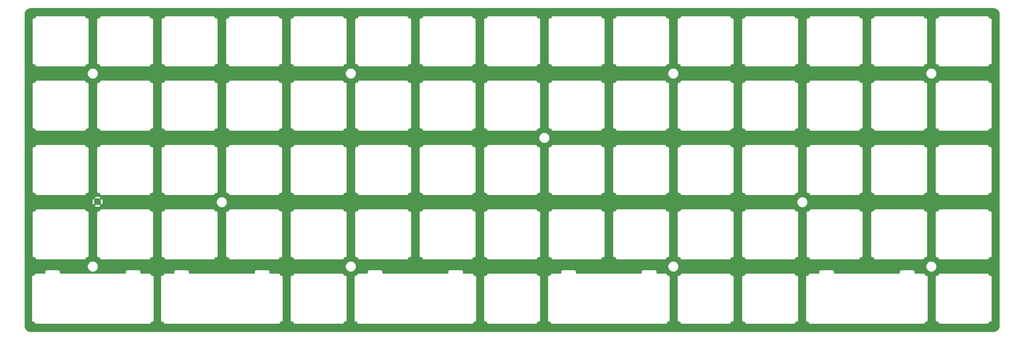
<source format=gtl>
G04 #@! TF.GenerationSoftware,KiCad,Pcbnew,(5.1.6)-1*
G04 #@! TF.CreationDate,2020-07-06T08:42:54-04:00*
G04 #@! TF.ProjectId,ki75rt_PlateSwitch,6b693735-7274-45f5-906c-617465537769,rev?*
G04 #@! TF.SameCoordinates,Original*
G04 #@! TF.FileFunction,Copper,L1,Top*
G04 #@! TF.FilePolarity,Positive*
%FSLAX46Y46*%
G04 Gerber Fmt 4.6, Leading zero omitted, Abs format (unit mm)*
G04 Created by KiCad (PCBNEW (5.1.6)-1) date 2020-07-06 08:42:54*
%MOMM*%
%LPD*%
G01*
G04 APERTURE LIST*
G04 #@! TA.AperFunction,Conductor*
%ADD10C,2.000000*%
G04 #@! TD*
G04 #@! TA.AperFunction,Conductor*
%ADD11C,0.254000*%
G04 #@! TD*
G04 APERTURE END LIST*
D10*
X49022000Y-85598000D03*
D11*
G36*
X313879993Y-28401241D02*
G01*
X314215444Y-28502520D01*
X314524841Y-28667029D01*
X314796387Y-28888498D01*
X315019750Y-29158497D01*
X315186414Y-29466735D01*
X315290033Y-29801474D01*
X315329501Y-30176988D01*
X315329500Y-122208982D01*
X315292509Y-122586243D01*
X315191231Y-122921693D01*
X315026722Y-123231089D01*
X314805251Y-123502639D01*
X314535253Y-123726000D01*
X314227015Y-123892664D01*
X313892276Y-123996283D01*
X313516771Y-124035750D01*
X29397268Y-124035750D01*
X29020007Y-123998759D01*
X28684557Y-123897481D01*
X28375161Y-123732972D01*
X28103611Y-123511501D01*
X27880250Y-123241503D01*
X27713586Y-122933265D01*
X27609967Y-122598526D01*
X27570500Y-122223021D01*
X27570500Y-107900001D01*
X29514301Y-107900001D01*
X29517000Y-107927403D01*
X29517001Y-120672586D01*
X29514301Y-120699999D01*
X29525075Y-120809386D01*
X29556982Y-120914569D01*
X29608796Y-121011507D01*
X29678526Y-121096473D01*
X29763492Y-121166203D01*
X29860430Y-121218017D01*
X29965613Y-121249924D01*
X30047597Y-121257999D01*
X30047598Y-121257999D01*
X30075000Y-121260698D01*
X30102403Y-121257999D01*
X30317000Y-121257999D01*
X30317000Y-121272597D01*
X30314301Y-121300000D01*
X30325075Y-121409387D01*
X30356982Y-121514570D01*
X30408796Y-121611508D01*
X30478526Y-121696474D01*
X30563492Y-121766204D01*
X30660430Y-121818018D01*
X30765613Y-121849925D01*
X30847597Y-121858000D01*
X30847598Y-121858000D01*
X30875000Y-121860699D01*
X30902403Y-121858000D01*
X64347607Y-121858000D01*
X64374999Y-121860698D01*
X64402394Y-121858000D01*
X64402402Y-121858000D01*
X64484386Y-121849925D01*
X64589569Y-121818018D01*
X64686507Y-121766204D01*
X64771473Y-121696474D01*
X64841203Y-121611508D01*
X64893017Y-121514570D01*
X64924924Y-121409387D01*
X64935698Y-121300000D01*
X64932998Y-121272589D01*
X64932998Y-121257999D01*
X65147597Y-121257999D01*
X65175000Y-121260698D01*
X65202402Y-121257999D01*
X65202403Y-121257999D01*
X65284387Y-121249924D01*
X65389570Y-121218017D01*
X65486508Y-121166203D01*
X65571474Y-121096473D01*
X65641204Y-121011507D01*
X65693018Y-120914569D01*
X65724925Y-120809386D01*
X65735699Y-120699999D01*
X65733000Y-120672596D01*
X65733000Y-107927403D01*
X65735699Y-107900001D01*
X67614301Y-107900001D01*
X67617000Y-107927403D01*
X67617001Y-120672586D01*
X67614301Y-120699999D01*
X67625075Y-120809386D01*
X67656982Y-120914569D01*
X67708796Y-121011507D01*
X67778526Y-121096473D01*
X67863492Y-121166203D01*
X67960430Y-121218017D01*
X68065613Y-121249924D01*
X68147597Y-121257999D01*
X68147598Y-121257999D01*
X68175000Y-121260698D01*
X68202403Y-121257999D01*
X68417000Y-121257999D01*
X68417000Y-121272597D01*
X68414301Y-121300000D01*
X68425075Y-121409387D01*
X68456982Y-121514570D01*
X68508796Y-121611508D01*
X68578526Y-121696474D01*
X68663492Y-121766204D01*
X68760430Y-121818018D01*
X68865613Y-121849925D01*
X68947597Y-121858000D01*
X68947598Y-121858000D01*
X68975000Y-121860699D01*
X69002403Y-121858000D01*
X102447607Y-121858000D01*
X102474999Y-121860698D01*
X102502394Y-121858000D01*
X102502402Y-121858000D01*
X102584386Y-121849925D01*
X102689569Y-121818018D01*
X102786507Y-121766204D01*
X102871473Y-121696474D01*
X102941203Y-121611508D01*
X102993017Y-121514570D01*
X103024924Y-121409387D01*
X103035698Y-121300000D01*
X103032998Y-121272589D01*
X103032998Y-121257999D01*
X103247597Y-121257999D01*
X103275000Y-121260698D01*
X103302402Y-121257999D01*
X103302403Y-121257999D01*
X103384387Y-121249924D01*
X103489570Y-121218017D01*
X103586508Y-121166203D01*
X103671474Y-121096473D01*
X103741204Y-121011507D01*
X103793018Y-120914569D01*
X103824925Y-120809386D01*
X103835699Y-120699999D01*
X103833000Y-120672596D01*
X103833000Y-107927403D01*
X103835699Y-107900001D01*
X105939301Y-107900001D01*
X105942000Y-107927403D01*
X105942001Y-120672586D01*
X105939301Y-120699999D01*
X105950075Y-120809386D01*
X105981982Y-120914569D01*
X106033796Y-121011507D01*
X106103526Y-121096473D01*
X106188492Y-121166203D01*
X106285430Y-121218017D01*
X106390613Y-121249924D01*
X106472597Y-121257999D01*
X106472598Y-121257999D01*
X106500000Y-121260698D01*
X106527403Y-121257999D01*
X106742001Y-121257999D01*
X106742001Y-121272597D01*
X106739302Y-121300000D01*
X106750076Y-121409387D01*
X106781983Y-121514570D01*
X106833797Y-121611508D01*
X106903527Y-121696474D01*
X106988493Y-121766204D01*
X107085431Y-121818018D01*
X107190614Y-121849925D01*
X107272598Y-121858000D01*
X107272599Y-121858000D01*
X107300001Y-121860699D01*
X107327404Y-121858000D01*
X121272596Y-121858000D01*
X121299999Y-121860699D01*
X121327401Y-121858000D01*
X121327402Y-121858000D01*
X121409386Y-121849925D01*
X121514569Y-121818018D01*
X121611507Y-121766204D01*
X121696473Y-121696474D01*
X121766203Y-121611508D01*
X121818017Y-121514570D01*
X121849924Y-121409387D01*
X121860698Y-121300000D01*
X121857999Y-121272597D01*
X121857999Y-121257999D01*
X122072596Y-121257999D01*
X122099999Y-121260698D01*
X122127401Y-121257999D01*
X122127402Y-121257999D01*
X122209386Y-121249924D01*
X122314569Y-121218017D01*
X122411507Y-121166203D01*
X122496473Y-121096473D01*
X122566203Y-121011507D01*
X122618017Y-120914569D01*
X122649924Y-120809386D01*
X122660698Y-120699999D01*
X122657999Y-120672596D01*
X122657999Y-107927403D01*
X122660698Y-107900001D01*
X124764301Y-107900001D01*
X124767000Y-107927403D01*
X124767001Y-120672586D01*
X124764301Y-120699999D01*
X124775075Y-120809386D01*
X124806982Y-120914569D01*
X124858796Y-121011507D01*
X124928526Y-121096473D01*
X125013492Y-121166203D01*
X125110430Y-121218017D01*
X125215613Y-121249924D01*
X125297597Y-121257999D01*
X125297598Y-121257999D01*
X125325000Y-121260698D01*
X125352403Y-121257999D01*
X125567000Y-121257999D01*
X125567000Y-121272597D01*
X125564301Y-121300000D01*
X125575075Y-121409387D01*
X125606982Y-121514570D01*
X125658796Y-121611508D01*
X125728526Y-121696474D01*
X125813492Y-121766204D01*
X125910430Y-121818018D01*
X126015613Y-121849925D01*
X126097597Y-121858000D01*
X126097598Y-121858000D01*
X126125000Y-121860699D01*
X126152403Y-121858000D01*
X159597607Y-121858000D01*
X159624999Y-121860698D01*
X159652394Y-121858000D01*
X159652402Y-121858000D01*
X159734386Y-121849925D01*
X159839569Y-121818018D01*
X159936507Y-121766204D01*
X160021473Y-121696474D01*
X160091203Y-121611508D01*
X160143017Y-121514570D01*
X160174924Y-121409387D01*
X160185698Y-121300000D01*
X160182998Y-121272589D01*
X160182998Y-121257999D01*
X160397597Y-121257999D01*
X160425000Y-121260698D01*
X160452402Y-121257999D01*
X160452403Y-121257999D01*
X160534387Y-121249924D01*
X160639570Y-121218017D01*
X160736508Y-121166203D01*
X160821474Y-121096473D01*
X160891204Y-121011507D01*
X160943018Y-120914569D01*
X160974925Y-120809386D01*
X160985699Y-120699999D01*
X160983000Y-120672596D01*
X160983000Y-107927403D01*
X160985699Y-107900001D01*
X163089301Y-107900001D01*
X163092000Y-107927403D01*
X163092001Y-120672586D01*
X163089301Y-120699999D01*
X163100075Y-120809386D01*
X163131982Y-120914569D01*
X163183796Y-121011507D01*
X163253526Y-121096473D01*
X163338492Y-121166203D01*
X163435430Y-121218017D01*
X163540613Y-121249924D01*
X163622597Y-121257999D01*
X163622598Y-121257999D01*
X163650000Y-121260698D01*
X163677403Y-121257999D01*
X163892001Y-121257999D01*
X163892001Y-121272597D01*
X163889302Y-121300000D01*
X163900076Y-121409387D01*
X163931983Y-121514570D01*
X163983797Y-121611508D01*
X164053527Y-121696474D01*
X164138493Y-121766204D01*
X164235431Y-121818018D01*
X164340614Y-121849925D01*
X164422598Y-121858000D01*
X164422599Y-121858000D01*
X164450001Y-121860699D01*
X164477404Y-121858000D01*
X178422596Y-121858000D01*
X178449999Y-121860699D01*
X178477401Y-121858000D01*
X178477402Y-121858000D01*
X178559386Y-121849925D01*
X178664569Y-121818018D01*
X178761507Y-121766204D01*
X178846473Y-121696474D01*
X178916203Y-121611508D01*
X178968017Y-121514570D01*
X178999924Y-121409387D01*
X179010698Y-121300000D01*
X179007999Y-121272597D01*
X179007999Y-121257999D01*
X179222596Y-121257999D01*
X179249999Y-121260698D01*
X179277401Y-121257999D01*
X179277402Y-121257999D01*
X179359386Y-121249924D01*
X179464569Y-121218017D01*
X179561507Y-121166203D01*
X179646473Y-121096473D01*
X179716203Y-121011507D01*
X179768017Y-120914569D01*
X179799924Y-120809386D01*
X179810698Y-120699999D01*
X179807999Y-120672596D01*
X179807999Y-107927403D01*
X179810698Y-107900001D01*
X181914301Y-107900001D01*
X181917000Y-107927403D01*
X181917001Y-120672586D01*
X181914301Y-120699999D01*
X181925075Y-120809386D01*
X181956982Y-120914569D01*
X182008796Y-121011507D01*
X182078526Y-121096473D01*
X182163492Y-121166203D01*
X182260430Y-121218017D01*
X182365613Y-121249924D01*
X182447597Y-121257999D01*
X182447598Y-121257999D01*
X182475000Y-121260698D01*
X182502403Y-121257999D01*
X182717000Y-121257999D01*
X182717000Y-121272597D01*
X182714301Y-121300000D01*
X182725075Y-121409387D01*
X182756982Y-121514570D01*
X182808796Y-121611508D01*
X182878526Y-121696474D01*
X182963492Y-121766204D01*
X183060430Y-121818018D01*
X183165613Y-121849925D01*
X183247597Y-121858000D01*
X183247598Y-121858000D01*
X183275000Y-121860699D01*
X183302403Y-121858000D01*
X216747607Y-121858000D01*
X216774999Y-121860698D01*
X216802394Y-121858000D01*
X216802402Y-121858000D01*
X216884386Y-121849925D01*
X216989569Y-121818018D01*
X217086507Y-121766204D01*
X217171473Y-121696474D01*
X217241203Y-121611508D01*
X217293017Y-121514570D01*
X217324924Y-121409387D01*
X217335698Y-121300000D01*
X217332998Y-121272589D01*
X217332998Y-121257999D01*
X217547597Y-121257999D01*
X217575000Y-121260698D01*
X217602402Y-121257999D01*
X217602403Y-121257999D01*
X217684387Y-121249924D01*
X217789570Y-121218017D01*
X217886508Y-121166203D01*
X217971474Y-121096473D01*
X218041204Y-121011507D01*
X218093018Y-120914569D01*
X218124925Y-120809386D01*
X218135699Y-120699999D01*
X218133000Y-120672596D01*
X218133000Y-107927403D01*
X218135699Y-107900001D01*
X220239301Y-107900001D01*
X220242000Y-107927403D01*
X220242001Y-120672586D01*
X220239301Y-120699999D01*
X220250075Y-120809386D01*
X220281982Y-120914569D01*
X220333796Y-121011507D01*
X220403526Y-121096473D01*
X220488492Y-121166203D01*
X220585430Y-121218017D01*
X220690613Y-121249924D01*
X220772597Y-121257999D01*
X220772598Y-121257999D01*
X220800000Y-121260698D01*
X220827403Y-121257999D01*
X221042001Y-121257999D01*
X221042001Y-121272597D01*
X221039302Y-121300000D01*
X221050076Y-121409387D01*
X221081983Y-121514570D01*
X221133797Y-121611508D01*
X221203527Y-121696474D01*
X221288493Y-121766204D01*
X221385431Y-121818018D01*
X221490614Y-121849925D01*
X221572598Y-121858000D01*
X221572599Y-121858000D01*
X221600001Y-121860699D01*
X221627404Y-121858000D01*
X235572596Y-121858000D01*
X235599999Y-121860699D01*
X235627401Y-121858000D01*
X235627402Y-121858000D01*
X235709386Y-121849925D01*
X235814569Y-121818018D01*
X235911507Y-121766204D01*
X235996473Y-121696474D01*
X236066203Y-121611508D01*
X236118017Y-121514570D01*
X236149924Y-121409387D01*
X236160698Y-121300000D01*
X236157999Y-121272597D01*
X236157999Y-121257999D01*
X236372596Y-121257999D01*
X236399999Y-121260698D01*
X236427401Y-121257999D01*
X236427402Y-121257999D01*
X236509386Y-121249924D01*
X236614569Y-121218017D01*
X236711507Y-121166203D01*
X236796473Y-121096473D01*
X236866203Y-121011507D01*
X236918017Y-120914569D01*
X236949924Y-120809386D01*
X236960698Y-120699999D01*
X236957999Y-120672596D01*
X236957999Y-107927403D01*
X236960698Y-107900001D01*
X239289301Y-107900001D01*
X239292000Y-107927403D01*
X239292001Y-120672586D01*
X239289301Y-120699999D01*
X239300075Y-120809386D01*
X239331982Y-120914569D01*
X239383796Y-121011507D01*
X239453526Y-121096473D01*
X239538492Y-121166203D01*
X239635430Y-121218017D01*
X239740613Y-121249924D01*
X239822597Y-121257999D01*
X239822598Y-121257999D01*
X239850000Y-121260698D01*
X239877403Y-121257999D01*
X240092001Y-121257999D01*
X240092001Y-121272597D01*
X240089302Y-121300000D01*
X240100076Y-121409387D01*
X240131983Y-121514570D01*
X240183797Y-121611508D01*
X240253527Y-121696474D01*
X240338493Y-121766204D01*
X240435431Y-121818018D01*
X240540614Y-121849925D01*
X240622598Y-121858000D01*
X240622599Y-121858000D01*
X240650001Y-121860699D01*
X240677404Y-121858000D01*
X254622596Y-121858000D01*
X254649999Y-121860699D01*
X254677401Y-121858000D01*
X254677402Y-121858000D01*
X254759386Y-121849925D01*
X254864569Y-121818018D01*
X254961507Y-121766204D01*
X255046473Y-121696474D01*
X255116203Y-121611508D01*
X255168017Y-121514570D01*
X255199924Y-121409387D01*
X255210698Y-121300000D01*
X255207999Y-121272597D01*
X255207999Y-121257999D01*
X255422596Y-121257999D01*
X255449999Y-121260698D01*
X255477401Y-121257999D01*
X255477402Y-121257999D01*
X255559386Y-121249924D01*
X255664569Y-121218017D01*
X255761507Y-121166203D01*
X255846473Y-121096473D01*
X255916203Y-121011507D01*
X255968017Y-120914569D01*
X255999924Y-120809386D01*
X256010698Y-120699999D01*
X256007999Y-120672596D01*
X256007999Y-107927403D01*
X256010698Y-107900001D01*
X258114301Y-107900001D01*
X258117000Y-107927403D01*
X258117001Y-120672586D01*
X258114301Y-120699999D01*
X258125075Y-120809386D01*
X258156982Y-120914569D01*
X258208796Y-121011507D01*
X258278526Y-121096473D01*
X258363492Y-121166203D01*
X258460430Y-121218017D01*
X258565613Y-121249924D01*
X258647597Y-121257999D01*
X258647598Y-121257999D01*
X258675000Y-121260698D01*
X258702403Y-121257999D01*
X258917000Y-121257999D01*
X258917000Y-121272597D01*
X258914301Y-121300000D01*
X258925075Y-121409387D01*
X258956982Y-121514570D01*
X259008796Y-121611508D01*
X259078526Y-121696474D01*
X259163492Y-121766204D01*
X259260430Y-121818018D01*
X259365613Y-121849925D01*
X259447597Y-121858000D01*
X259447598Y-121858000D01*
X259475000Y-121860699D01*
X259502403Y-121858000D01*
X292947607Y-121858000D01*
X292974999Y-121860698D01*
X293002394Y-121858000D01*
X293002402Y-121858000D01*
X293084386Y-121849925D01*
X293189569Y-121818018D01*
X293286507Y-121766204D01*
X293371473Y-121696474D01*
X293441203Y-121611508D01*
X293493017Y-121514570D01*
X293524924Y-121409387D01*
X293535698Y-121300000D01*
X293532998Y-121272589D01*
X293532998Y-121257999D01*
X293747597Y-121257999D01*
X293775000Y-121260698D01*
X293802402Y-121257999D01*
X293802403Y-121257999D01*
X293884387Y-121249924D01*
X293989570Y-121218017D01*
X294086508Y-121166203D01*
X294171474Y-121096473D01*
X294241204Y-121011507D01*
X294293018Y-120914569D01*
X294324925Y-120809386D01*
X294335699Y-120699999D01*
X294333000Y-120672596D01*
X294333000Y-107927403D01*
X294335699Y-107900001D01*
X296439301Y-107900001D01*
X296442000Y-107927403D01*
X296442001Y-120672586D01*
X296439301Y-120699999D01*
X296450075Y-120809386D01*
X296481982Y-120914569D01*
X296533796Y-121011507D01*
X296603526Y-121096473D01*
X296688492Y-121166203D01*
X296785430Y-121218017D01*
X296890613Y-121249924D01*
X296972597Y-121257999D01*
X296972598Y-121257999D01*
X297000000Y-121260698D01*
X297027403Y-121257999D01*
X297242001Y-121257999D01*
X297242001Y-121272597D01*
X297239302Y-121300000D01*
X297250076Y-121409387D01*
X297281983Y-121514570D01*
X297333797Y-121611508D01*
X297403527Y-121696474D01*
X297488493Y-121766204D01*
X297585431Y-121818018D01*
X297690614Y-121849925D01*
X297772598Y-121858000D01*
X297772599Y-121858000D01*
X297800001Y-121860699D01*
X297827404Y-121858000D01*
X311772596Y-121858000D01*
X311799999Y-121860699D01*
X311827401Y-121858000D01*
X311827402Y-121858000D01*
X311909386Y-121849925D01*
X312014569Y-121818018D01*
X312111507Y-121766204D01*
X312196473Y-121696474D01*
X312266203Y-121611508D01*
X312318017Y-121514570D01*
X312349924Y-121409387D01*
X312360698Y-121300000D01*
X312357999Y-121272597D01*
X312357999Y-121257999D01*
X312572596Y-121257999D01*
X312599999Y-121260698D01*
X312627401Y-121257999D01*
X312627402Y-121257999D01*
X312709386Y-121249924D01*
X312814569Y-121218017D01*
X312911507Y-121166203D01*
X312996473Y-121096473D01*
X313066203Y-121011507D01*
X313118017Y-120914569D01*
X313149924Y-120809386D01*
X313160698Y-120699999D01*
X313157999Y-120672596D01*
X313157999Y-107927403D01*
X313160698Y-107900001D01*
X313149924Y-107790614D01*
X313118017Y-107685431D01*
X313066203Y-107588493D01*
X312996473Y-107503527D01*
X312911507Y-107433797D01*
X312814569Y-107381983D01*
X312709386Y-107350076D01*
X312627402Y-107342001D01*
X312599999Y-107339302D01*
X312572597Y-107342001D01*
X312357999Y-107342001D01*
X312357999Y-107327402D01*
X312360698Y-107300000D01*
X312349924Y-107190613D01*
X312318017Y-107085430D01*
X312266203Y-106988492D01*
X312196473Y-106903526D01*
X312111507Y-106833796D01*
X312014569Y-106781982D01*
X311909386Y-106750075D01*
X311827402Y-106742000D01*
X311799999Y-106739301D01*
X311772597Y-106742000D01*
X297827403Y-106742000D01*
X297800001Y-106739301D01*
X297772598Y-106742000D01*
X297690614Y-106750075D01*
X297585431Y-106781982D01*
X297488493Y-106833796D01*
X297403527Y-106903526D01*
X297333797Y-106988492D01*
X297281983Y-107085430D01*
X297250076Y-107190613D01*
X297239302Y-107300000D01*
X297242001Y-107327402D01*
X297242001Y-107342001D01*
X297027402Y-107342001D01*
X297000000Y-107339302D01*
X296972597Y-107342001D01*
X296890613Y-107350076D01*
X296785430Y-107381983D01*
X296688492Y-107433797D01*
X296603526Y-107503527D01*
X296533796Y-107588493D01*
X296481982Y-107685431D01*
X296450075Y-107790614D01*
X296439301Y-107900001D01*
X294335699Y-107900001D01*
X294324925Y-107790614D01*
X294293018Y-107685431D01*
X294241204Y-107588493D01*
X294171474Y-107503527D01*
X294086508Y-107433797D01*
X293989570Y-107381983D01*
X293884387Y-107350076D01*
X293802403Y-107342001D01*
X293775000Y-107339302D01*
X293747598Y-107342001D01*
X293533000Y-107342001D01*
X293533000Y-107327402D01*
X293535699Y-107300000D01*
X293524925Y-107190613D01*
X293493018Y-107085430D01*
X293441204Y-106988492D01*
X293371474Y-106903526D01*
X293286508Y-106833796D01*
X293189570Y-106781982D01*
X293084387Y-106750075D01*
X293002403Y-106742000D01*
X292975000Y-106739301D01*
X292947598Y-106742000D01*
X290382492Y-106742000D01*
X290382492Y-106327404D01*
X290385191Y-106300001D01*
X290374417Y-106190614D01*
X290342510Y-106085431D01*
X290290696Y-105988493D01*
X290220966Y-105903527D01*
X290136000Y-105833797D01*
X290039062Y-105781983D01*
X289933879Y-105750076D01*
X289851895Y-105742001D01*
X289824492Y-105739302D01*
X289797090Y-105742001D01*
X286451894Y-105742001D01*
X286424492Y-105739302D01*
X286397089Y-105742001D01*
X286315105Y-105750076D01*
X286209922Y-105781983D01*
X286112984Y-105833797D01*
X286028018Y-105903527D01*
X285958288Y-105988493D01*
X285906474Y-106085431D01*
X285874567Y-106190614D01*
X285863793Y-106300001D01*
X285866492Y-106327404D01*
X285866492Y-106742000D01*
X266583508Y-106742000D01*
X266583508Y-106327404D01*
X266586207Y-106300001D01*
X266575433Y-106190614D01*
X266543526Y-106085431D01*
X266491712Y-105988493D01*
X266421982Y-105903527D01*
X266337016Y-105833797D01*
X266240078Y-105781983D01*
X266134895Y-105750076D01*
X266052911Y-105742001D01*
X266025508Y-105739302D01*
X265998106Y-105742001D01*
X262652910Y-105742001D01*
X262625508Y-105739302D01*
X262598105Y-105742001D01*
X262516121Y-105750076D01*
X262410938Y-105781983D01*
X262314000Y-105833797D01*
X262229034Y-105903527D01*
X262159304Y-105988493D01*
X262107490Y-106085431D01*
X262075583Y-106190614D01*
X262064809Y-106300001D01*
X262067508Y-106327404D01*
X262067508Y-106742000D01*
X259502402Y-106742000D01*
X259475000Y-106739301D01*
X259447597Y-106742000D01*
X259365613Y-106750075D01*
X259260430Y-106781982D01*
X259163492Y-106833796D01*
X259078526Y-106903526D01*
X259008796Y-106988492D01*
X258956982Y-107085430D01*
X258925075Y-107190613D01*
X258914301Y-107300000D01*
X258917000Y-107327402D01*
X258917000Y-107342001D01*
X258702402Y-107342001D01*
X258675000Y-107339302D01*
X258647597Y-107342001D01*
X258565613Y-107350076D01*
X258460430Y-107381983D01*
X258363492Y-107433797D01*
X258278526Y-107503527D01*
X258208796Y-107588493D01*
X258156982Y-107685431D01*
X258125075Y-107790614D01*
X258114301Y-107900001D01*
X256010698Y-107900001D01*
X255999924Y-107790614D01*
X255968017Y-107685431D01*
X255916203Y-107588493D01*
X255846473Y-107503527D01*
X255761507Y-107433797D01*
X255664569Y-107381983D01*
X255559386Y-107350076D01*
X255477402Y-107342001D01*
X255449999Y-107339302D01*
X255422597Y-107342001D01*
X255207999Y-107342001D01*
X255207999Y-107327402D01*
X255210698Y-107300000D01*
X255199924Y-107190613D01*
X255168017Y-107085430D01*
X255116203Y-106988492D01*
X255046473Y-106903526D01*
X254961507Y-106833796D01*
X254864569Y-106781982D01*
X254759386Y-106750075D01*
X254677402Y-106742000D01*
X254649999Y-106739301D01*
X254622597Y-106742000D01*
X240677403Y-106742000D01*
X240650001Y-106739301D01*
X240622598Y-106742000D01*
X240540614Y-106750075D01*
X240435431Y-106781982D01*
X240338493Y-106833796D01*
X240253527Y-106903526D01*
X240183797Y-106988492D01*
X240131983Y-107085430D01*
X240100076Y-107190613D01*
X240089302Y-107300000D01*
X240092001Y-107327402D01*
X240092001Y-107342001D01*
X239877402Y-107342001D01*
X239850000Y-107339302D01*
X239822597Y-107342001D01*
X239740613Y-107350076D01*
X239635430Y-107381983D01*
X239538492Y-107433797D01*
X239453526Y-107503527D01*
X239383796Y-107588493D01*
X239331982Y-107685431D01*
X239300075Y-107790614D01*
X239289301Y-107900001D01*
X236960698Y-107900001D01*
X236949924Y-107790614D01*
X236918017Y-107685431D01*
X236866203Y-107588493D01*
X236796473Y-107503527D01*
X236711507Y-107433797D01*
X236614569Y-107381983D01*
X236509386Y-107350076D01*
X236427402Y-107342001D01*
X236399999Y-107339302D01*
X236372597Y-107342001D01*
X236157999Y-107342001D01*
X236157999Y-107327402D01*
X236160698Y-107300000D01*
X236149924Y-107190613D01*
X236118017Y-107085430D01*
X236066203Y-106988492D01*
X235996473Y-106903526D01*
X235911507Y-106833796D01*
X235814569Y-106781982D01*
X235709386Y-106750075D01*
X235627402Y-106742000D01*
X235599999Y-106739301D01*
X235572597Y-106742000D01*
X221627403Y-106742000D01*
X221600001Y-106739301D01*
X221572598Y-106742000D01*
X221490614Y-106750075D01*
X221385431Y-106781982D01*
X221288493Y-106833796D01*
X221203527Y-106903526D01*
X221133797Y-106988492D01*
X221081983Y-107085430D01*
X221050076Y-107190613D01*
X221039302Y-107300000D01*
X221042001Y-107327402D01*
X221042001Y-107342001D01*
X220827402Y-107342001D01*
X220800000Y-107339302D01*
X220772597Y-107342001D01*
X220690613Y-107350076D01*
X220585430Y-107381983D01*
X220488492Y-107433797D01*
X220403526Y-107503527D01*
X220333796Y-107588493D01*
X220281982Y-107685431D01*
X220250075Y-107790614D01*
X220239301Y-107900001D01*
X218135699Y-107900001D01*
X218124925Y-107790614D01*
X218093018Y-107685431D01*
X218041204Y-107588493D01*
X217971474Y-107503527D01*
X217886508Y-107433797D01*
X217789570Y-107381983D01*
X217684387Y-107350076D01*
X217602403Y-107342001D01*
X217575000Y-107339302D01*
X217547598Y-107342001D01*
X217333000Y-107342001D01*
X217333000Y-107327402D01*
X217335699Y-107300000D01*
X217324925Y-107190613D01*
X217293018Y-107085430D01*
X217241204Y-106988492D01*
X217171474Y-106903526D01*
X217086508Y-106833796D01*
X216989570Y-106781982D01*
X216884387Y-106750075D01*
X216802403Y-106742000D01*
X216775000Y-106739301D01*
X216747598Y-106742000D01*
X214182492Y-106742000D01*
X214182492Y-106327404D01*
X214185191Y-106300001D01*
X214174417Y-106190614D01*
X214142510Y-106085431D01*
X214090696Y-105988493D01*
X214020966Y-105903527D01*
X213936000Y-105833797D01*
X213839062Y-105781983D01*
X213733879Y-105750076D01*
X213651895Y-105742001D01*
X213624492Y-105739302D01*
X213597090Y-105742001D01*
X210251894Y-105742001D01*
X210224492Y-105739302D01*
X210197089Y-105742001D01*
X210115105Y-105750076D01*
X210009922Y-105781983D01*
X209912984Y-105833797D01*
X209828018Y-105903527D01*
X209758288Y-105988493D01*
X209706474Y-106085431D01*
X209674567Y-106190614D01*
X209663793Y-106300001D01*
X209666492Y-106327404D01*
X209666492Y-106742000D01*
X190383508Y-106742000D01*
X190383508Y-106327404D01*
X190386207Y-106300001D01*
X190375433Y-106190614D01*
X190343526Y-106085431D01*
X190291712Y-105988493D01*
X190221982Y-105903527D01*
X190137016Y-105833797D01*
X190040078Y-105781983D01*
X189934895Y-105750076D01*
X189852911Y-105742001D01*
X189825508Y-105739302D01*
X189798106Y-105742001D01*
X186452910Y-105742001D01*
X186425508Y-105739302D01*
X186398105Y-105742001D01*
X186316121Y-105750076D01*
X186210938Y-105781983D01*
X186114000Y-105833797D01*
X186029034Y-105903527D01*
X185959304Y-105988493D01*
X185907490Y-106085431D01*
X185875583Y-106190614D01*
X185864809Y-106300001D01*
X185867508Y-106327404D01*
X185867508Y-106742000D01*
X183302402Y-106742000D01*
X183275000Y-106739301D01*
X183247597Y-106742000D01*
X183165613Y-106750075D01*
X183060430Y-106781982D01*
X182963492Y-106833796D01*
X182878526Y-106903526D01*
X182808796Y-106988492D01*
X182756982Y-107085430D01*
X182725075Y-107190613D01*
X182714301Y-107300000D01*
X182717000Y-107327402D01*
X182717000Y-107342001D01*
X182502402Y-107342001D01*
X182475000Y-107339302D01*
X182447597Y-107342001D01*
X182365613Y-107350076D01*
X182260430Y-107381983D01*
X182163492Y-107433797D01*
X182078526Y-107503527D01*
X182008796Y-107588493D01*
X181956982Y-107685431D01*
X181925075Y-107790614D01*
X181914301Y-107900001D01*
X179810698Y-107900001D01*
X179799924Y-107790614D01*
X179768017Y-107685431D01*
X179716203Y-107588493D01*
X179646473Y-107503527D01*
X179561507Y-107433797D01*
X179464569Y-107381983D01*
X179359386Y-107350076D01*
X179277402Y-107342001D01*
X179249999Y-107339302D01*
X179222597Y-107342001D01*
X179007999Y-107342001D01*
X179007999Y-107327402D01*
X179010698Y-107300000D01*
X178999924Y-107190613D01*
X178968017Y-107085430D01*
X178916203Y-106988492D01*
X178846473Y-106903526D01*
X178761507Y-106833796D01*
X178664569Y-106781982D01*
X178559386Y-106750075D01*
X178477402Y-106742000D01*
X178449999Y-106739301D01*
X178422597Y-106742000D01*
X164477403Y-106742000D01*
X164450001Y-106739301D01*
X164422598Y-106742000D01*
X164340614Y-106750075D01*
X164235431Y-106781982D01*
X164138493Y-106833796D01*
X164053527Y-106903526D01*
X163983797Y-106988492D01*
X163931983Y-107085430D01*
X163900076Y-107190613D01*
X163889302Y-107300000D01*
X163892001Y-107327402D01*
X163892001Y-107342001D01*
X163677402Y-107342001D01*
X163650000Y-107339302D01*
X163622597Y-107342001D01*
X163540613Y-107350076D01*
X163435430Y-107381983D01*
X163338492Y-107433797D01*
X163253526Y-107503527D01*
X163183796Y-107588493D01*
X163131982Y-107685431D01*
X163100075Y-107790614D01*
X163089301Y-107900001D01*
X160985699Y-107900001D01*
X160974925Y-107790614D01*
X160943018Y-107685431D01*
X160891204Y-107588493D01*
X160821474Y-107503527D01*
X160736508Y-107433797D01*
X160639570Y-107381983D01*
X160534387Y-107350076D01*
X160452403Y-107342001D01*
X160425000Y-107339302D01*
X160397598Y-107342001D01*
X160183000Y-107342001D01*
X160183000Y-107327402D01*
X160185699Y-107300000D01*
X160174925Y-107190613D01*
X160143018Y-107085430D01*
X160091204Y-106988492D01*
X160021474Y-106903526D01*
X159936508Y-106833796D01*
X159839570Y-106781982D01*
X159734387Y-106750075D01*
X159652403Y-106742000D01*
X159625000Y-106739301D01*
X159597598Y-106742000D01*
X157032492Y-106742000D01*
X157032492Y-106327404D01*
X157035191Y-106300001D01*
X157024417Y-106190614D01*
X156992510Y-106085431D01*
X156940696Y-105988493D01*
X156870966Y-105903527D01*
X156786000Y-105833797D01*
X156689062Y-105781983D01*
X156583879Y-105750076D01*
X156501895Y-105742001D01*
X156474492Y-105739302D01*
X156447090Y-105742001D01*
X153101894Y-105742001D01*
X153074492Y-105739302D01*
X153047089Y-105742001D01*
X152965105Y-105750076D01*
X152859922Y-105781983D01*
X152762984Y-105833797D01*
X152678018Y-105903527D01*
X152608288Y-105988493D01*
X152556474Y-106085431D01*
X152524567Y-106190614D01*
X152513793Y-106300001D01*
X152516492Y-106327404D01*
X152516492Y-106742000D01*
X133233508Y-106742000D01*
X133233508Y-106327404D01*
X133236207Y-106300001D01*
X133225433Y-106190614D01*
X133193526Y-106085431D01*
X133141712Y-105988493D01*
X133071982Y-105903527D01*
X132987016Y-105833797D01*
X132890078Y-105781983D01*
X132784895Y-105750076D01*
X132702911Y-105742001D01*
X132675508Y-105739302D01*
X132648106Y-105742001D01*
X129302910Y-105742001D01*
X129275508Y-105739302D01*
X129248105Y-105742001D01*
X129166121Y-105750076D01*
X129060938Y-105781983D01*
X128964000Y-105833797D01*
X128879034Y-105903527D01*
X128809304Y-105988493D01*
X128757490Y-106085431D01*
X128725583Y-106190614D01*
X128714809Y-106300001D01*
X128717508Y-106327404D01*
X128717508Y-106742000D01*
X126152402Y-106742000D01*
X126125000Y-106739301D01*
X126097597Y-106742000D01*
X126015613Y-106750075D01*
X125910430Y-106781982D01*
X125813492Y-106833796D01*
X125728526Y-106903526D01*
X125658796Y-106988492D01*
X125606982Y-107085430D01*
X125575075Y-107190613D01*
X125564301Y-107300000D01*
X125567000Y-107327402D01*
X125567000Y-107342001D01*
X125352402Y-107342001D01*
X125325000Y-107339302D01*
X125297597Y-107342001D01*
X125215613Y-107350076D01*
X125110430Y-107381983D01*
X125013492Y-107433797D01*
X124928526Y-107503527D01*
X124858796Y-107588493D01*
X124806982Y-107685431D01*
X124775075Y-107790614D01*
X124764301Y-107900001D01*
X122660698Y-107900001D01*
X122649924Y-107790614D01*
X122618017Y-107685431D01*
X122566203Y-107588493D01*
X122496473Y-107503527D01*
X122411507Y-107433797D01*
X122314569Y-107381983D01*
X122209386Y-107350076D01*
X122127402Y-107342001D01*
X122099999Y-107339302D01*
X122072597Y-107342001D01*
X121857999Y-107342001D01*
X121857999Y-107327402D01*
X121860698Y-107300000D01*
X121849924Y-107190613D01*
X121818017Y-107085430D01*
X121766203Y-106988492D01*
X121696473Y-106903526D01*
X121611507Y-106833796D01*
X121514569Y-106781982D01*
X121409386Y-106750075D01*
X121327402Y-106742000D01*
X121299999Y-106739301D01*
X121272597Y-106742000D01*
X107327403Y-106742000D01*
X107300001Y-106739301D01*
X107272598Y-106742000D01*
X107190614Y-106750075D01*
X107085431Y-106781982D01*
X106988493Y-106833796D01*
X106903527Y-106903526D01*
X106833797Y-106988492D01*
X106781983Y-107085430D01*
X106750076Y-107190613D01*
X106739302Y-107300000D01*
X106742001Y-107327402D01*
X106742001Y-107342001D01*
X106527402Y-107342001D01*
X106500000Y-107339302D01*
X106472597Y-107342001D01*
X106390613Y-107350076D01*
X106285430Y-107381983D01*
X106188492Y-107433797D01*
X106103526Y-107503527D01*
X106033796Y-107588493D01*
X105981982Y-107685431D01*
X105950075Y-107790614D01*
X105939301Y-107900001D01*
X103835699Y-107900001D01*
X103824925Y-107790614D01*
X103793018Y-107685431D01*
X103741204Y-107588493D01*
X103671474Y-107503527D01*
X103586508Y-107433797D01*
X103489570Y-107381983D01*
X103384387Y-107350076D01*
X103302403Y-107342001D01*
X103275000Y-107339302D01*
X103247598Y-107342001D01*
X103033000Y-107342001D01*
X103033000Y-107327402D01*
X103035699Y-107300000D01*
X103024925Y-107190613D01*
X102993018Y-107085430D01*
X102941204Y-106988492D01*
X102871474Y-106903526D01*
X102786508Y-106833796D01*
X102689570Y-106781982D01*
X102584387Y-106750075D01*
X102502403Y-106742000D01*
X102475000Y-106739301D01*
X102447598Y-106742000D01*
X99882492Y-106742000D01*
X99882492Y-106327404D01*
X99885191Y-106300001D01*
X99874417Y-106190614D01*
X99842510Y-106085431D01*
X99790696Y-105988493D01*
X99720966Y-105903527D01*
X99636000Y-105833797D01*
X99539062Y-105781983D01*
X99433879Y-105750076D01*
X99351895Y-105742001D01*
X99324492Y-105739302D01*
X99297090Y-105742001D01*
X95951894Y-105742001D01*
X95924492Y-105739302D01*
X95897089Y-105742001D01*
X95815105Y-105750076D01*
X95709922Y-105781983D01*
X95612984Y-105833797D01*
X95528018Y-105903527D01*
X95458288Y-105988493D01*
X95406474Y-106085431D01*
X95374567Y-106190614D01*
X95363793Y-106300001D01*
X95366492Y-106327404D01*
X95366492Y-106742000D01*
X76083508Y-106742000D01*
X76083508Y-106327404D01*
X76086207Y-106300001D01*
X76075433Y-106190614D01*
X76043526Y-106085431D01*
X75991712Y-105988493D01*
X75921982Y-105903527D01*
X75837016Y-105833797D01*
X75740078Y-105781983D01*
X75634895Y-105750076D01*
X75552911Y-105742001D01*
X75525508Y-105739302D01*
X75498106Y-105742001D01*
X72152910Y-105742001D01*
X72125508Y-105739302D01*
X72098105Y-105742001D01*
X72016121Y-105750076D01*
X71910938Y-105781983D01*
X71814000Y-105833797D01*
X71729034Y-105903527D01*
X71659304Y-105988493D01*
X71607490Y-106085431D01*
X71575583Y-106190614D01*
X71564809Y-106300001D01*
X71567508Y-106327404D01*
X71567508Y-106742000D01*
X69002402Y-106742000D01*
X68975000Y-106739301D01*
X68947597Y-106742000D01*
X68865613Y-106750075D01*
X68760430Y-106781982D01*
X68663492Y-106833796D01*
X68578526Y-106903526D01*
X68508796Y-106988492D01*
X68456982Y-107085430D01*
X68425075Y-107190613D01*
X68414301Y-107300000D01*
X68417000Y-107327402D01*
X68417000Y-107342001D01*
X68202402Y-107342001D01*
X68175000Y-107339302D01*
X68147597Y-107342001D01*
X68065613Y-107350076D01*
X67960430Y-107381983D01*
X67863492Y-107433797D01*
X67778526Y-107503527D01*
X67708796Y-107588493D01*
X67656982Y-107685431D01*
X67625075Y-107790614D01*
X67614301Y-107900001D01*
X65735699Y-107900001D01*
X65724925Y-107790614D01*
X65693018Y-107685431D01*
X65641204Y-107588493D01*
X65571474Y-107503527D01*
X65486508Y-107433797D01*
X65389570Y-107381983D01*
X65284387Y-107350076D01*
X65202403Y-107342001D01*
X65175000Y-107339302D01*
X65147598Y-107342001D01*
X64933000Y-107342001D01*
X64933000Y-107327402D01*
X64935699Y-107300000D01*
X64924925Y-107190613D01*
X64893018Y-107085430D01*
X64841204Y-106988492D01*
X64771474Y-106903526D01*
X64686508Y-106833796D01*
X64589570Y-106781982D01*
X64484387Y-106750075D01*
X64402403Y-106742000D01*
X64375000Y-106739301D01*
X64347598Y-106742000D01*
X61782492Y-106742000D01*
X61782492Y-106327404D01*
X61785191Y-106300001D01*
X61774417Y-106190614D01*
X61742510Y-106085431D01*
X61690696Y-105988493D01*
X61620966Y-105903527D01*
X61536000Y-105833797D01*
X61439062Y-105781983D01*
X61333879Y-105750076D01*
X61251895Y-105742001D01*
X61224492Y-105739302D01*
X61197090Y-105742001D01*
X57851894Y-105742001D01*
X57824492Y-105739302D01*
X57797089Y-105742001D01*
X57715105Y-105750076D01*
X57609922Y-105781983D01*
X57512984Y-105833797D01*
X57428018Y-105903527D01*
X57358288Y-105988493D01*
X57306474Y-106085431D01*
X57274567Y-106190614D01*
X57263793Y-106300001D01*
X57266492Y-106327404D01*
X57266492Y-106742000D01*
X37983508Y-106742000D01*
X37983508Y-106327404D01*
X37986207Y-106300001D01*
X37975433Y-106190614D01*
X37943526Y-106085431D01*
X37891712Y-105988493D01*
X37821982Y-105903527D01*
X37737016Y-105833797D01*
X37640078Y-105781983D01*
X37534895Y-105750076D01*
X37452911Y-105742001D01*
X37425508Y-105739302D01*
X37398106Y-105742001D01*
X34052910Y-105742001D01*
X34025508Y-105739302D01*
X33998105Y-105742001D01*
X33916121Y-105750076D01*
X33810938Y-105781983D01*
X33714000Y-105833797D01*
X33629034Y-105903527D01*
X33559304Y-105988493D01*
X33507490Y-106085431D01*
X33475583Y-106190614D01*
X33464809Y-106300001D01*
X33467508Y-106327404D01*
X33467508Y-106742000D01*
X30902402Y-106742000D01*
X30875000Y-106739301D01*
X30847597Y-106742000D01*
X30765613Y-106750075D01*
X30660430Y-106781982D01*
X30563492Y-106833796D01*
X30478526Y-106903526D01*
X30408796Y-106988492D01*
X30356982Y-107085430D01*
X30325075Y-107190613D01*
X30314301Y-107300000D01*
X30317000Y-107327402D01*
X30317000Y-107342001D01*
X30102402Y-107342001D01*
X30075000Y-107339302D01*
X30047597Y-107342001D01*
X29965613Y-107350076D01*
X29860430Y-107381983D01*
X29763492Y-107433797D01*
X29678526Y-107503527D01*
X29608796Y-107588493D01*
X29556982Y-107685431D01*
X29525075Y-107790614D01*
X29514301Y-107900001D01*
X27570500Y-107900001D01*
X27570500Y-104616626D01*
X46017000Y-104616626D01*
X46017000Y-104933374D01*
X46078795Y-105244036D01*
X46200009Y-105536673D01*
X46375985Y-105800040D01*
X46599960Y-106024015D01*
X46863327Y-106199991D01*
X47155964Y-106321205D01*
X47466626Y-106383000D01*
X47783374Y-106383000D01*
X48094036Y-106321205D01*
X48386673Y-106199991D01*
X48650040Y-106024015D01*
X48874015Y-105800040D01*
X49049991Y-105536673D01*
X49171205Y-105244036D01*
X49233000Y-104933374D01*
X49233000Y-104616626D01*
X122217000Y-104616626D01*
X122217000Y-104933374D01*
X122278795Y-105244036D01*
X122400009Y-105536673D01*
X122575985Y-105800040D01*
X122799960Y-106024015D01*
X123063327Y-106199991D01*
X123355964Y-106321205D01*
X123666626Y-106383000D01*
X123983374Y-106383000D01*
X124294036Y-106321205D01*
X124586673Y-106199991D01*
X124850040Y-106024015D01*
X125074015Y-105800040D01*
X125249991Y-105536673D01*
X125371205Y-105244036D01*
X125433000Y-104933374D01*
X125433000Y-104616626D01*
X217467000Y-104616626D01*
X217467000Y-104933374D01*
X217528795Y-105244036D01*
X217650009Y-105536673D01*
X217825985Y-105800040D01*
X218049960Y-106024015D01*
X218313327Y-106199991D01*
X218605964Y-106321205D01*
X218916626Y-106383000D01*
X219233374Y-106383000D01*
X219544036Y-106321205D01*
X219836673Y-106199991D01*
X220100040Y-106024015D01*
X220324015Y-105800040D01*
X220499991Y-105536673D01*
X220621205Y-105244036D01*
X220683000Y-104933374D01*
X220683000Y-104616626D01*
X293667000Y-104616626D01*
X293667000Y-104933374D01*
X293728795Y-105244036D01*
X293850009Y-105536673D01*
X294025985Y-105800040D01*
X294249960Y-106024015D01*
X294513327Y-106199991D01*
X294805964Y-106321205D01*
X295116626Y-106383000D01*
X295433374Y-106383000D01*
X295744036Y-106321205D01*
X296036673Y-106199991D01*
X296300040Y-106024015D01*
X296524015Y-105800040D01*
X296699991Y-105536673D01*
X296821205Y-105244036D01*
X296883000Y-104933374D01*
X296883000Y-104616626D01*
X296821205Y-104305964D01*
X296699991Y-104013327D01*
X296524015Y-103749960D01*
X296300040Y-103525985D01*
X296036673Y-103350009D01*
X295744036Y-103228795D01*
X295433374Y-103167000D01*
X295116626Y-103167000D01*
X294805964Y-103228795D01*
X294513327Y-103350009D01*
X294249960Y-103525985D01*
X294025985Y-103749960D01*
X293850009Y-104013327D01*
X293728795Y-104305964D01*
X293667000Y-104616626D01*
X220683000Y-104616626D01*
X220621205Y-104305964D01*
X220499991Y-104013327D01*
X220324015Y-103749960D01*
X220100040Y-103525985D01*
X219836673Y-103350009D01*
X219544036Y-103228795D01*
X219233374Y-103167000D01*
X218916626Y-103167000D01*
X218605964Y-103228795D01*
X218313327Y-103350009D01*
X218049960Y-103525985D01*
X217825985Y-103749960D01*
X217650009Y-104013327D01*
X217528795Y-104305964D01*
X217467000Y-104616626D01*
X125433000Y-104616626D01*
X125371205Y-104305964D01*
X125249991Y-104013327D01*
X125074015Y-103749960D01*
X124850040Y-103525985D01*
X124586673Y-103350009D01*
X124294036Y-103228795D01*
X123983374Y-103167000D01*
X123666626Y-103167000D01*
X123355964Y-103228795D01*
X123063327Y-103350009D01*
X122799960Y-103525985D01*
X122575985Y-103749960D01*
X122400009Y-104013327D01*
X122278795Y-104305964D01*
X122217000Y-104616626D01*
X49233000Y-104616626D01*
X49171205Y-104305964D01*
X49049991Y-104013327D01*
X48874015Y-103749960D01*
X48650040Y-103525985D01*
X48386673Y-103350009D01*
X48094036Y-103228795D01*
X47783374Y-103167000D01*
X47466626Y-103167000D01*
X47155964Y-103228795D01*
X46863327Y-103350009D01*
X46599960Y-103525985D01*
X46375985Y-103749960D01*
X46200009Y-104013327D01*
X46078795Y-104305964D01*
X46017000Y-104616626D01*
X27570500Y-104616626D01*
X27570500Y-88850001D01*
X29739301Y-88850001D01*
X29742000Y-88877403D01*
X29742001Y-101622586D01*
X29739301Y-101649999D01*
X29750075Y-101759386D01*
X29781982Y-101864569D01*
X29833796Y-101961507D01*
X29903526Y-102046473D01*
X29988492Y-102116203D01*
X30085430Y-102168017D01*
X30190613Y-102199924D01*
X30272597Y-102207999D01*
X30272598Y-102207999D01*
X30300000Y-102210698D01*
X30327403Y-102207999D01*
X30542001Y-102207999D01*
X30542001Y-102222597D01*
X30539302Y-102250000D01*
X30550076Y-102359387D01*
X30581983Y-102464570D01*
X30633797Y-102561508D01*
X30703527Y-102646474D01*
X30788493Y-102716204D01*
X30885431Y-102768018D01*
X30990614Y-102799925D01*
X31072598Y-102808000D01*
X31072599Y-102808000D01*
X31100001Y-102810699D01*
X31127404Y-102808000D01*
X45072596Y-102808000D01*
X45099999Y-102810699D01*
X45127401Y-102808000D01*
X45127402Y-102808000D01*
X45209386Y-102799925D01*
X45314569Y-102768018D01*
X45411507Y-102716204D01*
X45496473Y-102646474D01*
X45566203Y-102561508D01*
X45618017Y-102464570D01*
X45649924Y-102359387D01*
X45660698Y-102250000D01*
X45657999Y-102222597D01*
X45657999Y-102207999D01*
X45872596Y-102207999D01*
X45899999Y-102210698D01*
X45927401Y-102207999D01*
X45927402Y-102207999D01*
X46009386Y-102199924D01*
X46114569Y-102168017D01*
X46211507Y-102116203D01*
X46296473Y-102046473D01*
X46366203Y-101961507D01*
X46418017Y-101864569D01*
X46449924Y-101759386D01*
X46460698Y-101649999D01*
X46457999Y-101622596D01*
X46457999Y-88877403D01*
X46460698Y-88850001D01*
X48789301Y-88850001D01*
X48792000Y-88877403D01*
X48792001Y-101622586D01*
X48789301Y-101649999D01*
X48800075Y-101759386D01*
X48831982Y-101864569D01*
X48883796Y-101961507D01*
X48953526Y-102046473D01*
X49038492Y-102116203D01*
X49135430Y-102168017D01*
X49240613Y-102199924D01*
X49322597Y-102207999D01*
X49322598Y-102207999D01*
X49350000Y-102210698D01*
X49377403Y-102207999D01*
X49592001Y-102207999D01*
X49592001Y-102222597D01*
X49589302Y-102250000D01*
X49600076Y-102359387D01*
X49631983Y-102464570D01*
X49683797Y-102561508D01*
X49753527Y-102646474D01*
X49838493Y-102716204D01*
X49935431Y-102768018D01*
X50040614Y-102799925D01*
X50122598Y-102808000D01*
X50122599Y-102808000D01*
X50150001Y-102810699D01*
X50177404Y-102808000D01*
X64122596Y-102808000D01*
X64149999Y-102810699D01*
X64177401Y-102808000D01*
X64177402Y-102808000D01*
X64259386Y-102799925D01*
X64364569Y-102768018D01*
X64461507Y-102716204D01*
X64546473Y-102646474D01*
X64616203Y-102561508D01*
X64668017Y-102464570D01*
X64699924Y-102359387D01*
X64710698Y-102250000D01*
X64707999Y-102222597D01*
X64707999Y-102207999D01*
X64922596Y-102207999D01*
X64949999Y-102210698D01*
X64977401Y-102207999D01*
X64977402Y-102207999D01*
X65059386Y-102199924D01*
X65164569Y-102168017D01*
X65261507Y-102116203D01*
X65346473Y-102046473D01*
X65416203Y-101961507D01*
X65468017Y-101864569D01*
X65499924Y-101759386D01*
X65510698Y-101649999D01*
X65507999Y-101622596D01*
X65507999Y-88877403D01*
X65510698Y-88850001D01*
X67839301Y-88850001D01*
X67842000Y-88877403D01*
X67842001Y-101622586D01*
X67839301Y-101649999D01*
X67850075Y-101759386D01*
X67881982Y-101864569D01*
X67933796Y-101961507D01*
X68003526Y-102046473D01*
X68088492Y-102116203D01*
X68185430Y-102168017D01*
X68290613Y-102199924D01*
X68372597Y-102207999D01*
X68372598Y-102207999D01*
X68400000Y-102210698D01*
X68427403Y-102207999D01*
X68642001Y-102207999D01*
X68642001Y-102222597D01*
X68639302Y-102250000D01*
X68650076Y-102359387D01*
X68681983Y-102464570D01*
X68733797Y-102561508D01*
X68803527Y-102646474D01*
X68888493Y-102716204D01*
X68985431Y-102768018D01*
X69090614Y-102799925D01*
X69172598Y-102808000D01*
X69172599Y-102808000D01*
X69200001Y-102810699D01*
X69227404Y-102808000D01*
X83172596Y-102808000D01*
X83199999Y-102810699D01*
X83227401Y-102808000D01*
X83227402Y-102808000D01*
X83309386Y-102799925D01*
X83414569Y-102768018D01*
X83511507Y-102716204D01*
X83596473Y-102646474D01*
X83666203Y-102561508D01*
X83718017Y-102464570D01*
X83749924Y-102359387D01*
X83760698Y-102250000D01*
X83757999Y-102222597D01*
X83757999Y-102207999D01*
X83972596Y-102207999D01*
X83999999Y-102210698D01*
X84027401Y-102207999D01*
X84027402Y-102207999D01*
X84109386Y-102199924D01*
X84214569Y-102168017D01*
X84311507Y-102116203D01*
X84396473Y-102046473D01*
X84466203Y-101961507D01*
X84518017Y-101864569D01*
X84549924Y-101759386D01*
X84560698Y-101649999D01*
X84557999Y-101622596D01*
X84557999Y-88877403D01*
X84560698Y-88850001D01*
X86889301Y-88850001D01*
X86892000Y-88877403D01*
X86892001Y-101622586D01*
X86889301Y-101649999D01*
X86900075Y-101759386D01*
X86931982Y-101864569D01*
X86983796Y-101961507D01*
X87053526Y-102046473D01*
X87138492Y-102116203D01*
X87235430Y-102168017D01*
X87340613Y-102199924D01*
X87422597Y-102207999D01*
X87422598Y-102207999D01*
X87450000Y-102210698D01*
X87477403Y-102207999D01*
X87692001Y-102207999D01*
X87692001Y-102222597D01*
X87689302Y-102250000D01*
X87700076Y-102359387D01*
X87731983Y-102464570D01*
X87783797Y-102561508D01*
X87853527Y-102646474D01*
X87938493Y-102716204D01*
X88035431Y-102768018D01*
X88140614Y-102799925D01*
X88222598Y-102808000D01*
X88222599Y-102808000D01*
X88250001Y-102810699D01*
X88277404Y-102808000D01*
X102222596Y-102808000D01*
X102249999Y-102810699D01*
X102277401Y-102808000D01*
X102277402Y-102808000D01*
X102359386Y-102799925D01*
X102464569Y-102768018D01*
X102561507Y-102716204D01*
X102646473Y-102646474D01*
X102716203Y-102561508D01*
X102768017Y-102464570D01*
X102799924Y-102359387D01*
X102810698Y-102250000D01*
X102807999Y-102222597D01*
X102807999Y-102207999D01*
X103022596Y-102207999D01*
X103049999Y-102210698D01*
X103077401Y-102207999D01*
X103077402Y-102207999D01*
X103159386Y-102199924D01*
X103264569Y-102168017D01*
X103361507Y-102116203D01*
X103446473Y-102046473D01*
X103516203Y-101961507D01*
X103568017Y-101864569D01*
X103599924Y-101759386D01*
X103610698Y-101649999D01*
X103607999Y-101622596D01*
X103607999Y-88877403D01*
X103610698Y-88850001D01*
X105939301Y-88850001D01*
X105942000Y-88877403D01*
X105942001Y-101622586D01*
X105939301Y-101649999D01*
X105950075Y-101759386D01*
X105981982Y-101864569D01*
X106033796Y-101961507D01*
X106103526Y-102046473D01*
X106188492Y-102116203D01*
X106285430Y-102168017D01*
X106390613Y-102199924D01*
X106472597Y-102207999D01*
X106472598Y-102207999D01*
X106500000Y-102210698D01*
X106527403Y-102207999D01*
X106742001Y-102207999D01*
X106742001Y-102222597D01*
X106739302Y-102250000D01*
X106750076Y-102359387D01*
X106781983Y-102464570D01*
X106833797Y-102561508D01*
X106903527Y-102646474D01*
X106988493Y-102716204D01*
X107085431Y-102768018D01*
X107190614Y-102799925D01*
X107272598Y-102808000D01*
X107272599Y-102808000D01*
X107300001Y-102810699D01*
X107327404Y-102808000D01*
X121272596Y-102808000D01*
X121299999Y-102810699D01*
X121327401Y-102808000D01*
X121327402Y-102808000D01*
X121409386Y-102799925D01*
X121514569Y-102768018D01*
X121611507Y-102716204D01*
X121696473Y-102646474D01*
X121766203Y-102561508D01*
X121818017Y-102464570D01*
X121849924Y-102359387D01*
X121860698Y-102250000D01*
X121857999Y-102222597D01*
X121857999Y-102207999D01*
X122072596Y-102207999D01*
X122099999Y-102210698D01*
X122127401Y-102207999D01*
X122127402Y-102207999D01*
X122209386Y-102199924D01*
X122314569Y-102168017D01*
X122411507Y-102116203D01*
X122496473Y-102046473D01*
X122566203Y-101961507D01*
X122618017Y-101864569D01*
X122649924Y-101759386D01*
X122660698Y-101649999D01*
X122657999Y-101622596D01*
X122657999Y-88877403D01*
X122660698Y-88850001D01*
X124989301Y-88850001D01*
X124992000Y-88877403D01*
X124992001Y-101622586D01*
X124989301Y-101649999D01*
X125000075Y-101759386D01*
X125031982Y-101864569D01*
X125083796Y-101961507D01*
X125153526Y-102046473D01*
X125238492Y-102116203D01*
X125335430Y-102168017D01*
X125440613Y-102199924D01*
X125522597Y-102207999D01*
X125522598Y-102207999D01*
X125550000Y-102210698D01*
X125577403Y-102207999D01*
X125792001Y-102207999D01*
X125792001Y-102222597D01*
X125789302Y-102250000D01*
X125800076Y-102359387D01*
X125831983Y-102464570D01*
X125883797Y-102561508D01*
X125953527Y-102646474D01*
X126038493Y-102716204D01*
X126135431Y-102768018D01*
X126240614Y-102799925D01*
X126322598Y-102808000D01*
X126322599Y-102808000D01*
X126350001Y-102810699D01*
X126377404Y-102808000D01*
X140322596Y-102808000D01*
X140349999Y-102810699D01*
X140377401Y-102808000D01*
X140377402Y-102808000D01*
X140459386Y-102799925D01*
X140564569Y-102768018D01*
X140661507Y-102716204D01*
X140746473Y-102646474D01*
X140816203Y-102561508D01*
X140868017Y-102464570D01*
X140899924Y-102359387D01*
X140910698Y-102250000D01*
X140907999Y-102222597D01*
X140907999Y-102207999D01*
X141122596Y-102207999D01*
X141149999Y-102210698D01*
X141177401Y-102207999D01*
X141177402Y-102207999D01*
X141259386Y-102199924D01*
X141364569Y-102168017D01*
X141461507Y-102116203D01*
X141546473Y-102046473D01*
X141616203Y-101961507D01*
X141668017Y-101864569D01*
X141699924Y-101759386D01*
X141710698Y-101649999D01*
X141707999Y-101622596D01*
X141707999Y-88877403D01*
X141710698Y-88850001D01*
X144039301Y-88850001D01*
X144042000Y-88877403D01*
X144042001Y-101622586D01*
X144039301Y-101649999D01*
X144050075Y-101759386D01*
X144081982Y-101864569D01*
X144133796Y-101961507D01*
X144203526Y-102046473D01*
X144288492Y-102116203D01*
X144385430Y-102168017D01*
X144490613Y-102199924D01*
X144572597Y-102207999D01*
X144572598Y-102207999D01*
X144600000Y-102210698D01*
X144627403Y-102207999D01*
X144842001Y-102207999D01*
X144842001Y-102222597D01*
X144839302Y-102250000D01*
X144850076Y-102359387D01*
X144881983Y-102464570D01*
X144933797Y-102561508D01*
X145003527Y-102646474D01*
X145088493Y-102716204D01*
X145185431Y-102768018D01*
X145290614Y-102799925D01*
X145372598Y-102808000D01*
X145372599Y-102808000D01*
X145400001Y-102810699D01*
X145427404Y-102808000D01*
X159372596Y-102808000D01*
X159399999Y-102810699D01*
X159427401Y-102808000D01*
X159427402Y-102808000D01*
X159509386Y-102799925D01*
X159614569Y-102768018D01*
X159711507Y-102716204D01*
X159796473Y-102646474D01*
X159866203Y-102561508D01*
X159918017Y-102464570D01*
X159949924Y-102359387D01*
X159960698Y-102250000D01*
X159957999Y-102222597D01*
X159957999Y-102207999D01*
X160172596Y-102207999D01*
X160199999Y-102210698D01*
X160227401Y-102207999D01*
X160227402Y-102207999D01*
X160309386Y-102199924D01*
X160414569Y-102168017D01*
X160511507Y-102116203D01*
X160596473Y-102046473D01*
X160666203Y-101961507D01*
X160718017Y-101864569D01*
X160749924Y-101759386D01*
X160760698Y-101649999D01*
X160757999Y-101622596D01*
X160757999Y-88877403D01*
X160760698Y-88850001D01*
X163089301Y-88850001D01*
X163092000Y-88877403D01*
X163092001Y-101622586D01*
X163089301Y-101649999D01*
X163100075Y-101759386D01*
X163131982Y-101864569D01*
X163183796Y-101961507D01*
X163253526Y-102046473D01*
X163338492Y-102116203D01*
X163435430Y-102168017D01*
X163540613Y-102199924D01*
X163622597Y-102207999D01*
X163622598Y-102207999D01*
X163650000Y-102210698D01*
X163677403Y-102207999D01*
X163892001Y-102207999D01*
X163892001Y-102222597D01*
X163889302Y-102250000D01*
X163900076Y-102359387D01*
X163931983Y-102464570D01*
X163983797Y-102561508D01*
X164053527Y-102646474D01*
X164138493Y-102716204D01*
X164235431Y-102768018D01*
X164340614Y-102799925D01*
X164422598Y-102808000D01*
X164422599Y-102808000D01*
X164450001Y-102810699D01*
X164477404Y-102808000D01*
X178422596Y-102808000D01*
X178449999Y-102810699D01*
X178477401Y-102808000D01*
X178477402Y-102808000D01*
X178559386Y-102799925D01*
X178664569Y-102768018D01*
X178761507Y-102716204D01*
X178846473Y-102646474D01*
X178916203Y-102561508D01*
X178968017Y-102464570D01*
X178999924Y-102359387D01*
X179010698Y-102250000D01*
X179007999Y-102222597D01*
X179007999Y-102207999D01*
X179222596Y-102207999D01*
X179249999Y-102210698D01*
X179277401Y-102207999D01*
X179277402Y-102207999D01*
X179359386Y-102199924D01*
X179464569Y-102168017D01*
X179561507Y-102116203D01*
X179646473Y-102046473D01*
X179716203Y-101961507D01*
X179768017Y-101864569D01*
X179799924Y-101759386D01*
X179810698Y-101649999D01*
X179807999Y-101622596D01*
X179807999Y-88877403D01*
X179810698Y-88850001D01*
X182139301Y-88850001D01*
X182142000Y-88877403D01*
X182142001Y-101622586D01*
X182139301Y-101649999D01*
X182150075Y-101759386D01*
X182181982Y-101864569D01*
X182233796Y-101961507D01*
X182303526Y-102046473D01*
X182388492Y-102116203D01*
X182485430Y-102168017D01*
X182590613Y-102199924D01*
X182672597Y-102207999D01*
X182672598Y-102207999D01*
X182700000Y-102210698D01*
X182727403Y-102207999D01*
X182942001Y-102207999D01*
X182942001Y-102222597D01*
X182939302Y-102250000D01*
X182950076Y-102359387D01*
X182981983Y-102464570D01*
X183033797Y-102561508D01*
X183103527Y-102646474D01*
X183188493Y-102716204D01*
X183285431Y-102768018D01*
X183390614Y-102799925D01*
X183472598Y-102808000D01*
X183472599Y-102808000D01*
X183500001Y-102810699D01*
X183527404Y-102808000D01*
X197472596Y-102808000D01*
X197499999Y-102810699D01*
X197527401Y-102808000D01*
X197527402Y-102808000D01*
X197609386Y-102799925D01*
X197714569Y-102768018D01*
X197811507Y-102716204D01*
X197896473Y-102646474D01*
X197966203Y-102561508D01*
X198018017Y-102464570D01*
X198049924Y-102359387D01*
X198060698Y-102250000D01*
X198057999Y-102222597D01*
X198057999Y-102207999D01*
X198272596Y-102207999D01*
X198299999Y-102210698D01*
X198327401Y-102207999D01*
X198327402Y-102207999D01*
X198409386Y-102199924D01*
X198514569Y-102168017D01*
X198611507Y-102116203D01*
X198696473Y-102046473D01*
X198766203Y-101961507D01*
X198818017Y-101864569D01*
X198849924Y-101759386D01*
X198860698Y-101649999D01*
X198857999Y-101622596D01*
X198857999Y-88877403D01*
X198860698Y-88850001D01*
X201189301Y-88850001D01*
X201192000Y-88877403D01*
X201192001Y-101622586D01*
X201189301Y-101649999D01*
X201200075Y-101759386D01*
X201231982Y-101864569D01*
X201283796Y-101961507D01*
X201353526Y-102046473D01*
X201438492Y-102116203D01*
X201535430Y-102168017D01*
X201640613Y-102199924D01*
X201722597Y-102207999D01*
X201722598Y-102207999D01*
X201750000Y-102210698D01*
X201777403Y-102207999D01*
X201992001Y-102207999D01*
X201992001Y-102222597D01*
X201989302Y-102250000D01*
X202000076Y-102359387D01*
X202031983Y-102464570D01*
X202083797Y-102561508D01*
X202153527Y-102646474D01*
X202238493Y-102716204D01*
X202335431Y-102768018D01*
X202440614Y-102799925D01*
X202522598Y-102808000D01*
X202522599Y-102808000D01*
X202550001Y-102810699D01*
X202577404Y-102808000D01*
X216522596Y-102808000D01*
X216549999Y-102810699D01*
X216577401Y-102808000D01*
X216577402Y-102808000D01*
X216659386Y-102799925D01*
X216764569Y-102768018D01*
X216861507Y-102716204D01*
X216946473Y-102646474D01*
X217016203Y-102561508D01*
X217068017Y-102464570D01*
X217099924Y-102359387D01*
X217110698Y-102250000D01*
X217107999Y-102222597D01*
X217107999Y-102207999D01*
X217322596Y-102207999D01*
X217349999Y-102210698D01*
X217377401Y-102207999D01*
X217377402Y-102207999D01*
X217459386Y-102199924D01*
X217564569Y-102168017D01*
X217661507Y-102116203D01*
X217746473Y-102046473D01*
X217816203Y-101961507D01*
X217868017Y-101864569D01*
X217899924Y-101759386D01*
X217910698Y-101649999D01*
X217907999Y-101622596D01*
X217907999Y-88877403D01*
X217910698Y-88850001D01*
X220239301Y-88850001D01*
X220242000Y-88877403D01*
X220242001Y-101622586D01*
X220239301Y-101649999D01*
X220250075Y-101759386D01*
X220281982Y-101864569D01*
X220333796Y-101961507D01*
X220403526Y-102046473D01*
X220488492Y-102116203D01*
X220585430Y-102168017D01*
X220690613Y-102199924D01*
X220772597Y-102207999D01*
X220772598Y-102207999D01*
X220800000Y-102210698D01*
X220827403Y-102207999D01*
X221042001Y-102207999D01*
X221042001Y-102222597D01*
X221039302Y-102250000D01*
X221050076Y-102359387D01*
X221081983Y-102464570D01*
X221133797Y-102561508D01*
X221203527Y-102646474D01*
X221288493Y-102716204D01*
X221385431Y-102768018D01*
X221490614Y-102799925D01*
X221572598Y-102808000D01*
X221572599Y-102808000D01*
X221600001Y-102810699D01*
X221627404Y-102808000D01*
X235572596Y-102808000D01*
X235599999Y-102810699D01*
X235627401Y-102808000D01*
X235627402Y-102808000D01*
X235709386Y-102799925D01*
X235814569Y-102768018D01*
X235911507Y-102716204D01*
X235996473Y-102646474D01*
X236066203Y-102561508D01*
X236118017Y-102464570D01*
X236149924Y-102359387D01*
X236160698Y-102250000D01*
X236157999Y-102222597D01*
X236157999Y-102207999D01*
X236372596Y-102207999D01*
X236399999Y-102210698D01*
X236427401Y-102207999D01*
X236427402Y-102207999D01*
X236509386Y-102199924D01*
X236614569Y-102168017D01*
X236711507Y-102116203D01*
X236796473Y-102046473D01*
X236866203Y-101961507D01*
X236918017Y-101864569D01*
X236949924Y-101759386D01*
X236960698Y-101649999D01*
X236957999Y-101622596D01*
X236957999Y-88877403D01*
X236960698Y-88850001D01*
X239289301Y-88850001D01*
X239292000Y-88877403D01*
X239292001Y-101622586D01*
X239289301Y-101649999D01*
X239300075Y-101759386D01*
X239331982Y-101864569D01*
X239383796Y-101961507D01*
X239453526Y-102046473D01*
X239538492Y-102116203D01*
X239635430Y-102168017D01*
X239740613Y-102199924D01*
X239822597Y-102207999D01*
X239822598Y-102207999D01*
X239850000Y-102210698D01*
X239877403Y-102207999D01*
X240092001Y-102207999D01*
X240092001Y-102222597D01*
X240089302Y-102250000D01*
X240100076Y-102359387D01*
X240131983Y-102464570D01*
X240183797Y-102561508D01*
X240253527Y-102646474D01*
X240338493Y-102716204D01*
X240435431Y-102768018D01*
X240540614Y-102799925D01*
X240622598Y-102808000D01*
X240622599Y-102808000D01*
X240650001Y-102810699D01*
X240677404Y-102808000D01*
X254622596Y-102808000D01*
X254649999Y-102810699D01*
X254677401Y-102808000D01*
X254677402Y-102808000D01*
X254759386Y-102799925D01*
X254864569Y-102768018D01*
X254961507Y-102716204D01*
X255046473Y-102646474D01*
X255116203Y-102561508D01*
X255168017Y-102464570D01*
X255199924Y-102359387D01*
X255210698Y-102250000D01*
X255207999Y-102222597D01*
X255207999Y-102207999D01*
X255422596Y-102207999D01*
X255449999Y-102210698D01*
X255477401Y-102207999D01*
X255477402Y-102207999D01*
X255559386Y-102199924D01*
X255664569Y-102168017D01*
X255761507Y-102116203D01*
X255846473Y-102046473D01*
X255916203Y-101961507D01*
X255968017Y-101864569D01*
X255999924Y-101759386D01*
X256010698Y-101649999D01*
X256007999Y-101622596D01*
X256007999Y-88877403D01*
X256010698Y-88850001D01*
X258339301Y-88850001D01*
X258342000Y-88877403D01*
X258342001Y-101622586D01*
X258339301Y-101649999D01*
X258350075Y-101759386D01*
X258381982Y-101864569D01*
X258433796Y-101961507D01*
X258503526Y-102046473D01*
X258588492Y-102116203D01*
X258685430Y-102168017D01*
X258790613Y-102199924D01*
X258872597Y-102207999D01*
X258872598Y-102207999D01*
X258900000Y-102210698D01*
X258927403Y-102207999D01*
X259142001Y-102207999D01*
X259142001Y-102222597D01*
X259139302Y-102250000D01*
X259150076Y-102359387D01*
X259181983Y-102464570D01*
X259233797Y-102561508D01*
X259303527Y-102646474D01*
X259388493Y-102716204D01*
X259485431Y-102768018D01*
X259590614Y-102799925D01*
X259672598Y-102808000D01*
X259672599Y-102808000D01*
X259700001Y-102810699D01*
X259727404Y-102808000D01*
X273672596Y-102808000D01*
X273699999Y-102810699D01*
X273727401Y-102808000D01*
X273727402Y-102808000D01*
X273809386Y-102799925D01*
X273914569Y-102768018D01*
X274011507Y-102716204D01*
X274096473Y-102646474D01*
X274166203Y-102561508D01*
X274218017Y-102464570D01*
X274249924Y-102359387D01*
X274260698Y-102250000D01*
X274257999Y-102222597D01*
X274257999Y-102207999D01*
X274472596Y-102207999D01*
X274499999Y-102210698D01*
X274527401Y-102207999D01*
X274527402Y-102207999D01*
X274609386Y-102199924D01*
X274714569Y-102168017D01*
X274811507Y-102116203D01*
X274896473Y-102046473D01*
X274966203Y-101961507D01*
X275018017Y-101864569D01*
X275049924Y-101759386D01*
X275060698Y-101649999D01*
X275057999Y-101622596D01*
X275057999Y-88877403D01*
X275060698Y-88850001D01*
X277389301Y-88850001D01*
X277392000Y-88877403D01*
X277392001Y-101622586D01*
X277389301Y-101649999D01*
X277400075Y-101759386D01*
X277431982Y-101864569D01*
X277483796Y-101961507D01*
X277553526Y-102046473D01*
X277638492Y-102116203D01*
X277735430Y-102168017D01*
X277840613Y-102199924D01*
X277922597Y-102207999D01*
X277922598Y-102207999D01*
X277950000Y-102210698D01*
X277977403Y-102207999D01*
X278192001Y-102207999D01*
X278192001Y-102222597D01*
X278189302Y-102250000D01*
X278200076Y-102359387D01*
X278231983Y-102464570D01*
X278283797Y-102561508D01*
X278353527Y-102646474D01*
X278438493Y-102716204D01*
X278535431Y-102768018D01*
X278640614Y-102799925D01*
X278722598Y-102808000D01*
X278722599Y-102808000D01*
X278750001Y-102810699D01*
X278777404Y-102808000D01*
X292722596Y-102808000D01*
X292749999Y-102810699D01*
X292777401Y-102808000D01*
X292777402Y-102808000D01*
X292859386Y-102799925D01*
X292964569Y-102768018D01*
X293061507Y-102716204D01*
X293146473Y-102646474D01*
X293216203Y-102561508D01*
X293268017Y-102464570D01*
X293299924Y-102359387D01*
X293310698Y-102250000D01*
X293307999Y-102222597D01*
X293307999Y-102207999D01*
X293522596Y-102207999D01*
X293549999Y-102210698D01*
X293577401Y-102207999D01*
X293577402Y-102207999D01*
X293659386Y-102199924D01*
X293764569Y-102168017D01*
X293861507Y-102116203D01*
X293946473Y-102046473D01*
X294016203Y-101961507D01*
X294068017Y-101864569D01*
X294099924Y-101759386D01*
X294110698Y-101649999D01*
X294107999Y-101622596D01*
X294107999Y-88877403D01*
X294110698Y-88850001D01*
X296439301Y-88850001D01*
X296442000Y-88877403D01*
X296442001Y-101622586D01*
X296439301Y-101649999D01*
X296450075Y-101759386D01*
X296481982Y-101864569D01*
X296533796Y-101961507D01*
X296603526Y-102046473D01*
X296688492Y-102116203D01*
X296785430Y-102168017D01*
X296890613Y-102199924D01*
X296972597Y-102207999D01*
X296972598Y-102207999D01*
X297000000Y-102210698D01*
X297027403Y-102207999D01*
X297242001Y-102207999D01*
X297242001Y-102222597D01*
X297239302Y-102250000D01*
X297250076Y-102359387D01*
X297281983Y-102464570D01*
X297333797Y-102561508D01*
X297403527Y-102646474D01*
X297488493Y-102716204D01*
X297585431Y-102768018D01*
X297690614Y-102799925D01*
X297772598Y-102808000D01*
X297772599Y-102808000D01*
X297800001Y-102810699D01*
X297827404Y-102808000D01*
X311772596Y-102808000D01*
X311799999Y-102810699D01*
X311827401Y-102808000D01*
X311827402Y-102808000D01*
X311909386Y-102799925D01*
X312014569Y-102768018D01*
X312111507Y-102716204D01*
X312196473Y-102646474D01*
X312266203Y-102561508D01*
X312318017Y-102464570D01*
X312349924Y-102359387D01*
X312360698Y-102250000D01*
X312357999Y-102222597D01*
X312357999Y-102207999D01*
X312572596Y-102207999D01*
X312599999Y-102210698D01*
X312627401Y-102207999D01*
X312627402Y-102207999D01*
X312709386Y-102199924D01*
X312814569Y-102168017D01*
X312911507Y-102116203D01*
X312996473Y-102046473D01*
X313066203Y-101961507D01*
X313118017Y-101864569D01*
X313149924Y-101759386D01*
X313160698Y-101649999D01*
X313157999Y-101622596D01*
X313157999Y-88877403D01*
X313160698Y-88850001D01*
X313149924Y-88740614D01*
X313118017Y-88635431D01*
X313066203Y-88538493D01*
X312996473Y-88453527D01*
X312911507Y-88383797D01*
X312814569Y-88331983D01*
X312709386Y-88300076D01*
X312627402Y-88292001D01*
X312599999Y-88289302D01*
X312572597Y-88292001D01*
X312357999Y-88292001D01*
X312357999Y-88277403D01*
X312360698Y-88250000D01*
X312349924Y-88140613D01*
X312318017Y-88035430D01*
X312266203Y-87938492D01*
X312196473Y-87853526D01*
X312111507Y-87783796D01*
X312014569Y-87731982D01*
X311909386Y-87700075D01*
X311827402Y-87692000D01*
X311799999Y-87689301D01*
X311772597Y-87692000D01*
X297827403Y-87692000D01*
X297800001Y-87689301D01*
X297772598Y-87692000D01*
X297690614Y-87700075D01*
X297585431Y-87731982D01*
X297488493Y-87783796D01*
X297403527Y-87853526D01*
X297333797Y-87938492D01*
X297281983Y-88035430D01*
X297250076Y-88140613D01*
X297239302Y-88250000D01*
X297242001Y-88277403D01*
X297242001Y-88292001D01*
X297027402Y-88292001D01*
X297000000Y-88289302D01*
X296972597Y-88292001D01*
X296890613Y-88300076D01*
X296785430Y-88331983D01*
X296688492Y-88383797D01*
X296603526Y-88453527D01*
X296533796Y-88538493D01*
X296481982Y-88635431D01*
X296450075Y-88740614D01*
X296439301Y-88850001D01*
X294110698Y-88850001D01*
X294099924Y-88740614D01*
X294068017Y-88635431D01*
X294016203Y-88538493D01*
X293946473Y-88453527D01*
X293861507Y-88383797D01*
X293764569Y-88331983D01*
X293659386Y-88300076D01*
X293577402Y-88292001D01*
X293549999Y-88289302D01*
X293522597Y-88292001D01*
X293307999Y-88292001D01*
X293307999Y-88277403D01*
X293310698Y-88250000D01*
X293299924Y-88140613D01*
X293268017Y-88035430D01*
X293216203Y-87938492D01*
X293146473Y-87853526D01*
X293061507Y-87783796D01*
X292964569Y-87731982D01*
X292859386Y-87700075D01*
X292777402Y-87692000D01*
X292749999Y-87689301D01*
X292722597Y-87692000D01*
X278777403Y-87692000D01*
X278750001Y-87689301D01*
X278722598Y-87692000D01*
X278640614Y-87700075D01*
X278535431Y-87731982D01*
X278438493Y-87783796D01*
X278353527Y-87853526D01*
X278283797Y-87938492D01*
X278231983Y-88035430D01*
X278200076Y-88140613D01*
X278189302Y-88250000D01*
X278192001Y-88277403D01*
X278192001Y-88292001D01*
X277977402Y-88292001D01*
X277950000Y-88289302D01*
X277922597Y-88292001D01*
X277840613Y-88300076D01*
X277735430Y-88331983D01*
X277638492Y-88383797D01*
X277553526Y-88453527D01*
X277483796Y-88538493D01*
X277431982Y-88635431D01*
X277400075Y-88740614D01*
X277389301Y-88850001D01*
X275060698Y-88850001D01*
X275049924Y-88740614D01*
X275018017Y-88635431D01*
X274966203Y-88538493D01*
X274896473Y-88453527D01*
X274811507Y-88383797D01*
X274714569Y-88331983D01*
X274609386Y-88300076D01*
X274527402Y-88292001D01*
X274499999Y-88289302D01*
X274472597Y-88292001D01*
X274257999Y-88292001D01*
X274257999Y-88277403D01*
X274260698Y-88250000D01*
X274249924Y-88140613D01*
X274218017Y-88035430D01*
X274166203Y-87938492D01*
X274096473Y-87853526D01*
X274011507Y-87783796D01*
X273914569Y-87731982D01*
X273809386Y-87700075D01*
X273727402Y-87692000D01*
X273699999Y-87689301D01*
X273672597Y-87692000D01*
X259727403Y-87692000D01*
X259700001Y-87689301D01*
X259672598Y-87692000D01*
X259590614Y-87700075D01*
X259485431Y-87731982D01*
X259388493Y-87783796D01*
X259303527Y-87853526D01*
X259233797Y-87938492D01*
X259181983Y-88035430D01*
X259150076Y-88140613D01*
X259139302Y-88250000D01*
X259142001Y-88277403D01*
X259142001Y-88292001D01*
X258927402Y-88292001D01*
X258900000Y-88289302D01*
X258872597Y-88292001D01*
X258790613Y-88300076D01*
X258685430Y-88331983D01*
X258588492Y-88383797D01*
X258503526Y-88453527D01*
X258433796Y-88538493D01*
X258381982Y-88635431D01*
X258350075Y-88740614D01*
X258339301Y-88850001D01*
X256010698Y-88850001D01*
X255999924Y-88740614D01*
X255968017Y-88635431D01*
X255916203Y-88538493D01*
X255846473Y-88453527D01*
X255761507Y-88383797D01*
X255664569Y-88331983D01*
X255559386Y-88300076D01*
X255477402Y-88292001D01*
X255449999Y-88289302D01*
X255422597Y-88292001D01*
X255207999Y-88292001D01*
X255207999Y-88277403D01*
X255210698Y-88250000D01*
X255199924Y-88140613D01*
X255168017Y-88035430D01*
X255116203Y-87938492D01*
X255046473Y-87853526D01*
X254961507Y-87783796D01*
X254864569Y-87731982D01*
X254759386Y-87700075D01*
X254677402Y-87692000D01*
X254649999Y-87689301D01*
X254622597Y-87692000D01*
X240677403Y-87692000D01*
X240650001Y-87689301D01*
X240622598Y-87692000D01*
X240540614Y-87700075D01*
X240435431Y-87731982D01*
X240338493Y-87783796D01*
X240253527Y-87853526D01*
X240183797Y-87938492D01*
X240131983Y-88035430D01*
X240100076Y-88140613D01*
X240089302Y-88250000D01*
X240092001Y-88277403D01*
X240092001Y-88292001D01*
X239877402Y-88292001D01*
X239850000Y-88289302D01*
X239822597Y-88292001D01*
X239740613Y-88300076D01*
X239635430Y-88331983D01*
X239538492Y-88383797D01*
X239453526Y-88453527D01*
X239383796Y-88538493D01*
X239331982Y-88635431D01*
X239300075Y-88740614D01*
X239289301Y-88850001D01*
X236960698Y-88850001D01*
X236949924Y-88740614D01*
X236918017Y-88635431D01*
X236866203Y-88538493D01*
X236796473Y-88453527D01*
X236711507Y-88383797D01*
X236614569Y-88331983D01*
X236509386Y-88300076D01*
X236427402Y-88292001D01*
X236399999Y-88289302D01*
X236372597Y-88292001D01*
X236157999Y-88292001D01*
X236157999Y-88277403D01*
X236160698Y-88250000D01*
X236149924Y-88140613D01*
X236118017Y-88035430D01*
X236066203Y-87938492D01*
X235996473Y-87853526D01*
X235911507Y-87783796D01*
X235814569Y-87731982D01*
X235709386Y-87700075D01*
X235627402Y-87692000D01*
X235599999Y-87689301D01*
X235572597Y-87692000D01*
X221627403Y-87692000D01*
X221600001Y-87689301D01*
X221572598Y-87692000D01*
X221490614Y-87700075D01*
X221385431Y-87731982D01*
X221288493Y-87783796D01*
X221203527Y-87853526D01*
X221133797Y-87938492D01*
X221081983Y-88035430D01*
X221050076Y-88140613D01*
X221039302Y-88250000D01*
X221042001Y-88277403D01*
X221042001Y-88292001D01*
X220827402Y-88292001D01*
X220800000Y-88289302D01*
X220772597Y-88292001D01*
X220690613Y-88300076D01*
X220585430Y-88331983D01*
X220488492Y-88383797D01*
X220403526Y-88453527D01*
X220333796Y-88538493D01*
X220281982Y-88635431D01*
X220250075Y-88740614D01*
X220239301Y-88850001D01*
X217910698Y-88850001D01*
X217899924Y-88740614D01*
X217868017Y-88635431D01*
X217816203Y-88538493D01*
X217746473Y-88453527D01*
X217661507Y-88383797D01*
X217564569Y-88331983D01*
X217459386Y-88300076D01*
X217377402Y-88292001D01*
X217349999Y-88289302D01*
X217322597Y-88292001D01*
X217107999Y-88292001D01*
X217107999Y-88277403D01*
X217110698Y-88250000D01*
X217099924Y-88140613D01*
X217068017Y-88035430D01*
X217016203Y-87938492D01*
X216946473Y-87853526D01*
X216861507Y-87783796D01*
X216764569Y-87731982D01*
X216659386Y-87700075D01*
X216577402Y-87692000D01*
X216549999Y-87689301D01*
X216522597Y-87692000D01*
X202577403Y-87692000D01*
X202550001Y-87689301D01*
X202522598Y-87692000D01*
X202440614Y-87700075D01*
X202335431Y-87731982D01*
X202238493Y-87783796D01*
X202153527Y-87853526D01*
X202083797Y-87938492D01*
X202031983Y-88035430D01*
X202000076Y-88140613D01*
X201989302Y-88250000D01*
X201992001Y-88277403D01*
X201992001Y-88292001D01*
X201777402Y-88292001D01*
X201750000Y-88289302D01*
X201722597Y-88292001D01*
X201640613Y-88300076D01*
X201535430Y-88331983D01*
X201438492Y-88383797D01*
X201353526Y-88453527D01*
X201283796Y-88538493D01*
X201231982Y-88635431D01*
X201200075Y-88740614D01*
X201189301Y-88850001D01*
X198860698Y-88850001D01*
X198849924Y-88740614D01*
X198818017Y-88635431D01*
X198766203Y-88538493D01*
X198696473Y-88453527D01*
X198611507Y-88383797D01*
X198514569Y-88331983D01*
X198409386Y-88300076D01*
X198327402Y-88292001D01*
X198299999Y-88289302D01*
X198272597Y-88292001D01*
X198057999Y-88292001D01*
X198057999Y-88277403D01*
X198060698Y-88250000D01*
X198049924Y-88140613D01*
X198018017Y-88035430D01*
X197966203Y-87938492D01*
X197896473Y-87853526D01*
X197811507Y-87783796D01*
X197714569Y-87731982D01*
X197609386Y-87700075D01*
X197527402Y-87692000D01*
X197499999Y-87689301D01*
X197472597Y-87692000D01*
X183527403Y-87692000D01*
X183500001Y-87689301D01*
X183472598Y-87692000D01*
X183390614Y-87700075D01*
X183285431Y-87731982D01*
X183188493Y-87783796D01*
X183103527Y-87853526D01*
X183033797Y-87938492D01*
X182981983Y-88035430D01*
X182950076Y-88140613D01*
X182939302Y-88250000D01*
X182942001Y-88277403D01*
X182942001Y-88292001D01*
X182727402Y-88292001D01*
X182700000Y-88289302D01*
X182672597Y-88292001D01*
X182590613Y-88300076D01*
X182485430Y-88331983D01*
X182388492Y-88383797D01*
X182303526Y-88453527D01*
X182233796Y-88538493D01*
X182181982Y-88635431D01*
X182150075Y-88740614D01*
X182139301Y-88850001D01*
X179810698Y-88850001D01*
X179799924Y-88740614D01*
X179768017Y-88635431D01*
X179716203Y-88538493D01*
X179646473Y-88453527D01*
X179561507Y-88383797D01*
X179464569Y-88331983D01*
X179359386Y-88300076D01*
X179277402Y-88292001D01*
X179249999Y-88289302D01*
X179222597Y-88292001D01*
X179007999Y-88292001D01*
X179007999Y-88277403D01*
X179010698Y-88250000D01*
X178999924Y-88140613D01*
X178968017Y-88035430D01*
X178916203Y-87938492D01*
X178846473Y-87853526D01*
X178761507Y-87783796D01*
X178664569Y-87731982D01*
X178559386Y-87700075D01*
X178477402Y-87692000D01*
X178449999Y-87689301D01*
X178422597Y-87692000D01*
X164477403Y-87692000D01*
X164450001Y-87689301D01*
X164422598Y-87692000D01*
X164340614Y-87700075D01*
X164235431Y-87731982D01*
X164138493Y-87783796D01*
X164053527Y-87853526D01*
X163983797Y-87938492D01*
X163931983Y-88035430D01*
X163900076Y-88140613D01*
X163889302Y-88250000D01*
X163892001Y-88277403D01*
X163892001Y-88292001D01*
X163677402Y-88292001D01*
X163650000Y-88289302D01*
X163622597Y-88292001D01*
X163540613Y-88300076D01*
X163435430Y-88331983D01*
X163338492Y-88383797D01*
X163253526Y-88453527D01*
X163183796Y-88538493D01*
X163131982Y-88635431D01*
X163100075Y-88740614D01*
X163089301Y-88850001D01*
X160760698Y-88850001D01*
X160749924Y-88740614D01*
X160718017Y-88635431D01*
X160666203Y-88538493D01*
X160596473Y-88453527D01*
X160511507Y-88383797D01*
X160414569Y-88331983D01*
X160309386Y-88300076D01*
X160227402Y-88292001D01*
X160199999Y-88289302D01*
X160172597Y-88292001D01*
X159957999Y-88292001D01*
X159957999Y-88277403D01*
X159960698Y-88250000D01*
X159949924Y-88140613D01*
X159918017Y-88035430D01*
X159866203Y-87938492D01*
X159796473Y-87853526D01*
X159711507Y-87783796D01*
X159614569Y-87731982D01*
X159509386Y-87700075D01*
X159427402Y-87692000D01*
X159399999Y-87689301D01*
X159372597Y-87692000D01*
X145427403Y-87692000D01*
X145400001Y-87689301D01*
X145372598Y-87692000D01*
X145290614Y-87700075D01*
X145185431Y-87731982D01*
X145088493Y-87783796D01*
X145003527Y-87853526D01*
X144933797Y-87938492D01*
X144881983Y-88035430D01*
X144850076Y-88140613D01*
X144839302Y-88250000D01*
X144842001Y-88277403D01*
X144842001Y-88292001D01*
X144627402Y-88292001D01*
X144600000Y-88289302D01*
X144572597Y-88292001D01*
X144490613Y-88300076D01*
X144385430Y-88331983D01*
X144288492Y-88383797D01*
X144203526Y-88453527D01*
X144133796Y-88538493D01*
X144081982Y-88635431D01*
X144050075Y-88740614D01*
X144039301Y-88850001D01*
X141710698Y-88850001D01*
X141699924Y-88740614D01*
X141668017Y-88635431D01*
X141616203Y-88538493D01*
X141546473Y-88453527D01*
X141461507Y-88383797D01*
X141364569Y-88331983D01*
X141259386Y-88300076D01*
X141177402Y-88292001D01*
X141149999Y-88289302D01*
X141122597Y-88292001D01*
X140907999Y-88292001D01*
X140907999Y-88277403D01*
X140910698Y-88250000D01*
X140899924Y-88140613D01*
X140868017Y-88035430D01*
X140816203Y-87938492D01*
X140746473Y-87853526D01*
X140661507Y-87783796D01*
X140564569Y-87731982D01*
X140459386Y-87700075D01*
X140377402Y-87692000D01*
X140349999Y-87689301D01*
X140322597Y-87692000D01*
X126377403Y-87692000D01*
X126350001Y-87689301D01*
X126322598Y-87692000D01*
X126240614Y-87700075D01*
X126135431Y-87731982D01*
X126038493Y-87783796D01*
X125953527Y-87853526D01*
X125883797Y-87938492D01*
X125831983Y-88035430D01*
X125800076Y-88140613D01*
X125789302Y-88250000D01*
X125792001Y-88277403D01*
X125792001Y-88292001D01*
X125577402Y-88292001D01*
X125550000Y-88289302D01*
X125522597Y-88292001D01*
X125440613Y-88300076D01*
X125335430Y-88331983D01*
X125238492Y-88383797D01*
X125153526Y-88453527D01*
X125083796Y-88538493D01*
X125031982Y-88635431D01*
X125000075Y-88740614D01*
X124989301Y-88850001D01*
X122660698Y-88850001D01*
X122649924Y-88740614D01*
X122618017Y-88635431D01*
X122566203Y-88538493D01*
X122496473Y-88453527D01*
X122411507Y-88383797D01*
X122314569Y-88331983D01*
X122209386Y-88300076D01*
X122127402Y-88292001D01*
X122099999Y-88289302D01*
X122072597Y-88292001D01*
X121857999Y-88292001D01*
X121857999Y-88277403D01*
X121860698Y-88250000D01*
X121849924Y-88140613D01*
X121818017Y-88035430D01*
X121766203Y-87938492D01*
X121696473Y-87853526D01*
X121611507Y-87783796D01*
X121514569Y-87731982D01*
X121409386Y-87700075D01*
X121327402Y-87692000D01*
X121299999Y-87689301D01*
X121272597Y-87692000D01*
X107327403Y-87692000D01*
X107300001Y-87689301D01*
X107272598Y-87692000D01*
X107190614Y-87700075D01*
X107085431Y-87731982D01*
X106988493Y-87783796D01*
X106903527Y-87853526D01*
X106833797Y-87938492D01*
X106781983Y-88035430D01*
X106750076Y-88140613D01*
X106739302Y-88250000D01*
X106742001Y-88277403D01*
X106742001Y-88292001D01*
X106527402Y-88292001D01*
X106500000Y-88289302D01*
X106472597Y-88292001D01*
X106390613Y-88300076D01*
X106285430Y-88331983D01*
X106188492Y-88383797D01*
X106103526Y-88453527D01*
X106033796Y-88538493D01*
X105981982Y-88635431D01*
X105950075Y-88740614D01*
X105939301Y-88850001D01*
X103610698Y-88850001D01*
X103599924Y-88740614D01*
X103568017Y-88635431D01*
X103516203Y-88538493D01*
X103446473Y-88453527D01*
X103361507Y-88383797D01*
X103264569Y-88331983D01*
X103159386Y-88300076D01*
X103077402Y-88292001D01*
X103049999Y-88289302D01*
X103022597Y-88292001D01*
X102807999Y-88292001D01*
X102807999Y-88277403D01*
X102810698Y-88250000D01*
X102799924Y-88140613D01*
X102768017Y-88035430D01*
X102716203Y-87938492D01*
X102646473Y-87853526D01*
X102561507Y-87783796D01*
X102464569Y-87731982D01*
X102359386Y-87700075D01*
X102277402Y-87692000D01*
X102249999Y-87689301D01*
X102222597Y-87692000D01*
X88277403Y-87692000D01*
X88250001Y-87689301D01*
X88222598Y-87692000D01*
X88140614Y-87700075D01*
X88035431Y-87731982D01*
X87938493Y-87783796D01*
X87853527Y-87853526D01*
X87783797Y-87938492D01*
X87731983Y-88035430D01*
X87700076Y-88140613D01*
X87689302Y-88250000D01*
X87692001Y-88277403D01*
X87692001Y-88292001D01*
X87477402Y-88292001D01*
X87450000Y-88289302D01*
X87422597Y-88292001D01*
X87340613Y-88300076D01*
X87235430Y-88331983D01*
X87138492Y-88383797D01*
X87053526Y-88453527D01*
X86983796Y-88538493D01*
X86931982Y-88635431D01*
X86900075Y-88740614D01*
X86889301Y-88850001D01*
X84560698Y-88850001D01*
X84549924Y-88740614D01*
X84518017Y-88635431D01*
X84466203Y-88538493D01*
X84396473Y-88453527D01*
X84311507Y-88383797D01*
X84214569Y-88331983D01*
X84109386Y-88300076D01*
X84027402Y-88292001D01*
X83999999Y-88289302D01*
X83972597Y-88292001D01*
X83757999Y-88292001D01*
X83757999Y-88277403D01*
X83760698Y-88250000D01*
X83749924Y-88140613D01*
X83718017Y-88035430D01*
X83666203Y-87938492D01*
X83596473Y-87853526D01*
X83511507Y-87783796D01*
X83414569Y-87731982D01*
X83309386Y-87700075D01*
X83227402Y-87692000D01*
X83199999Y-87689301D01*
X83172597Y-87692000D01*
X69227403Y-87692000D01*
X69200001Y-87689301D01*
X69172598Y-87692000D01*
X69090614Y-87700075D01*
X68985431Y-87731982D01*
X68888493Y-87783796D01*
X68803527Y-87853526D01*
X68733797Y-87938492D01*
X68681983Y-88035430D01*
X68650076Y-88140613D01*
X68639302Y-88250000D01*
X68642001Y-88277403D01*
X68642001Y-88292001D01*
X68427402Y-88292001D01*
X68400000Y-88289302D01*
X68372597Y-88292001D01*
X68290613Y-88300076D01*
X68185430Y-88331983D01*
X68088492Y-88383797D01*
X68003526Y-88453527D01*
X67933796Y-88538493D01*
X67881982Y-88635431D01*
X67850075Y-88740614D01*
X67839301Y-88850001D01*
X65510698Y-88850001D01*
X65499924Y-88740614D01*
X65468017Y-88635431D01*
X65416203Y-88538493D01*
X65346473Y-88453527D01*
X65261507Y-88383797D01*
X65164569Y-88331983D01*
X65059386Y-88300076D01*
X64977402Y-88292001D01*
X64949999Y-88289302D01*
X64922597Y-88292001D01*
X64707999Y-88292001D01*
X64707999Y-88277403D01*
X64710698Y-88250000D01*
X64699924Y-88140613D01*
X64668017Y-88035430D01*
X64616203Y-87938492D01*
X64546473Y-87853526D01*
X64461507Y-87783796D01*
X64364569Y-87731982D01*
X64259386Y-87700075D01*
X64177402Y-87692000D01*
X64149999Y-87689301D01*
X64122597Y-87692000D01*
X50177403Y-87692000D01*
X50150001Y-87689301D01*
X50122598Y-87692000D01*
X50040614Y-87700075D01*
X49935431Y-87731982D01*
X49838493Y-87783796D01*
X49753527Y-87853526D01*
X49683797Y-87938492D01*
X49631983Y-88035430D01*
X49600076Y-88140613D01*
X49589302Y-88250000D01*
X49592001Y-88277403D01*
X49592001Y-88292001D01*
X49377402Y-88292001D01*
X49350000Y-88289302D01*
X49322597Y-88292001D01*
X49240613Y-88300076D01*
X49135430Y-88331983D01*
X49038492Y-88383797D01*
X48953526Y-88453527D01*
X48883796Y-88538493D01*
X48831982Y-88635431D01*
X48800075Y-88740614D01*
X48789301Y-88850001D01*
X46460698Y-88850001D01*
X46449924Y-88740614D01*
X46418017Y-88635431D01*
X46366203Y-88538493D01*
X46296473Y-88453527D01*
X46211507Y-88383797D01*
X46114569Y-88331983D01*
X46009386Y-88300076D01*
X45927402Y-88292001D01*
X45899999Y-88289302D01*
X45872597Y-88292001D01*
X45657999Y-88292001D01*
X45657999Y-88277403D01*
X45660698Y-88250000D01*
X45649924Y-88140613D01*
X45618017Y-88035430D01*
X45566203Y-87938492D01*
X45496473Y-87853526D01*
X45411507Y-87783796D01*
X45314569Y-87731982D01*
X45209386Y-87700075D01*
X45127402Y-87692000D01*
X45099999Y-87689301D01*
X45072597Y-87692000D01*
X31127403Y-87692000D01*
X31100001Y-87689301D01*
X31072598Y-87692000D01*
X30990614Y-87700075D01*
X30885431Y-87731982D01*
X30788493Y-87783796D01*
X30703527Y-87853526D01*
X30633797Y-87938492D01*
X30581983Y-88035430D01*
X30550076Y-88140613D01*
X30539302Y-88250000D01*
X30542001Y-88277403D01*
X30542001Y-88292001D01*
X30327402Y-88292001D01*
X30300000Y-88289302D01*
X30272597Y-88292001D01*
X30190613Y-88300076D01*
X30085430Y-88331983D01*
X29988492Y-88383797D01*
X29903526Y-88453527D01*
X29833796Y-88538493D01*
X29781982Y-88635431D01*
X29750075Y-88740614D01*
X29739301Y-88850001D01*
X27570500Y-88850001D01*
X27570500Y-86733413D01*
X48066192Y-86733413D01*
X48161956Y-86997814D01*
X48451571Y-87138704D01*
X48763108Y-87220384D01*
X49084595Y-87239718D01*
X49403675Y-87195961D01*
X49708088Y-87090795D01*
X49882044Y-86997814D01*
X49977808Y-86733413D01*
X49022000Y-85777605D01*
X48066192Y-86733413D01*
X27570500Y-86733413D01*
X27570500Y-85660595D01*
X47380282Y-85660595D01*
X47424039Y-85979675D01*
X47529205Y-86284088D01*
X47622186Y-86458044D01*
X47886587Y-86553808D01*
X48842395Y-85598000D01*
X49201605Y-85598000D01*
X50157413Y-86553808D01*
X50421814Y-86458044D01*
X50562704Y-86168429D01*
X50644384Y-85856892D01*
X50661840Y-85566626D01*
X84117000Y-85566626D01*
X84117000Y-85883374D01*
X84178795Y-86194036D01*
X84300009Y-86486673D01*
X84475985Y-86750040D01*
X84699960Y-86974015D01*
X84963327Y-87149991D01*
X85255964Y-87271205D01*
X85566626Y-87333000D01*
X85883374Y-87333000D01*
X86194036Y-87271205D01*
X86486673Y-87149991D01*
X86750040Y-86974015D01*
X86974015Y-86750040D01*
X87149991Y-86486673D01*
X87271205Y-86194036D01*
X87333000Y-85883374D01*
X87333000Y-85566626D01*
X255567000Y-85566626D01*
X255567000Y-85883374D01*
X255628795Y-86194036D01*
X255750009Y-86486673D01*
X255925985Y-86750040D01*
X256149960Y-86974015D01*
X256413327Y-87149991D01*
X256705964Y-87271205D01*
X257016626Y-87333000D01*
X257333374Y-87333000D01*
X257644036Y-87271205D01*
X257936673Y-87149991D01*
X258200040Y-86974015D01*
X258424015Y-86750040D01*
X258599991Y-86486673D01*
X258721205Y-86194036D01*
X258783000Y-85883374D01*
X258783000Y-85566626D01*
X258721205Y-85255964D01*
X258599991Y-84963327D01*
X258424015Y-84699960D01*
X258200040Y-84475985D01*
X257936673Y-84300009D01*
X257644036Y-84178795D01*
X257333374Y-84117000D01*
X257016626Y-84117000D01*
X256705964Y-84178795D01*
X256413327Y-84300009D01*
X256149960Y-84475985D01*
X255925985Y-84699960D01*
X255750009Y-84963327D01*
X255628795Y-85255964D01*
X255567000Y-85566626D01*
X87333000Y-85566626D01*
X87271205Y-85255964D01*
X87149991Y-84963327D01*
X86974015Y-84699960D01*
X86750040Y-84475985D01*
X86486673Y-84300009D01*
X86194036Y-84178795D01*
X85883374Y-84117000D01*
X85566626Y-84117000D01*
X85255964Y-84178795D01*
X84963327Y-84300009D01*
X84699960Y-84475985D01*
X84475985Y-84699960D01*
X84300009Y-84963327D01*
X84178795Y-85255964D01*
X84117000Y-85566626D01*
X50661840Y-85566626D01*
X50663718Y-85535405D01*
X50619961Y-85216325D01*
X50514795Y-84911912D01*
X50421814Y-84737956D01*
X50157413Y-84642192D01*
X49201605Y-85598000D01*
X48842395Y-85598000D01*
X47886587Y-84642192D01*
X47622186Y-84737956D01*
X47481296Y-85027571D01*
X47399616Y-85339108D01*
X47380282Y-85660595D01*
X27570500Y-85660595D01*
X27570500Y-84462587D01*
X48066192Y-84462587D01*
X49022000Y-85418395D01*
X49977808Y-84462587D01*
X49882044Y-84198186D01*
X49592429Y-84057296D01*
X49280892Y-83975616D01*
X48959405Y-83956282D01*
X48640325Y-84000039D01*
X48335912Y-84105205D01*
X48161956Y-84198186D01*
X48066192Y-84462587D01*
X27570500Y-84462587D01*
X27570500Y-69800001D01*
X29739301Y-69800001D01*
X29742000Y-69827403D01*
X29742001Y-82572586D01*
X29739301Y-82599999D01*
X29750075Y-82709386D01*
X29781982Y-82814569D01*
X29833796Y-82911507D01*
X29903526Y-82996473D01*
X29988492Y-83066203D01*
X30085430Y-83118017D01*
X30190613Y-83149924D01*
X30272597Y-83157999D01*
X30272598Y-83157999D01*
X30300000Y-83160698D01*
X30327403Y-83157999D01*
X30542001Y-83157999D01*
X30542001Y-83172597D01*
X30539302Y-83200000D01*
X30550076Y-83309387D01*
X30581983Y-83414570D01*
X30633797Y-83511508D01*
X30703527Y-83596474D01*
X30788493Y-83666204D01*
X30885431Y-83718018D01*
X30990614Y-83749925D01*
X31072598Y-83758000D01*
X31072599Y-83758000D01*
X31100001Y-83760699D01*
X31127404Y-83758000D01*
X45072596Y-83758000D01*
X45099999Y-83760699D01*
X45127401Y-83758000D01*
X45127402Y-83758000D01*
X45209386Y-83749925D01*
X45314569Y-83718018D01*
X45411507Y-83666204D01*
X45496473Y-83596474D01*
X45566203Y-83511508D01*
X45618017Y-83414570D01*
X45649924Y-83309387D01*
X45660698Y-83200000D01*
X45657999Y-83172597D01*
X45657999Y-83157999D01*
X45872596Y-83157999D01*
X45899999Y-83160698D01*
X45927401Y-83157999D01*
X45927402Y-83157999D01*
X46009386Y-83149924D01*
X46114569Y-83118017D01*
X46211507Y-83066203D01*
X46296473Y-82996473D01*
X46366203Y-82911507D01*
X46418017Y-82814569D01*
X46449924Y-82709386D01*
X46460698Y-82599999D01*
X46457999Y-82572596D01*
X46457999Y-69827403D01*
X46460698Y-69800001D01*
X48789301Y-69800001D01*
X48792000Y-69827403D01*
X48792001Y-82572586D01*
X48789301Y-82599999D01*
X48800075Y-82709386D01*
X48831982Y-82814569D01*
X48883796Y-82911507D01*
X48953526Y-82996473D01*
X49038492Y-83066203D01*
X49135430Y-83118017D01*
X49240613Y-83149924D01*
X49322597Y-83157999D01*
X49322598Y-83157999D01*
X49350000Y-83160698D01*
X49377403Y-83157999D01*
X49592001Y-83157999D01*
X49592001Y-83172597D01*
X49589302Y-83200000D01*
X49600076Y-83309387D01*
X49631983Y-83414570D01*
X49683797Y-83511508D01*
X49753527Y-83596474D01*
X49838493Y-83666204D01*
X49935431Y-83718018D01*
X50040614Y-83749925D01*
X50122598Y-83758000D01*
X50122599Y-83758000D01*
X50150001Y-83760699D01*
X50177404Y-83758000D01*
X64122596Y-83758000D01*
X64149999Y-83760699D01*
X64177401Y-83758000D01*
X64177402Y-83758000D01*
X64259386Y-83749925D01*
X64364569Y-83718018D01*
X64461507Y-83666204D01*
X64546473Y-83596474D01*
X64616203Y-83511508D01*
X64668017Y-83414570D01*
X64699924Y-83309387D01*
X64710698Y-83200000D01*
X64707999Y-83172597D01*
X64707999Y-83157999D01*
X64922596Y-83157999D01*
X64949999Y-83160698D01*
X64977401Y-83157999D01*
X64977402Y-83157999D01*
X65059386Y-83149924D01*
X65164569Y-83118017D01*
X65261507Y-83066203D01*
X65346473Y-82996473D01*
X65416203Y-82911507D01*
X65468017Y-82814569D01*
X65499924Y-82709386D01*
X65510698Y-82599999D01*
X65507999Y-82572596D01*
X65507999Y-69827403D01*
X65510698Y-69800001D01*
X67839301Y-69800001D01*
X67842000Y-69827403D01*
X67842001Y-82572586D01*
X67839301Y-82599999D01*
X67850075Y-82709386D01*
X67881982Y-82814569D01*
X67933796Y-82911507D01*
X68003526Y-82996473D01*
X68088492Y-83066203D01*
X68185430Y-83118017D01*
X68290613Y-83149924D01*
X68372597Y-83157999D01*
X68372598Y-83157999D01*
X68400000Y-83160698D01*
X68427403Y-83157999D01*
X68642001Y-83157999D01*
X68642001Y-83172597D01*
X68639302Y-83200000D01*
X68650076Y-83309387D01*
X68681983Y-83414570D01*
X68733797Y-83511508D01*
X68803527Y-83596474D01*
X68888493Y-83666204D01*
X68985431Y-83718018D01*
X69090614Y-83749925D01*
X69172598Y-83758000D01*
X69172599Y-83758000D01*
X69200001Y-83760699D01*
X69227404Y-83758000D01*
X83172596Y-83758000D01*
X83199999Y-83760699D01*
X83227401Y-83758000D01*
X83227402Y-83758000D01*
X83309386Y-83749925D01*
X83414569Y-83718018D01*
X83511507Y-83666204D01*
X83596473Y-83596474D01*
X83666203Y-83511508D01*
X83718017Y-83414570D01*
X83749924Y-83309387D01*
X83760698Y-83200000D01*
X83757999Y-83172597D01*
X83757999Y-83157999D01*
X83972596Y-83157999D01*
X83999999Y-83160698D01*
X84027401Y-83157999D01*
X84027402Y-83157999D01*
X84109386Y-83149924D01*
X84214569Y-83118017D01*
X84311507Y-83066203D01*
X84396473Y-82996473D01*
X84466203Y-82911507D01*
X84518017Y-82814569D01*
X84549924Y-82709386D01*
X84560698Y-82599999D01*
X84557999Y-82572596D01*
X84557999Y-69827403D01*
X84560698Y-69800001D01*
X86889301Y-69800001D01*
X86892000Y-69827403D01*
X86892001Y-82572586D01*
X86889301Y-82599999D01*
X86900075Y-82709386D01*
X86931982Y-82814569D01*
X86983796Y-82911507D01*
X87053526Y-82996473D01*
X87138492Y-83066203D01*
X87235430Y-83118017D01*
X87340613Y-83149924D01*
X87422597Y-83157999D01*
X87422598Y-83157999D01*
X87450000Y-83160698D01*
X87477403Y-83157999D01*
X87692001Y-83157999D01*
X87692001Y-83172597D01*
X87689302Y-83200000D01*
X87700076Y-83309387D01*
X87731983Y-83414570D01*
X87783797Y-83511508D01*
X87853527Y-83596474D01*
X87938493Y-83666204D01*
X88035431Y-83718018D01*
X88140614Y-83749925D01*
X88222598Y-83758000D01*
X88222599Y-83758000D01*
X88250001Y-83760699D01*
X88277404Y-83758000D01*
X102222596Y-83758000D01*
X102249999Y-83760699D01*
X102277401Y-83758000D01*
X102277402Y-83758000D01*
X102359386Y-83749925D01*
X102464569Y-83718018D01*
X102561507Y-83666204D01*
X102646473Y-83596474D01*
X102716203Y-83511508D01*
X102768017Y-83414570D01*
X102799924Y-83309387D01*
X102810698Y-83200000D01*
X102807999Y-83172597D01*
X102807999Y-83157999D01*
X103022596Y-83157999D01*
X103049999Y-83160698D01*
X103077401Y-83157999D01*
X103077402Y-83157999D01*
X103159386Y-83149924D01*
X103264569Y-83118017D01*
X103361507Y-83066203D01*
X103446473Y-82996473D01*
X103516203Y-82911507D01*
X103568017Y-82814569D01*
X103599924Y-82709386D01*
X103610698Y-82599999D01*
X103607999Y-82572596D01*
X103607999Y-69827403D01*
X103610698Y-69800001D01*
X105939301Y-69800001D01*
X105942000Y-69827403D01*
X105942001Y-82572586D01*
X105939301Y-82599999D01*
X105950075Y-82709386D01*
X105981982Y-82814569D01*
X106033796Y-82911507D01*
X106103526Y-82996473D01*
X106188492Y-83066203D01*
X106285430Y-83118017D01*
X106390613Y-83149924D01*
X106472597Y-83157999D01*
X106472598Y-83157999D01*
X106500000Y-83160698D01*
X106527403Y-83157999D01*
X106742001Y-83157999D01*
X106742001Y-83172597D01*
X106739302Y-83200000D01*
X106750076Y-83309387D01*
X106781983Y-83414570D01*
X106833797Y-83511508D01*
X106903527Y-83596474D01*
X106988493Y-83666204D01*
X107085431Y-83718018D01*
X107190614Y-83749925D01*
X107272598Y-83758000D01*
X107272599Y-83758000D01*
X107300001Y-83760699D01*
X107327404Y-83758000D01*
X121272596Y-83758000D01*
X121299999Y-83760699D01*
X121327401Y-83758000D01*
X121327402Y-83758000D01*
X121409386Y-83749925D01*
X121514569Y-83718018D01*
X121611507Y-83666204D01*
X121696473Y-83596474D01*
X121766203Y-83511508D01*
X121818017Y-83414570D01*
X121849924Y-83309387D01*
X121860698Y-83200000D01*
X121857999Y-83172597D01*
X121857999Y-83157999D01*
X122072596Y-83157999D01*
X122099999Y-83160698D01*
X122127401Y-83157999D01*
X122127402Y-83157999D01*
X122209386Y-83149924D01*
X122314569Y-83118017D01*
X122411507Y-83066203D01*
X122496473Y-82996473D01*
X122566203Y-82911507D01*
X122618017Y-82814569D01*
X122649924Y-82709386D01*
X122660698Y-82599999D01*
X122657999Y-82572596D01*
X122657999Y-69827403D01*
X122660698Y-69800001D01*
X124989301Y-69800001D01*
X124992000Y-69827403D01*
X124992001Y-82572586D01*
X124989301Y-82599999D01*
X125000075Y-82709386D01*
X125031982Y-82814569D01*
X125083796Y-82911507D01*
X125153526Y-82996473D01*
X125238492Y-83066203D01*
X125335430Y-83118017D01*
X125440613Y-83149924D01*
X125522597Y-83157999D01*
X125522598Y-83157999D01*
X125550000Y-83160698D01*
X125577403Y-83157999D01*
X125792001Y-83157999D01*
X125792001Y-83172597D01*
X125789302Y-83200000D01*
X125800076Y-83309387D01*
X125831983Y-83414570D01*
X125883797Y-83511508D01*
X125953527Y-83596474D01*
X126038493Y-83666204D01*
X126135431Y-83718018D01*
X126240614Y-83749925D01*
X126322598Y-83758000D01*
X126322599Y-83758000D01*
X126350001Y-83760699D01*
X126377404Y-83758000D01*
X140322596Y-83758000D01*
X140349999Y-83760699D01*
X140377401Y-83758000D01*
X140377402Y-83758000D01*
X140459386Y-83749925D01*
X140564569Y-83718018D01*
X140661507Y-83666204D01*
X140746473Y-83596474D01*
X140816203Y-83511508D01*
X140868017Y-83414570D01*
X140899924Y-83309387D01*
X140910698Y-83200000D01*
X140907999Y-83172597D01*
X140907999Y-83157999D01*
X141122596Y-83157999D01*
X141149999Y-83160698D01*
X141177401Y-83157999D01*
X141177402Y-83157999D01*
X141259386Y-83149924D01*
X141364569Y-83118017D01*
X141461507Y-83066203D01*
X141546473Y-82996473D01*
X141616203Y-82911507D01*
X141668017Y-82814569D01*
X141699924Y-82709386D01*
X141710698Y-82599999D01*
X141707999Y-82572596D01*
X141707999Y-69827403D01*
X141710698Y-69800001D01*
X144039301Y-69800001D01*
X144042000Y-69827403D01*
X144042001Y-82572586D01*
X144039301Y-82599999D01*
X144050075Y-82709386D01*
X144081982Y-82814569D01*
X144133796Y-82911507D01*
X144203526Y-82996473D01*
X144288492Y-83066203D01*
X144385430Y-83118017D01*
X144490613Y-83149924D01*
X144572597Y-83157999D01*
X144572598Y-83157999D01*
X144600000Y-83160698D01*
X144627403Y-83157999D01*
X144842001Y-83157999D01*
X144842001Y-83172597D01*
X144839302Y-83200000D01*
X144850076Y-83309387D01*
X144881983Y-83414570D01*
X144933797Y-83511508D01*
X145003527Y-83596474D01*
X145088493Y-83666204D01*
X145185431Y-83718018D01*
X145290614Y-83749925D01*
X145372598Y-83758000D01*
X145372599Y-83758000D01*
X145400001Y-83760699D01*
X145427404Y-83758000D01*
X159372596Y-83758000D01*
X159399999Y-83760699D01*
X159427401Y-83758000D01*
X159427402Y-83758000D01*
X159509386Y-83749925D01*
X159614569Y-83718018D01*
X159711507Y-83666204D01*
X159796473Y-83596474D01*
X159866203Y-83511508D01*
X159918017Y-83414570D01*
X159949924Y-83309387D01*
X159960698Y-83200000D01*
X159957999Y-83172597D01*
X159957999Y-83157999D01*
X160172596Y-83157999D01*
X160199999Y-83160698D01*
X160227401Y-83157999D01*
X160227402Y-83157999D01*
X160309386Y-83149924D01*
X160414569Y-83118017D01*
X160511507Y-83066203D01*
X160596473Y-82996473D01*
X160666203Y-82911507D01*
X160718017Y-82814569D01*
X160749924Y-82709386D01*
X160760698Y-82599999D01*
X160757999Y-82572596D01*
X160757999Y-69827403D01*
X160760698Y-69800001D01*
X163089301Y-69800001D01*
X163092000Y-69827403D01*
X163092001Y-82572586D01*
X163089301Y-82599999D01*
X163100075Y-82709386D01*
X163131982Y-82814569D01*
X163183796Y-82911507D01*
X163253526Y-82996473D01*
X163338492Y-83066203D01*
X163435430Y-83118017D01*
X163540613Y-83149924D01*
X163622597Y-83157999D01*
X163622598Y-83157999D01*
X163650000Y-83160698D01*
X163677403Y-83157999D01*
X163892001Y-83157999D01*
X163892001Y-83172597D01*
X163889302Y-83200000D01*
X163900076Y-83309387D01*
X163931983Y-83414570D01*
X163983797Y-83511508D01*
X164053527Y-83596474D01*
X164138493Y-83666204D01*
X164235431Y-83718018D01*
X164340614Y-83749925D01*
X164422598Y-83758000D01*
X164422599Y-83758000D01*
X164450001Y-83760699D01*
X164477404Y-83758000D01*
X178422596Y-83758000D01*
X178449999Y-83760699D01*
X178477401Y-83758000D01*
X178477402Y-83758000D01*
X178559386Y-83749925D01*
X178664569Y-83718018D01*
X178761507Y-83666204D01*
X178846473Y-83596474D01*
X178916203Y-83511508D01*
X178968017Y-83414570D01*
X178999924Y-83309387D01*
X179010698Y-83200000D01*
X179007999Y-83172597D01*
X179007999Y-83157999D01*
X179222596Y-83157999D01*
X179249999Y-83160698D01*
X179277401Y-83157999D01*
X179277402Y-83157999D01*
X179359386Y-83149924D01*
X179464569Y-83118017D01*
X179561507Y-83066203D01*
X179646473Y-82996473D01*
X179716203Y-82911507D01*
X179768017Y-82814569D01*
X179799924Y-82709386D01*
X179810698Y-82599999D01*
X179807999Y-82572596D01*
X179807999Y-69827403D01*
X179810698Y-69800001D01*
X182139301Y-69800001D01*
X182142000Y-69827403D01*
X182142001Y-82572586D01*
X182139301Y-82599999D01*
X182150075Y-82709386D01*
X182181982Y-82814569D01*
X182233796Y-82911507D01*
X182303526Y-82996473D01*
X182388492Y-83066203D01*
X182485430Y-83118017D01*
X182590613Y-83149924D01*
X182672597Y-83157999D01*
X182672598Y-83157999D01*
X182700000Y-83160698D01*
X182727403Y-83157999D01*
X182942001Y-83157999D01*
X182942001Y-83172597D01*
X182939302Y-83200000D01*
X182950076Y-83309387D01*
X182981983Y-83414570D01*
X183033797Y-83511508D01*
X183103527Y-83596474D01*
X183188493Y-83666204D01*
X183285431Y-83718018D01*
X183390614Y-83749925D01*
X183472598Y-83758000D01*
X183472599Y-83758000D01*
X183500001Y-83760699D01*
X183527404Y-83758000D01*
X197472596Y-83758000D01*
X197499999Y-83760699D01*
X197527401Y-83758000D01*
X197527402Y-83758000D01*
X197609386Y-83749925D01*
X197714569Y-83718018D01*
X197811507Y-83666204D01*
X197896473Y-83596474D01*
X197966203Y-83511508D01*
X198018017Y-83414570D01*
X198049924Y-83309387D01*
X198060698Y-83200000D01*
X198057999Y-83172597D01*
X198057999Y-83157999D01*
X198272596Y-83157999D01*
X198299999Y-83160698D01*
X198327401Y-83157999D01*
X198327402Y-83157999D01*
X198409386Y-83149924D01*
X198514569Y-83118017D01*
X198611507Y-83066203D01*
X198696473Y-82996473D01*
X198766203Y-82911507D01*
X198818017Y-82814569D01*
X198849924Y-82709386D01*
X198860698Y-82599999D01*
X198857999Y-82572596D01*
X198857999Y-69827403D01*
X198860698Y-69800001D01*
X201189301Y-69800001D01*
X201192000Y-69827403D01*
X201192001Y-82572586D01*
X201189301Y-82599999D01*
X201200075Y-82709386D01*
X201231982Y-82814569D01*
X201283796Y-82911507D01*
X201353526Y-82996473D01*
X201438492Y-83066203D01*
X201535430Y-83118017D01*
X201640613Y-83149924D01*
X201722597Y-83157999D01*
X201722598Y-83157999D01*
X201750000Y-83160698D01*
X201777403Y-83157999D01*
X201992001Y-83157999D01*
X201992001Y-83172597D01*
X201989302Y-83200000D01*
X202000076Y-83309387D01*
X202031983Y-83414570D01*
X202083797Y-83511508D01*
X202153527Y-83596474D01*
X202238493Y-83666204D01*
X202335431Y-83718018D01*
X202440614Y-83749925D01*
X202522598Y-83758000D01*
X202522599Y-83758000D01*
X202550001Y-83760699D01*
X202577404Y-83758000D01*
X216522596Y-83758000D01*
X216549999Y-83760699D01*
X216577401Y-83758000D01*
X216577402Y-83758000D01*
X216659386Y-83749925D01*
X216764569Y-83718018D01*
X216861507Y-83666204D01*
X216946473Y-83596474D01*
X217016203Y-83511508D01*
X217068017Y-83414570D01*
X217099924Y-83309387D01*
X217110698Y-83200000D01*
X217107999Y-83172597D01*
X217107999Y-83157999D01*
X217322596Y-83157999D01*
X217349999Y-83160698D01*
X217377401Y-83157999D01*
X217377402Y-83157999D01*
X217459386Y-83149924D01*
X217564569Y-83118017D01*
X217661507Y-83066203D01*
X217746473Y-82996473D01*
X217816203Y-82911507D01*
X217868017Y-82814569D01*
X217899924Y-82709386D01*
X217910698Y-82599999D01*
X217907999Y-82572596D01*
X217907999Y-69827403D01*
X217910698Y-69800001D01*
X220239301Y-69800001D01*
X220242000Y-69827403D01*
X220242001Y-82572586D01*
X220239301Y-82599999D01*
X220250075Y-82709386D01*
X220281982Y-82814569D01*
X220333796Y-82911507D01*
X220403526Y-82996473D01*
X220488492Y-83066203D01*
X220585430Y-83118017D01*
X220690613Y-83149924D01*
X220772597Y-83157999D01*
X220772598Y-83157999D01*
X220800000Y-83160698D01*
X220827403Y-83157999D01*
X221042001Y-83157999D01*
X221042001Y-83172597D01*
X221039302Y-83200000D01*
X221050076Y-83309387D01*
X221081983Y-83414570D01*
X221133797Y-83511508D01*
X221203527Y-83596474D01*
X221288493Y-83666204D01*
X221385431Y-83718018D01*
X221490614Y-83749925D01*
X221572598Y-83758000D01*
X221572599Y-83758000D01*
X221600001Y-83760699D01*
X221627404Y-83758000D01*
X235572596Y-83758000D01*
X235599999Y-83760699D01*
X235627401Y-83758000D01*
X235627402Y-83758000D01*
X235709386Y-83749925D01*
X235814569Y-83718018D01*
X235911507Y-83666204D01*
X235996473Y-83596474D01*
X236066203Y-83511508D01*
X236118017Y-83414570D01*
X236149924Y-83309387D01*
X236160698Y-83200000D01*
X236157999Y-83172597D01*
X236157999Y-83157999D01*
X236372596Y-83157999D01*
X236399999Y-83160698D01*
X236427401Y-83157999D01*
X236427402Y-83157999D01*
X236509386Y-83149924D01*
X236614569Y-83118017D01*
X236711507Y-83066203D01*
X236796473Y-82996473D01*
X236866203Y-82911507D01*
X236918017Y-82814569D01*
X236949924Y-82709386D01*
X236960698Y-82599999D01*
X236957999Y-82572596D01*
X236957999Y-69827403D01*
X236960698Y-69800001D01*
X239289301Y-69800001D01*
X239292000Y-69827403D01*
X239292001Y-82572586D01*
X239289301Y-82599999D01*
X239300075Y-82709386D01*
X239331982Y-82814569D01*
X239383796Y-82911507D01*
X239453526Y-82996473D01*
X239538492Y-83066203D01*
X239635430Y-83118017D01*
X239740613Y-83149924D01*
X239822597Y-83157999D01*
X239822598Y-83157999D01*
X239850000Y-83160698D01*
X239877403Y-83157999D01*
X240092001Y-83157999D01*
X240092001Y-83172597D01*
X240089302Y-83200000D01*
X240100076Y-83309387D01*
X240131983Y-83414570D01*
X240183797Y-83511508D01*
X240253527Y-83596474D01*
X240338493Y-83666204D01*
X240435431Y-83718018D01*
X240540614Y-83749925D01*
X240622598Y-83758000D01*
X240622599Y-83758000D01*
X240650001Y-83760699D01*
X240677404Y-83758000D01*
X254622596Y-83758000D01*
X254649999Y-83760699D01*
X254677401Y-83758000D01*
X254677402Y-83758000D01*
X254759386Y-83749925D01*
X254864569Y-83718018D01*
X254961507Y-83666204D01*
X255046473Y-83596474D01*
X255116203Y-83511508D01*
X255168017Y-83414570D01*
X255199924Y-83309387D01*
X255210698Y-83200000D01*
X255207999Y-83172597D01*
X255207999Y-83157999D01*
X255422596Y-83157999D01*
X255449999Y-83160698D01*
X255477401Y-83157999D01*
X255477402Y-83157999D01*
X255559386Y-83149924D01*
X255664569Y-83118017D01*
X255761507Y-83066203D01*
X255846473Y-82996473D01*
X255916203Y-82911507D01*
X255968017Y-82814569D01*
X255999924Y-82709386D01*
X256010698Y-82599999D01*
X256007999Y-82572596D01*
X256007999Y-69827403D01*
X256010698Y-69800001D01*
X258339301Y-69800001D01*
X258342000Y-69827403D01*
X258342001Y-82572586D01*
X258339301Y-82599999D01*
X258350075Y-82709386D01*
X258381982Y-82814569D01*
X258433796Y-82911507D01*
X258503526Y-82996473D01*
X258588492Y-83066203D01*
X258685430Y-83118017D01*
X258790613Y-83149924D01*
X258872597Y-83157999D01*
X258872598Y-83157999D01*
X258900000Y-83160698D01*
X258927403Y-83157999D01*
X259142001Y-83157999D01*
X259142001Y-83172597D01*
X259139302Y-83200000D01*
X259150076Y-83309387D01*
X259181983Y-83414570D01*
X259233797Y-83511508D01*
X259303527Y-83596474D01*
X259388493Y-83666204D01*
X259485431Y-83718018D01*
X259590614Y-83749925D01*
X259672598Y-83758000D01*
X259672599Y-83758000D01*
X259700001Y-83760699D01*
X259727404Y-83758000D01*
X273672596Y-83758000D01*
X273699999Y-83760699D01*
X273727401Y-83758000D01*
X273727402Y-83758000D01*
X273809386Y-83749925D01*
X273914569Y-83718018D01*
X274011507Y-83666204D01*
X274096473Y-83596474D01*
X274166203Y-83511508D01*
X274218017Y-83414570D01*
X274249924Y-83309387D01*
X274260698Y-83200000D01*
X274257999Y-83172597D01*
X274257999Y-83157999D01*
X274472596Y-83157999D01*
X274499999Y-83160698D01*
X274527401Y-83157999D01*
X274527402Y-83157999D01*
X274609386Y-83149924D01*
X274714569Y-83118017D01*
X274811507Y-83066203D01*
X274896473Y-82996473D01*
X274966203Y-82911507D01*
X275018017Y-82814569D01*
X275049924Y-82709386D01*
X275060698Y-82599999D01*
X275057999Y-82572596D01*
X275057999Y-69827403D01*
X275060698Y-69800001D01*
X277389301Y-69800001D01*
X277392000Y-69827403D01*
X277392001Y-82572586D01*
X277389301Y-82599999D01*
X277400075Y-82709386D01*
X277431982Y-82814569D01*
X277483796Y-82911507D01*
X277553526Y-82996473D01*
X277638492Y-83066203D01*
X277735430Y-83118017D01*
X277840613Y-83149924D01*
X277922597Y-83157999D01*
X277922598Y-83157999D01*
X277950000Y-83160698D01*
X277977403Y-83157999D01*
X278192001Y-83157999D01*
X278192001Y-83172597D01*
X278189302Y-83200000D01*
X278200076Y-83309387D01*
X278231983Y-83414570D01*
X278283797Y-83511508D01*
X278353527Y-83596474D01*
X278438493Y-83666204D01*
X278535431Y-83718018D01*
X278640614Y-83749925D01*
X278722598Y-83758000D01*
X278722599Y-83758000D01*
X278750001Y-83760699D01*
X278777404Y-83758000D01*
X292722596Y-83758000D01*
X292749999Y-83760699D01*
X292777401Y-83758000D01*
X292777402Y-83758000D01*
X292859386Y-83749925D01*
X292964569Y-83718018D01*
X293061507Y-83666204D01*
X293146473Y-83596474D01*
X293216203Y-83511508D01*
X293268017Y-83414570D01*
X293299924Y-83309387D01*
X293310698Y-83200000D01*
X293307999Y-83172597D01*
X293307999Y-83157999D01*
X293522596Y-83157999D01*
X293549999Y-83160698D01*
X293577401Y-83157999D01*
X293577402Y-83157999D01*
X293659386Y-83149924D01*
X293764569Y-83118017D01*
X293861507Y-83066203D01*
X293946473Y-82996473D01*
X294016203Y-82911507D01*
X294068017Y-82814569D01*
X294099924Y-82709386D01*
X294110698Y-82599999D01*
X294107999Y-82572596D01*
X294107999Y-69827403D01*
X294110698Y-69800001D01*
X296439301Y-69800001D01*
X296442000Y-69827403D01*
X296442001Y-82572586D01*
X296439301Y-82599999D01*
X296450075Y-82709386D01*
X296481982Y-82814569D01*
X296533796Y-82911507D01*
X296603526Y-82996473D01*
X296688492Y-83066203D01*
X296785430Y-83118017D01*
X296890613Y-83149924D01*
X296972597Y-83157999D01*
X296972598Y-83157999D01*
X297000000Y-83160698D01*
X297027403Y-83157999D01*
X297242001Y-83157999D01*
X297242001Y-83172597D01*
X297239302Y-83200000D01*
X297250076Y-83309387D01*
X297281983Y-83414570D01*
X297333797Y-83511508D01*
X297403527Y-83596474D01*
X297488493Y-83666204D01*
X297585431Y-83718018D01*
X297690614Y-83749925D01*
X297772598Y-83758000D01*
X297772599Y-83758000D01*
X297800001Y-83760699D01*
X297827404Y-83758000D01*
X311772596Y-83758000D01*
X311799999Y-83760699D01*
X311827401Y-83758000D01*
X311827402Y-83758000D01*
X311909386Y-83749925D01*
X312014569Y-83718018D01*
X312111507Y-83666204D01*
X312196473Y-83596474D01*
X312266203Y-83511508D01*
X312318017Y-83414570D01*
X312349924Y-83309387D01*
X312360698Y-83200000D01*
X312357999Y-83172597D01*
X312357999Y-83157999D01*
X312572596Y-83157999D01*
X312599999Y-83160698D01*
X312627401Y-83157999D01*
X312627402Y-83157999D01*
X312709386Y-83149924D01*
X312814569Y-83118017D01*
X312911507Y-83066203D01*
X312996473Y-82996473D01*
X313066203Y-82911507D01*
X313118017Y-82814569D01*
X313149924Y-82709386D01*
X313160698Y-82599999D01*
X313157999Y-82572596D01*
X313157999Y-69827403D01*
X313160698Y-69800001D01*
X313149924Y-69690614D01*
X313118017Y-69585431D01*
X313066203Y-69488493D01*
X312996473Y-69403527D01*
X312911507Y-69333797D01*
X312814569Y-69281983D01*
X312709386Y-69250076D01*
X312627402Y-69242001D01*
X312599999Y-69239302D01*
X312572597Y-69242001D01*
X312357999Y-69242001D01*
X312357999Y-69227403D01*
X312360698Y-69200000D01*
X312349924Y-69090613D01*
X312318017Y-68985430D01*
X312266203Y-68888492D01*
X312196473Y-68803526D01*
X312111507Y-68733796D01*
X312014569Y-68681982D01*
X311909386Y-68650075D01*
X311827402Y-68642000D01*
X311799999Y-68639301D01*
X311772597Y-68642000D01*
X297827403Y-68642000D01*
X297800001Y-68639301D01*
X297772598Y-68642000D01*
X297690614Y-68650075D01*
X297585431Y-68681982D01*
X297488493Y-68733796D01*
X297403527Y-68803526D01*
X297333797Y-68888492D01*
X297281983Y-68985430D01*
X297250076Y-69090613D01*
X297239302Y-69200000D01*
X297242001Y-69227403D01*
X297242001Y-69242001D01*
X297027402Y-69242001D01*
X297000000Y-69239302D01*
X296972597Y-69242001D01*
X296890613Y-69250076D01*
X296785430Y-69281983D01*
X296688492Y-69333797D01*
X296603526Y-69403527D01*
X296533796Y-69488493D01*
X296481982Y-69585431D01*
X296450075Y-69690614D01*
X296439301Y-69800001D01*
X294110698Y-69800001D01*
X294099924Y-69690614D01*
X294068017Y-69585431D01*
X294016203Y-69488493D01*
X293946473Y-69403527D01*
X293861507Y-69333797D01*
X293764569Y-69281983D01*
X293659386Y-69250076D01*
X293577402Y-69242001D01*
X293549999Y-69239302D01*
X293522597Y-69242001D01*
X293307999Y-69242001D01*
X293307999Y-69227403D01*
X293310698Y-69200000D01*
X293299924Y-69090613D01*
X293268017Y-68985430D01*
X293216203Y-68888492D01*
X293146473Y-68803526D01*
X293061507Y-68733796D01*
X292964569Y-68681982D01*
X292859386Y-68650075D01*
X292777402Y-68642000D01*
X292749999Y-68639301D01*
X292722597Y-68642000D01*
X278777403Y-68642000D01*
X278750001Y-68639301D01*
X278722598Y-68642000D01*
X278640614Y-68650075D01*
X278535431Y-68681982D01*
X278438493Y-68733796D01*
X278353527Y-68803526D01*
X278283797Y-68888492D01*
X278231983Y-68985430D01*
X278200076Y-69090613D01*
X278189302Y-69200000D01*
X278192001Y-69227403D01*
X278192001Y-69242001D01*
X277977402Y-69242001D01*
X277950000Y-69239302D01*
X277922597Y-69242001D01*
X277840613Y-69250076D01*
X277735430Y-69281983D01*
X277638492Y-69333797D01*
X277553526Y-69403527D01*
X277483796Y-69488493D01*
X277431982Y-69585431D01*
X277400075Y-69690614D01*
X277389301Y-69800001D01*
X275060698Y-69800001D01*
X275049924Y-69690614D01*
X275018017Y-69585431D01*
X274966203Y-69488493D01*
X274896473Y-69403527D01*
X274811507Y-69333797D01*
X274714569Y-69281983D01*
X274609386Y-69250076D01*
X274527402Y-69242001D01*
X274499999Y-69239302D01*
X274472597Y-69242001D01*
X274257999Y-69242001D01*
X274257999Y-69227403D01*
X274260698Y-69200000D01*
X274249924Y-69090613D01*
X274218017Y-68985430D01*
X274166203Y-68888492D01*
X274096473Y-68803526D01*
X274011507Y-68733796D01*
X273914569Y-68681982D01*
X273809386Y-68650075D01*
X273727402Y-68642000D01*
X273699999Y-68639301D01*
X273672597Y-68642000D01*
X259727403Y-68642000D01*
X259700001Y-68639301D01*
X259672598Y-68642000D01*
X259590614Y-68650075D01*
X259485431Y-68681982D01*
X259388493Y-68733796D01*
X259303527Y-68803526D01*
X259233797Y-68888492D01*
X259181983Y-68985430D01*
X259150076Y-69090613D01*
X259139302Y-69200000D01*
X259142001Y-69227403D01*
X259142001Y-69242001D01*
X258927402Y-69242001D01*
X258900000Y-69239302D01*
X258872597Y-69242001D01*
X258790613Y-69250076D01*
X258685430Y-69281983D01*
X258588492Y-69333797D01*
X258503526Y-69403527D01*
X258433796Y-69488493D01*
X258381982Y-69585431D01*
X258350075Y-69690614D01*
X258339301Y-69800001D01*
X256010698Y-69800001D01*
X255999924Y-69690614D01*
X255968017Y-69585431D01*
X255916203Y-69488493D01*
X255846473Y-69403527D01*
X255761507Y-69333797D01*
X255664569Y-69281983D01*
X255559386Y-69250076D01*
X255477402Y-69242001D01*
X255449999Y-69239302D01*
X255422597Y-69242001D01*
X255207999Y-69242001D01*
X255207999Y-69227403D01*
X255210698Y-69200000D01*
X255199924Y-69090613D01*
X255168017Y-68985430D01*
X255116203Y-68888492D01*
X255046473Y-68803526D01*
X254961507Y-68733796D01*
X254864569Y-68681982D01*
X254759386Y-68650075D01*
X254677402Y-68642000D01*
X254649999Y-68639301D01*
X254622597Y-68642000D01*
X240677403Y-68642000D01*
X240650001Y-68639301D01*
X240622598Y-68642000D01*
X240540614Y-68650075D01*
X240435431Y-68681982D01*
X240338493Y-68733796D01*
X240253527Y-68803526D01*
X240183797Y-68888492D01*
X240131983Y-68985430D01*
X240100076Y-69090613D01*
X240089302Y-69200000D01*
X240092001Y-69227403D01*
X240092001Y-69242001D01*
X239877402Y-69242001D01*
X239850000Y-69239302D01*
X239822597Y-69242001D01*
X239740613Y-69250076D01*
X239635430Y-69281983D01*
X239538492Y-69333797D01*
X239453526Y-69403527D01*
X239383796Y-69488493D01*
X239331982Y-69585431D01*
X239300075Y-69690614D01*
X239289301Y-69800001D01*
X236960698Y-69800001D01*
X236949924Y-69690614D01*
X236918017Y-69585431D01*
X236866203Y-69488493D01*
X236796473Y-69403527D01*
X236711507Y-69333797D01*
X236614569Y-69281983D01*
X236509386Y-69250076D01*
X236427402Y-69242001D01*
X236399999Y-69239302D01*
X236372597Y-69242001D01*
X236157999Y-69242001D01*
X236157999Y-69227403D01*
X236160698Y-69200000D01*
X236149924Y-69090613D01*
X236118017Y-68985430D01*
X236066203Y-68888492D01*
X235996473Y-68803526D01*
X235911507Y-68733796D01*
X235814569Y-68681982D01*
X235709386Y-68650075D01*
X235627402Y-68642000D01*
X235599999Y-68639301D01*
X235572597Y-68642000D01*
X221627403Y-68642000D01*
X221600001Y-68639301D01*
X221572598Y-68642000D01*
X221490614Y-68650075D01*
X221385431Y-68681982D01*
X221288493Y-68733796D01*
X221203527Y-68803526D01*
X221133797Y-68888492D01*
X221081983Y-68985430D01*
X221050076Y-69090613D01*
X221039302Y-69200000D01*
X221042001Y-69227403D01*
X221042001Y-69242001D01*
X220827402Y-69242001D01*
X220800000Y-69239302D01*
X220772597Y-69242001D01*
X220690613Y-69250076D01*
X220585430Y-69281983D01*
X220488492Y-69333797D01*
X220403526Y-69403527D01*
X220333796Y-69488493D01*
X220281982Y-69585431D01*
X220250075Y-69690614D01*
X220239301Y-69800001D01*
X217910698Y-69800001D01*
X217899924Y-69690614D01*
X217868017Y-69585431D01*
X217816203Y-69488493D01*
X217746473Y-69403527D01*
X217661507Y-69333797D01*
X217564569Y-69281983D01*
X217459386Y-69250076D01*
X217377402Y-69242001D01*
X217349999Y-69239302D01*
X217322597Y-69242001D01*
X217107999Y-69242001D01*
X217107999Y-69227403D01*
X217110698Y-69200000D01*
X217099924Y-69090613D01*
X217068017Y-68985430D01*
X217016203Y-68888492D01*
X216946473Y-68803526D01*
X216861507Y-68733796D01*
X216764569Y-68681982D01*
X216659386Y-68650075D01*
X216577402Y-68642000D01*
X216549999Y-68639301D01*
X216522597Y-68642000D01*
X202577403Y-68642000D01*
X202550001Y-68639301D01*
X202522598Y-68642000D01*
X202440614Y-68650075D01*
X202335431Y-68681982D01*
X202238493Y-68733796D01*
X202153527Y-68803526D01*
X202083797Y-68888492D01*
X202031983Y-68985430D01*
X202000076Y-69090613D01*
X201989302Y-69200000D01*
X201992001Y-69227403D01*
X201992001Y-69242001D01*
X201777402Y-69242001D01*
X201750000Y-69239302D01*
X201722597Y-69242001D01*
X201640613Y-69250076D01*
X201535430Y-69281983D01*
X201438492Y-69333797D01*
X201353526Y-69403527D01*
X201283796Y-69488493D01*
X201231982Y-69585431D01*
X201200075Y-69690614D01*
X201189301Y-69800001D01*
X198860698Y-69800001D01*
X198849924Y-69690614D01*
X198818017Y-69585431D01*
X198766203Y-69488493D01*
X198696473Y-69403527D01*
X198611507Y-69333797D01*
X198514569Y-69281983D01*
X198409386Y-69250076D01*
X198327402Y-69242001D01*
X198299999Y-69239302D01*
X198272597Y-69242001D01*
X198057999Y-69242001D01*
X198057999Y-69227403D01*
X198060698Y-69200000D01*
X198049924Y-69090613D01*
X198018017Y-68985430D01*
X197966203Y-68888492D01*
X197896473Y-68803526D01*
X197811507Y-68733796D01*
X197714569Y-68681982D01*
X197609386Y-68650075D01*
X197527402Y-68642000D01*
X197499999Y-68639301D01*
X197472597Y-68642000D01*
X183527403Y-68642000D01*
X183500001Y-68639301D01*
X183472598Y-68642000D01*
X183390614Y-68650075D01*
X183285431Y-68681982D01*
X183188493Y-68733796D01*
X183103527Y-68803526D01*
X183033797Y-68888492D01*
X182981983Y-68985430D01*
X182950076Y-69090613D01*
X182939302Y-69200000D01*
X182942001Y-69227403D01*
X182942001Y-69242001D01*
X182727402Y-69242001D01*
X182700000Y-69239302D01*
X182672597Y-69242001D01*
X182590613Y-69250076D01*
X182485430Y-69281983D01*
X182388492Y-69333797D01*
X182303526Y-69403527D01*
X182233796Y-69488493D01*
X182181982Y-69585431D01*
X182150075Y-69690614D01*
X182139301Y-69800001D01*
X179810698Y-69800001D01*
X179799924Y-69690614D01*
X179768017Y-69585431D01*
X179716203Y-69488493D01*
X179646473Y-69403527D01*
X179561507Y-69333797D01*
X179464569Y-69281983D01*
X179359386Y-69250076D01*
X179277402Y-69242001D01*
X179249999Y-69239302D01*
X179222597Y-69242001D01*
X179007999Y-69242001D01*
X179007999Y-69227403D01*
X179010698Y-69200000D01*
X178999924Y-69090613D01*
X178968017Y-68985430D01*
X178916203Y-68888492D01*
X178846473Y-68803526D01*
X178761507Y-68733796D01*
X178664569Y-68681982D01*
X178559386Y-68650075D01*
X178477402Y-68642000D01*
X178449999Y-68639301D01*
X178422597Y-68642000D01*
X164477403Y-68642000D01*
X164450001Y-68639301D01*
X164422598Y-68642000D01*
X164340614Y-68650075D01*
X164235431Y-68681982D01*
X164138493Y-68733796D01*
X164053527Y-68803526D01*
X163983797Y-68888492D01*
X163931983Y-68985430D01*
X163900076Y-69090613D01*
X163889302Y-69200000D01*
X163892001Y-69227403D01*
X163892001Y-69242001D01*
X163677402Y-69242001D01*
X163650000Y-69239302D01*
X163622597Y-69242001D01*
X163540613Y-69250076D01*
X163435430Y-69281983D01*
X163338492Y-69333797D01*
X163253526Y-69403527D01*
X163183796Y-69488493D01*
X163131982Y-69585431D01*
X163100075Y-69690614D01*
X163089301Y-69800001D01*
X160760698Y-69800001D01*
X160749924Y-69690614D01*
X160718017Y-69585431D01*
X160666203Y-69488493D01*
X160596473Y-69403527D01*
X160511507Y-69333797D01*
X160414569Y-69281983D01*
X160309386Y-69250076D01*
X160227402Y-69242001D01*
X160199999Y-69239302D01*
X160172597Y-69242001D01*
X159957999Y-69242001D01*
X159957999Y-69227403D01*
X159960698Y-69200000D01*
X159949924Y-69090613D01*
X159918017Y-68985430D01*
X159866203Y-68888492D01*
X159796473Y-68803526D01*
X159711507Y-68733796D01*
X159614569Y-68681982D01*
X159509386Y-68650075D01*
X159427402Y-68642000D01*
X159399999Y-68639301D01*
X159372597Y-68642000D01*
X145427403Y-68642000D01*
X145400001Y-68639301D01*
X145372598Y-68642000D01*
X145290614Y-68650075D01*
X145185431Y-68681982D01*
X145088493Y-68733796D01*
X145003527Y-68803526D01*
X144933797Y-68888492D01*
X144881983Y-68985430D01*
X144850076Y-69090613D01*
X144839302Y-69200000D01*
X144842001Y-69227403D01*
X144842001Y-69242001D01*
X144627402Y-69242001D01*
X144600000Y-69239302D01*
X144572597Y-69242001D01*
X144490613Y-69250076D01*
X144385430Y-69281983D01*
X144288492Y-69333797D01*
X144203526Y-69403527D01*
X144133796Y-69488493D01*
X144081982Y-69585431D01*
X144050075Y-69690614D01*
X144039301Y-69800001D01*
X141710698Y-69800001D01*
X141699924Y-69690614D01*
X141668017Y-69585431D01*
X141616203Y-69488493D01*
X141546473Y-69403527D01*
X141461507Y-69333797D01*
X141364569Y-69281983D01*
X141259386Y-69250076D01*
X141177402Y-69242001D01*
X141149999Y-69239302D01*
X141122597Y-69242001D01*
X140907999Y-69242001D01*
X140907999Y-69227403D01*
X140910698Y-69200000D01*
X140899924Y-69090613D01*
X140868017Y-68985430D01*
X140816203Y-68888492D01*
X140746473Y-68803526D01*
X140661507Y-68733796D01*
X140564569Y-68681982D01*
X140459386Y-68650075D01*
X140377402Y-68642000D01*
X140349999Y-68639301D01*
X140322597Y-68642000D01*
X126377403Y-68642000D01*
X126350001Y-68639301D01*
X126322598Y-68642000D01*
X126240614Y-68650075D01*
X126135431Y-68681982D01*
X126038493Y-68733796D01*
X125953527Y-68803526D01*
X125883797Y-68888492D01*
X125831983Y-68985430D01*
X125800076Y-69090613D01*
X125789302Y-69200000D01*
X125792001Y-69227403D01*
X125792001Y-69242001D01*
X125577402Y-69242001D01*
X125550000Y-69239302D01*
X125522597Y-69242001D01*
X125440613Y-69250076D01*
X125335430Y-69281983D01*
X125238492Y-69333797D01*
X125153526Y-69403527D01*
X125083796Y-69488493D01*
X125031982Y-69585431D01*
X125000075Y-69690614D01*
X124989301Y-69800001D01*
X122660698Y-69800001D01*
X122649924Y-69690614D01*
X122618017Y-69585431D01*
X122566203Y-69488493D01*
X122496473Y-69403527D01*
X122411507Y-69333797D01*
X122314569Y-69281983D01*
X122209386Y-69250076D01*
X122127402Y-69242001D01*
X122099999Y-69239302D01*
X122072597Y-69242001D01*
X121857999Y-69242001D01*
X121857999Y-69227403D01*
X121860698Y-69200000D01*
X121849924Y-69090613D01*
X121818017Y-68985430D01*
X121766203Y-68888492D01*
X121696473Y-68803526D01*
X121611507Y-68733796D01*
X121514569Y-68681982D01*
X121409386Y-68650075D01*
X121327402Y-68642000D01*
X121299999Y-68639301D01*
X121272597Y-68642000D01*
X107327403Y-68642000D01*
X107300001Y-68639301D01*
X107272598Y-68642000D01*
X107190614Y-68650075D01*
X107085431Y-68681982D01*
X106988493Y-68733796D01*
X106903527Y-68803526D01*
X106833797Y-68888492D01*
X106781983Y-68985430D01*
X106750076Y-69090613D01*
X106739302Y-69200000D01*
X106742001Y-69227403D01*
X106742001Y-69242001D01*
X106527402Y-69242001D01*
X106500000Y-69239302D01*
X106472597Y-69242001D01*
X106390613Y-69250076D01*
X106285430Y-69281983D01*
X106188492Y-69333797D01*
X106103526Y-69403527D01*
X106033796Y-69488493D01*
X105981982Y-69585431D01*
X105950075Y-69690614D01*
X105939301Y-69800001D01*
X103610698Y-69800001D01*
X103599924Y-69690614D01*
X103568017Y-69585431D01*
X103516203Y-69488493D01*
X103446473Y-69403527D01*
X103361507Y-69333797D01*
X103264569Y-69281983D01*
X103159386Y-69250076D01*
X103077402Y-69242001D01*
X103049999Y-69239302D01*
X103022597Y-69242001D01*
X102807999Y-69242001D01*
X102807999Y-69227403D01*
X102810698Y-69200000D01*
X102799924Y-69090613D01*
X102768017Y-68985430D01*
X102716203Y-68888492D01*
X102646473Y-68803526D01*
X102561507Y-68733796D01*
X102464569Y-68681982D01*
X102359386Y-68650075D01*
X102277402Y-68642000D01*
X102249999Y-68639301D01*
X102222597Y-68642000D01*
X88277403Y-68642000D01*
X88250001Y-68639301D01*
X88222598Y-68642000D01*
X88140614Y-68650075D01*
X88035431Y-68681982D01*
X87938493Y-68733796D01*
X87853527Y-68803526D01*
X87783797Y-68888492D01*
X87731983Y-68985430D01*
X87700076Y-69090613D01*
X87689302Y-69200000D01*
X87692001Y-69227403D01*
X87692001Y-69242001D01*
X87477402Y-69242001D01*
X87450000Y-69239302D01*
X87422597Y-69242001D01*
X87340613Y-69250076D01*
X87235430Y-69281983D01*
X87138492Y-69333797D01*
X87053526Y-69403527D01*
X86983796Y-69488493D01*
X86931982Y-69585431D01*
X86900075Y-69690614D01*
X86889301Y-69800001D01*
X84560698Y-69800001D01*
X84549924Y-69690614D01*
X84518017Y-69585431D01*
X84466203Y-69488493D01*
X84396473Y-69403527D01*
X84311507Y-69333797D01*
X84214569Y-69281983D01*
X84109386Y-69250076D01*
X84027402Y-69242001D01*
X83999999Y-69239302D01*
X83972597Y-69242001D01*
X83757999Y-69242001D01*
X83757999Y-69227403D01*
X83760698Y-69200000D01*
X83749924Y-69090613D01*
X83718017Y-68985430D01*
X83666203Y-68888492D01*
X83596473Y-68803526D01*
X83511507Y-68733796D01*
X83414569Y-68681982D01*
X83309386Y-68650075D01*
X83227402Y-68642000D01*
X83199999Y-68639301D01*
X83172597Y-68642000D01*
X69227403Y-68642000D01*
X69200001Y-68639301D01*
X69172598Y-68642000D01*
X69090614Y-68650075D01*
X68985431Y-68681982D01*
X68888493Y-68733796D01*
X68803527Y-68803526D01*
X68733797Y-68888492D01*
X68681983Y-68985430D01*
X68650076Y-69090613D01*
X68639302Y-69200000D01*
X68642001Y-69227403D01*
X68642001Y-69242001D01*
X68427402Y-69242001D01*
X68400000Y-69239302D01*
X68372597Y-69242001D01*
X68290613Y-69250076D01*
X68185430Y-69281983D01*
X68088492Y-69333797D01*
X68003526Y-69403527D01*
X67933796Y-69488493D01*
X67881982Y-69585431D01*
X67850075Y-69690614D01*
X67839301Y-69800001D01*
X65510698Y-69800001D01*
X65499924Y-69690614D01*
X65468017Y-69585431D01*
X65416203Y-69488493D01*
X65346473Y-69403527D01*
X65261507Y-69333797D01*
X65164569Y-69281983D01*
X65059386Y-69250076D01*
X64977402Y-69242001D01*
X64949999Y-69239302D01*
X64922597Y-69242001D01*
X64707999Y-69242001D01*
X64707999Y-69227403D01*
X64710698Y-69200000D01*
X64699924Y-69090613D01*
X64668017Y-68985430D01*
X64616203Y-68888492D01*
X64546473Y-68803526D01*
X64461507Y-68733796D01*
X64364569Y-68681982D01*
X64259386Y-68650075D01*
X64177402Y-68642000D01*
X64149999Y-68639301D01*
X64122597Y-68642000D01*
X50177403Y-68642000D01*
X50150001Y-68639301D01*
X50122598Y-68642000D01*
X50040614Y-68650075D01*
X49935431Y-68681982D01*
X49838493Y-68733796D01*
X49753527Y-68803526D01*
X49683797Y-68888492D01*
X49631983Y-68985430D01*
X49600076Y-69090613D01*
X49589302Y-69200000D01*
X49592001Y-69227403D01*
X49592001Y-69242001D01*
X49377402Y-69242001D01*
X49350000Y-69239302D01*
X49322597Y-69242001D01*
X49240613Y-69250076D01*
X49135430Y-69281983D01*
X49038492Y-69333797D01*
X48953526Y-69403527D01*
X48883796Y-69488493D01*
X48831982Y-69585431D01*
X48800075Y-69690614D01*
X48789301Y-69800001D01*
X46460698Y-69800001D01*
X46449924Y-69690614D01*
X46418017Y-69585431D01*
X46366203Y-69488493D01*
X46296473Y-69403527D01*
X46211507Y-69333797D01*
X46114569Y-69281983D01*
X46009386Y-69250076D01*
X45927402Y-69242001D01*
X45899999Y-69239302D01*
X45872597Y-69242001D01*
X45657999Y-69242001D01*
X45657999Y-69227403D01*
X45660698Y-69200000D01*
X45649924Y-69090613D01*
X45618017Y-68985430D01*
X45566203Y-68888492D01*
X45496473Y-68803526D01*
X45411507Y-68733796D01*
X45314569Y-68681982D01*
X45209386Y-68650075D01*
X45127402Y-68642000D01*
X45099999Y-68639301D01*
X45072597Y-68642000D01*
X31127403Y-68642000D01*
X31100001Y-68639301D01*
X31072598Y-68642000D01*
X30990614Y-68650075D01*
X30885431Y-68681982D01*
X30788493Y-68733796D01*
X30703527Y-68803526D01*
X30633797Y-68888492D01*
X30581983Y-68985430D01*
X30550076Y-69090613D01*
X30539302Y-69200000D01*
X30542001Y-69227403D01*
X30542001Y-69242001D01*
X30327402Y-69242001D01*
X30300000Y-69239302D01*
X30272597Y-69242001D01*
X30190613Y-69250076D01*
X30085430Y-69281983D01*
X29988492Y-69333797D01*
X29903526Y-69403527D01*
X29833796Y-69488493D01*
X29781982Y-69585431D01*
X29750075Y-69690614D01*
X29739301Y-69800001D01*
X27570500Y-69800001D01*
X27570500Y-66516626D01*
X179367000Y-66516626D01*
X179367000Y-66833374D01*
X179428795Y-67144036D01*
X179550009Y-67436673D01*
X179725985Y-67700040D01*
X179949960Y-67924015D01*
X180213327Y-68099991D01*
X180505964Y-68221205D01*
X180816626Y-68283000D01*
X181133374Y-68283000D01*
X181444036Y-68221205D01*
X181736673Y-68099991D01*
X182000040Y-67924015D01*
X182224015Y-67700040D01*
X182399991Y-67436673D01*
X182521205Y-67144036D01*
X182583000Y-66833374D01*
X182583000Y-66516626D01*
X182521205Y-66205964D01*
X182399991Y-65913327D01*
X182224015Y-65649960D01*
X182000040Y-65425985D01*
X181736673Y-65250009D01*
X181444036Y-65128795D01*
X181133374Y-65067000D01*
X180816626Y-65067000D01*
X180505964Y-65128795D01*
X180213327Y-65250009D01*
X179949960Y-65425985D01*
X179725985Y-65649960D01*
X179550009Y-65913327D01*
X179428795Y-66205964D01*
X179367000Y-66516626D01*
X27570500Y-66516626D01*
X27570500Y-50750001D01*
X29739301Y-50750001D01*
X29742000Y-50777403D01*
X29742001Y-63522586D01*
X29739301Y-63549999D01*
X29750075Y-63659386D01*
X29781982Y-63764569D01*
X29833796Y-63861507D01*
X29903526Y-63946473D01*
X29988492Y-64016203D01*
X30085430Y-64068017D01*
X30190613Y-64099924D01*
X30272597Y-64107999D01*
X30272598Y-64107999D01*
X30300000Y-64110698D01*
X30327403Y-64107999D01*
X30542001Y-64107999D01*
X30542001Y-64122597D01*
X30539302Y-64150000D01*
X30550076Y-64259387D01*
X30581983Y-64364570D01*
X30633797Y-64461508D01*
X30703527Y-64546474D01*
X30788493Y-64616204D01*
X30885431Y-64668018D01*
X30990614Y-64699925D01*
X31072598Y-64708000D01*
X31072599Y-64708000D01*
X31100001Y-64710699D01*
X31127404Y-64708000D01*
X45072596Y-64708000D01*
X45099999Y-64710699D01*
X45127401Y-64708000D01*
X45127402Y-64708000D01*
X45209386Y-64699925D01*
X45314569Y-64668018D01*
X45411507Y-64616204D01*
X45496473Y-64546474D01*
X45566203Y-64461508D01*
X45618017Y-64364570D01*
X45649924Y-64259387D01*
X45660698Y-64150000D01*
X45657999Y-64122597D01*
X45657999Y-64107999D01*
X45872596Y-64107999D01*
X45899999Y-64110698D01*
X45927401Y-64107999D01*
X45927402Y-64107999D01*
X46009386Y-64099924D01*
X46114569Y-64068017D01*
X46211507Y-64016203D01*
X46296473Y-63946473D01*
X46366203Y-63861507D01*
X46418017Y-63764569D01*
X46449924Y-63659386D01*
X46460698Y-63549999D01*
X46457999Y-63522596D01*
X46457999Y-50777403D01*
X46460698Y-50750001D01*
X48789301Y-50750001D01*
X48792000Y-50777403D01*
X48792001Y-63522586D01*
X48789301Y-63549999D01*
X48800075Y-63659386D01*
X48831982Y-63764569D01*
X48883796Y-63861507D01*
X48953526Y-63946473D01*
X49038492Y-64016203D01*
X49135430Y-64068017D01*
X49240613Y-64099924D01*
X49322597Y-64107999D01*
X49322598Y-64107999D01*
X49350000Y-64110698D01*
X49377403Y-64107999D01*
X49592001Y-64107999D01*
X49592001Y-64122597D01*
X49589302Y-64150000D01*
X49600076Y-64259387D01*
X49631983Y-64364570D01*
X49683797Y-64461508D01*
X49753527Y-64546474D01*
X49838493Y-64616204D01*
X49935431Y-64668018D01*
X50040614Y-64699925D01*
X50122598Y-64708000D01*
X50122599Y-64708000D01*
X50150001Y-64710699D01*
X50177404Y-64708000D01*
X64122596Y-64708000D01*
X64149999Y-64710699D01*
X64177401Y-64708000D01*
X64177402Y-64708000D01*
X64259386Y-64699925D01*
X64364569Y-64668018D01*
X64461507Y-64616204D01*
X64546473Y-64546474D01*
X64616203Y-64461508D01*
X64668017Y-64364570D01*
X64699924Y-64259387D01*
X64710698Y-64150000D01*
X64707999Y-64122597D01*
X64707999Y-64107999D01*
X64922596Y-64107999D01*
X64949999Y-64110698D01*
X64977401Y-64107999D01*
X64977402Y-64107999D01*
X65059386Y-64099924D01*
X65164569Y-64068017D01*
X65261507Y-64016203D01*
X65346473Y-63946473D01*
X65416203Y-63861507D01*
X65468017Y-63764569D01*
X65499924Y-63659386D01*
X65510698Y-63549999D01*
X65507999Y-63522596D01*
X65507999Y-50777403D01*
X65510698Y-50750001D01*
X67839301Y-50750001D01*
X67842000Y-50777403D01*
X67842001Y-63522586D01*
X67839301Y-63549999D01*
X67850075Y-63659386D01*
X67881982Y-63764569D01*
X67933796Y-63861507D01*
X68003526Y-63946473D01*
X68088492Y-64016203D01*
X68185430Y-64068017D01*
X68290613Y-64099924D01*
X68372597Y-64107999D01*
X68372598Y-64107999D01*
X68400000Y-64110698D01*
X68427403Y-64107999D01*
X68642001Y-64107999D01*
X68642001Y-64122597D01*
X68639302Y-64150000D01*
X68650076Y-64259387D01*
X68681983Y-64364570D01*
X68733797Y-64461508D01*
X68803527Y-64546474D01*
X68888493Y-64616204D01*
X68985431Y-64668018D01*
X69090614Y-64699925D01*
X69172598Y-64708000D01*
X69172599Y-64708000D01*
X69200001Y-64710699D01*
X69227404Y-64708000D01*
X83172596Y-64708000D01*
X83199999Y-64710699D01*
X83227401Y-64708000D01*
X83227402Y-64708000D01*
X83309386Y-64699925D01*
X83414569Y-64668018D01*
X83511507Y-64616204D01*
X83596473Y-64546474D01*
X83666203Y-64461508D01*
X83718017Y-64364570D01*
X83749924Y-64259387D01*
X83760698Y-64150000D01*
X83757999Y-64122597D01*
X83757999Y-64107999D01*
X83972596Y-64107999D01*
X83999999Y-64110698D01*
X84027401Y-64107999D01*
X84027402Y-64107999D01*
X84109386Y-64099924D01*
X84214569Y-64068017D01*
X84311507Y-64016203D01*
X84396473Y-63946473D01*
X84466203Y-63861507D01*
X84518017Y-63764569D01*
X84549924Y-63659386D01*
X84560698Y-63549999D01*
X84557999Y-63522596D01*
X84557999Y-50777403D01*
X84560698Y-50750001D01*
X86889301Y-50750001D01*
X86892000Y-50777403D01*
X86892001Y-63522586D01*
X86889301Y-63549999D01*
X86900075Y-63659386D01*
X86931982Y-63764569D01*
X86983796Y-63861507D01*
X87053526Y-63946473D01*
X87138492Y-64016203D01*
X87235430Y-64068017D01*
X87340613Y-64099924D01*
X87422597Y-64107999D01*
X87422598Y-64107999D01*
X87450000Y-64110698D01*
X87477403Y-64107999D01*
X87692001Y-64107999D01*
X87692001Y-64122597D01*
X87689302Y-64150000D01*
X87700076Y-64259387D01*
X87731983Y-64364570D01*
X87783797Y-64461508D01*
X87853527Y-64546474D01*
X87938493Y-64616204D01*
X88035431Y-64668018D01*
X88140614Y-64699925D01*
X88222598Y-64708000D01*
X88222599Y-64708000D01*
X88250001Y-64710699D01*
X88277404Y-64708000D01*
X102222596Y-64708000D01*
X102249999Y-64710699D01*
X102277401Y-64708000D01*
X102277402Y-64708000D01*
X102359386Y-64699925D01*
X102464569Y-64668018D01*
X102561507Y-64616204D01*
X102646473Y-64546474D01*
X102716203Y-64461508D01*
X102768017Y-64364570D01*
X102799924Y-64259387D01*
X102810698Y-64150000D01*
X102807999Y-64122597D01*
X102807999Y-64107999D01*
X103022596Y-64107999D01*
X103049999Y-64110698D01*
X103077401Y-64107999D01*
X103077402Y-64107999D01*
X103159386Y-64099924D01*
X103264569Y-64068017D01*
X103361507Y-64016203D01*
X103446473Y-63946473D01*
X103516203Y-63861507D01*
X103568017Y-63764569D01*
X103599924Y-63659386D01*
X103610698Y-63549999D01*
X103607999Y-63522596D01*
X103607999Y-50777403D01*
X103610698Y-50750001D01*
X105939301Y-50750001D01*
X105942000Y-50777403D01*
X105942001Y-63522586D01*
X105939301Y-63549999D01*
X105950075Y-63659386D01*
X105981982Y-63764569D01*
X106033796Y-63861507D01*
X106103526Y-63946473D01*
X106188492Y-64016203D01*
X106285430Y-64068017D01*
X106390613Y-64099924D01*
X106472597Y-64107999D01*
X106472598Y-64107999D01*
X106500000Y-64110698D01*
X106527403Y-64107999D01*
X106742001Y-64107999D01*
X106742001Y-64122597D01*
X106739302Y-64150000D01*
X106750076Y-64259387D01*
X106781983Y-64364570D01*
X106833797Y-64461508D01*
X106903527Y-64546474D01*
X106988493Y-64616204D01*
X107085431Y-64668018D01*
X107190614Y-64699925D01*
X107272598Y-64708000D01*
X107272599Y-64708000D01*
X107300001Y-64710699D01*
X107327404Y-64708000D01*
X121272596Y-64708000D01*
X121299999Y-64710699D01*
X121327401Y-64708000D01*
X121327402Y-64708000D01*
X121409386Y-64699925D01*
X121514569Y-64668018D01*
X121611507Y-64616204D01*
X121696473Y-64546474D01*
X121766203Y-64461508D01*
X121818017Y-64364570D01*
X121849924Y-64259387D01*
X121860698Y-64150000D01*
X121857999Y-64122597D01*
X121857999Y-64107999D01*
X122072596Y-64107999D01*
X122099999Y-64110698D01*
X122127401Y-64107999D01*
X122127402Y-64107999D01*
X122209386Y-64099924D01*
X122314569Y-64068017D01*
X122411507Y-64016203D01*
X122496473Y-63946473D01*
X122566203Y-63861507D01*
X122618017Y-63764569D01*
X122649924Y-63659386D01*
X122660698Y-63549999D01*
X122657999Y-63522596D01*
X122657999Y-50777403D01*
X122660698Y-50750001D01*
X124989301Y-50750001D01*
X124992000Y-50777403D01*
X124992001Y-63522586D01*
X124989301Y-63549999D01*
X125000075Y-63659386D01*
X125031982Y-63764569D01*
X125083796Y-63861507D01*
X125153526Y-63946473D01*
X125238492Y-64016203D01*
X125335430Y-64068017D01*
X125440613Y-64099924D01*
X125522597Y-64107999D01*
X125522598Y-64107999D01*
X125550000Y-64110698D01*
X125577403Y-64107999D01*
X125792001Y-64107999D01*
X125792001Y-64122597D01*
X125789302Y-64150000D01*
X125800076Y-64259387D01*
X125831983Y-64364570D01*
X125883797Y-64461508D01*
X125953527Y-64546474D01*
X126038493Y-64616204D01*
X126135431Y-64668018D01*
X126240614Y-64699925D01*
X126322598Y-64708000D01*
X126322599Y-64708000D01*
X126350001Y-64710699D01*
X126377404Y-64708000D01*
X140322596Y-64708000D01*
X140349999Y-64710699D01*
X140377401Y-64708000D01*
X140377402Y-64708000D01*
X140459386Y-64699925D01*
X140564569Y-64668018D01*
X140661507Y-64616204D01*
X140746473Y-64546474D01*
X140816203Y-64461508D01*
X140868017Y-64364570D01*
X140899924Y-64259387D01*
X140910698Y-64150000D01*
X140907999Y-64122597D01*
X140907999Y-64107999D01*
X141122596Y-64107999D01*
X141149999Y-64110698D01*
X141177401Y-64107999D01*
X141177402Y-64107999D01*
X141259386Y-64099924D01*
X141364569Y-64068017D01*
X141461507Y-64016203D01*
X141546473Y-63946473D01*
X141616203Y-63861507D01*
X141668017Y-63764569D01*
X141699924Y-63659386D01*
X141710698Y-63549999D01*
X141707999Y-63522596D01*
X141707999Y-50777403D01*
X141710698Y-50750001D01*
X144039301Y-50750001D01*
X144042000Y-50777403D01*
X144042001Y-63522586D01*
X144039301Y-63549999D01*
X144050075Y-63659386D01*
X144081982Y-63764569D01*
X144133796Y-63861507D01*
X144203526Y-63946473D01*
X144288492Y-64016203D01*
X144385430Y-64068017D01*
X144490613Y-64099924D01*
X144572597Y-64107999D01*
X144572598Y-64107999D01*
X144600000Y-64110698D01*
X144627403Y-64107999D01*
X144842001Y-64107999D01*
X144842001Y-64122597D01*
X144839302Y-64150000D01*
X144850076Y-64259387D01*
X144881983Y-64364570D01*
X144933797Y-64461508D01*
X145003527Y-64546474D01*
X145088493Y-64616204D01*
X145185431Y-64668018D01*
X145290614Y-64699925D01*
X145372598Y-64708000D01*
X145372599Y-64708000D01*
X145400001Y-64710699D01*
X145427404Y-64708000D01*
X159372596Y-64708000D01*
X159399999Y-64710699D01*
X159427401Y-64708000D01*
X159427402Y-64708000D01*
X159509386Y-64699925D01*
X159614569Y-64668018D01*
X159711507Y-64616204D01*
X159796473Y-64546474D01*
X159866203Y-64461508D01*
X159918017Y-64364570D01*
X159949924Y-64259387D01*
X159960698Y-64150000D01*
X159957999Y-64122597D01*
X159957999Y-64107999D01*
X160172596Y-64107999D01*
X160199999Y-64110698D01*
X160227401Y-64107999D01*
X160227402Y-64107999D01*
X160309386Y-64099924D01*
X160414569Y-64068017D01*
X160511507Y-64016203D01*
X160596473Y-63946473D01*
X160666203Y-63861507D01*
X160718017Y-63764569D01*
X160749924Y-63659386D01*
X160760698Y-63549999D01*
X160757999Y-63522596D01*
X160757999Y-50777403D01*
X160760698Y-50750001D01*
X163089301Y-50750001D01*
X163092000Y-50777403D01*
X163092001Y-63522586D01*
X163089301Y-63549999D01*
X163100075Y-63659386D01*
X163131982Y-63764569D01*
X163183796Y-63861507D01*
X163253526Y-63946473D01*
X163338492Y-64016203D01*
X163435430Y-64068017D01*
X163540613Y-64099924D01*
X163622597Y-64107999D01*
X163622598Y-64107999D01*
X163650000Y-64110698D01*
X163677403Y-64107999D01*
X163892001Y-64107999D01*
X163892001Y-64122597D01*
X163889302Y-64150000D01*
X163900076Y-64259387D01*
X163931983Y-64364570D01*
X163983797Y-64461508D01*
X164053527Y-64546474D01*
X164138493Y-64616204D01*
X164235431Y-64668018D01*
X164340614Y-64699925D01*
X164422598Y-64708000D01*
X164422599Y-64708000D01*
X164450001Y-64710699D01*
X164477404Y-64708000D01*
X178422596Y-64708000D01*
X178449999Y-64710699D01*
X178477401Y-64708000D01*
X178477402Y-64708000D01*
X178559386Y-64699925D01*
X178664569Y-64668018D01*
X178761507Y-64616204D01*
X178846473Y-64546474D01*
X178916203Y-64461508D01*
X178968017Y-64364570D01*
X178999924Y-64259387D01*
X179010698Y-64150000D01*
X179007999Y-64122597D01*
X179007999Y-64107999D01*
X179222596Y-64107999D01*
X179249999Y-64110698D01*
X179277401Y-64107999D01*
X179277402Y-64107999D01*
X179359386Y-64099924D01*
X179464569Y-64068017D01*
X179561507Y-64016203D01*
X179646473Y-63946473D01*
X179716203Y-63861507D01*
X179768017Y-63764569D01*
X179799924Y-63659386D01*
X179810698Y-63549999D01*
X179807999Y-63522596D01*
X179807999Y-50777403D01*
X179810698Y-50750001D01*
X182139301Y-50750001D01*
X182142000Y-50777403D01*
X182142001Y-63522586D01*
X182139301Y-63549999D01*
X182150075Y-63659386D01*
X182181982Y-63764569D01*
X182233796Y-63861507D01*
X182303526Y-63946473D01*
X182388492Y-64016203D01*
X182485430Y-64068017D01*
X182590613Y-64099924D01*
X182672597Y-64107999D01*
X182672598Y-64107999D01*
X182700000Y-64110698D01*
X182727403Y-64107999D01*
X182942001Y-64107999D01*
X182942001Y-64122597D01*
X182939302Y-64150000D01*
X182950076Y-64259387D01*
X182981983Y-64364570D01*
X183033797Y-64461508D01*
X183103527Y-64546474D01*
X183188493Y-64616204D01*
X183285431Y-64668018D01*
X183390614Y-64699925D01*
X183472598Y-64708000D01*
X183472599Y-64708000D01*
X183500001Y-64710699D01*
X183527404Y-64708000D01*
X197472596Y-64708000D01*
X197499999Y-64710699D01*
X197527401Y-64708000D01*
X197527402Y-64708000D01*
X197609386Y-64699925D01*
X197714569Y-64668018D01*
X197811507Y-64616204D01*
X197896473Y-64546474D01*
X197966203Y-64461508D01*
X198018017Y-64364570D01*
X198049924Y-64259387D01*
X198060698Y-64150000D01*
X198057999Y-64122597D01*
X198057999Y-64107999D01*
X198272596Y-64107999D01*
X198299999Y-64110698D01*
X198327401Y-64107999D01*
X198327402Y-64107999D01*
X198409386Y-64099924D01*
X198514569Y-64068017D01*
X198611507Y-64016203D01*
X198696473Y-63946473D01*
X198766203Y-63861507D01*
X198818017Y-63764569D01*
X198849924Y-63659386D01*
X198860698Y-63549999D01*
X198857999Y-63522596D01*
X198857999Y-50777403D01*
X198860698Y-50750001D01*
X201189301Y-50750001D01*
X201192000Y-50777403D01*
X201192001Y-63522586D01*
X201189301Y-63549999D01*
X201200075Y-63659386D01*
X201231982Y-63764569D01*
X201283796Y-63861507D01*
X201353526Y-63946473D01*
X201438492Y-64016203D01*
X201535430Y-64068017D01*
X201640613Y-64099924D01*
X201722597Y-64107999D01*
X201722598Y-64107999D01*
X201750000Y-64110698D01*
X201777403Y-64107999D01*
X201992001Y-64107999D01*
X201992001Y-64122597D01*
X201989302Y-64150000D01*
X202000076Y-64259387D01*
X202031983Y-64364570D01*
X202083797Y-64461508D01*
X202153527Y-64546474D01*
X202238493Y-64616204D01*
X202335431Y-64668018D01*
X202440614Y-64699925D01*
X202522598Y-64708000D01*
X202522599Y-64708000D01*
X202550001Y-64710699D01*
X202577404Y-64708000D01*
X216522596Y-64708000D01*
X216549999Y-64710699D01*
X216577401Y-64708000D01*
X216577402Y-64708000D01*
X216659386Y-64699925D01*
X216764569Y-64668018D01*
X216861507Y-64616204D01*
X216946473Y-64546474D01*
X217016203Y-64461508D01*
X217068017Y-64364570D01*
X217099924Y-64259387D01*
X217110698Y-64150000D01*
X217107999Y-64122597D01*
X217107999Y-64107999D01*
X217322596Y-64107999D01*
X217349999Y-64110698D01*
X217377401Y-64107999D01*
X217377402Y-64107999D01*
X217459386Y-64099924D01*
X217564569Y-64068017D01*
X217661507Y-64016203D01*
X217746473Y-63946473D01*
X217816203Y-63861507D01*
X217868017Y-63764569D01*
X217899924Y-63659386D01*
X217910698Y-63549999D01*
X217907999Y-63522596D01*
X217907999Y-50777403D01*
X217910698Y-50750001D01*
X220239301Y-50750001D01*
X220242000Y-50777403D01*
X220242001Y-63522586D01*
X220239301Y-63549999D01*
X220250075Y-63659386D01*
X220281982Y-63764569D01*
X220333796Y-63861507D01*
X220403526Y-63946473D01*
X220488492Y-64016203D01*
X220585430Y-64068017D01*
X220690613Y-64099924D01*
X220772597Y-64107999D01*
X220772598Y-64107999D01*
X220800000Y-64110698D01*
X220827403Y-64107999D01*
X221042001Y-64107999D01*
X221042001Y-64122597D01*
X221039302Y-64150000D01*
X221050076Y-64259387D01*
X221081983Y-64364570D01*
X221133797Y-64461508D01*
X221203527Y-64546474D01*
X221288493Y-64616204D01*
X221385431Y-64668018D01*
X221490614Y-64699925D01*
X221572598Y-64708000D01*
X221572599Y-64708000D01*
X221600001Y-64710699D01*
X221627404Y-64708000D01*
X235572596Y-64708000D01*
X235599999Y-64710699D01*
X235627401Y-64708000D01*
X235627402Y-64708000D01*
X235709386Y-64699925D01*
X235814569Y-64668018D01*
X235911507Y-64616204D01*
X235996473Y-64546474D01*
X236066203Y-64461508D01*
X236118017Y-64364570D01*
X236149924Y-64259387D01*
X236160698Y-64150000D01*
X236157999Y-64122597D01*
X236157999Y-64107999D01*
X236372596Y-64107999D01*
X236399999Y-64110698D01*
X236427401Y-64107999D01*
X236427402Y-64107999D01*
X236509386Y-64099924D01*
X236614569Y-64068017D01*
X236711507Y-64016203D01*
X236796473Y-63946473D01*
X236866203Y-63861507D01*
X236918017Y-63764569D01*
X236949924Y-63659386D01*
X236960698Y-63549999D01*
X236957999Y-63522596D01*
X236957999Y-50777403D01*
X236960698Y-50750001D01*
X239289301Y-50750001D01*
X239292000Y-50777403D01*
X239292001Y-63522586D01*
X239289301Y-63549999D01*
X239300075Y-63659386D01*
X239331982Y-63764569D01*
X239383796Y-63861507D01*
X239453526Y-63946473D01*
X239538492Y-64016203D01*
X239635430Y-64068017D01*
X239740613Y-64099924D01*
X239822597Y-64107999D01*
X239822598Y-64107999D01*
X239850000Y-64110698D01*
X239877403Y-64107999D01*
X240092001Y-64107999D01*
X240092001Y-64122597D01*
X240089302Y-64150000D01*
X240100076Y-64259387D01*
X240131983Y-64364570D01*
X240183797Y-64461508D01*
X240253527Y-64546474D01*
X240338493Y-64616204D01*
X240435431Y-64668018D01*
X240540614Y-64699925D01*
X240622598Y-64708000D01*
X240622599Y-64708000D01*
X240650001Y-64710699D01*
X240677404Y-64708000D01*
X254622596Y-64708000D01*
X254649999Y-64710699D01*
X254677401Y-64708000D01*
X254677402Y-64708000D01*
X254759386Y-64699925D01*
X254864569Y-64668018D01*
X254961507Y-64616204D01*
X255046473Y-64546474D01*
X255116203Y-64461508D01*
X255168017Y-64364570D01*
X255199924Y-64259387D01*
X255210698Y-64150000D01*
X255207999Y-64122597D01*
X255207999Y-64107999D01*
X255422596Y-64107999D01*
X255449999Y-64110698D01*
X255477401Y-64107999D01*
X255477402Y-64107999D01*
X255559386Y-64099924D01*
X255664569Y-64068017D01*
X255761507Y-64016203D01*
X255846473Y-63946473D01*
X255916203Y-63861507D01*
X255968017Y-63764569D01*
X255999924Y-63659386D01*
X256010698Y-63549999D01*
X256007999Y-63522596D01*
X256007999Y-50777403D01*
X256010698Y-50750001D01*
X258339301Y-50750001D01*
X258342000Y-50777403D01*
X258342001Y-63522586D01*
X258339301Y-63549999D01*
X258350075Y-63659386D01*
X258381982Y-63764569D01*
X258433796Y-63861507D01*
X258503526Y-63946473D01*
X258588492Y-64016203D01*
X258685430Y-64068017D01*
X258790613Y-64099924D01*
X258872597Y-64107999D01*
X258872598Y-64107999D01*
X258900000Y-64110698D01*
X258927403Y-64107999D01*
X259142001Y-64107999D01*
X259142001Y-64122597D01*
X259139302Y-64150000D01*
X259150076Y-64259387D01*
X259181983Y-64364570D01*
X259233797Y-64461508D01*
X259303527Y-64546474D01*
X259388493Y-64616204D01*
X259485431Y-64668018D01*
X259590614Y-64699925D01*
X259672598Y-64708000D01*
X259672599Y-64708000D01*
X259700001Y-64710699D01*
X259727404Y-64708000D01*
X273672596Y-64708000D01*
X273699999Y-64710699D01*
X273727401Y-64708000D01*
X273727402Y-64708000D01*
X273809386Y-64699925D01*
X273914569Y-64668018D01*
X274011507Y-64616204D01*
X274096473Y-64546474D01*
X274166203Y-64461508D01*
X274218017Y-64364570D01*
X274249924Y-64259387D01*
X274260698Y-64150000D01*
X274257999Y-64122597D01*
X274257999Y-64107999D01*
X274472596Y-64107999D01*
X274499999Y-64110698D01*
X274527401Y-64107999D01*
X274527402Y-64107999D01*
X274609386Y-64099924D01*
X274714569Y-64068017D01*
X274811507Y-64016203D01*
X274896473Y-63946473D01*
X274966203Y-63861507D01*
X275018017Y-63764569D01*
X275049924Y-63659386D01*
X275060698Y-63549999D01*
X275057999Y-63522596D01*
X275057999Y-50777403D01*
X275060698Y-50750001D01*
X277389301Y-50750001D01*
X277392000Y-50777403D01*
X277392001Y-63522586D01*
X277389301Y-63549999D01*
X277400075Y-63659386D01*
X277431982Y-63764569D01*
X277483796Y-63861507D01*
X277553526Y-63946473D01*
X277638492Y-64016203D01*
X277735430Y-64068017D01*
X277840613Y-64099924D01*
X277922597Y-64107999D01*
X277922598Y-64107999D01*
X277950000Y-64110698D01*
X277977403Y-64107999D01*
X278192001Y-64107999D01*
X278192001Y-64122597D01*
X278189302Y-64150000D01*
X278200076Y-64259387D01*
X278231983Y-64364570D01*
X278283797Y-64461508D01*
X278353527Y-64546474D01*
X278438493Y-64616204D01*
X278535431Y-64668018D01*
X278640614Y-64699925D01*
X278722598Y-64708000D01*
X278722599Y-64708000D01*
X278750001Y-64710699D01*
X278777404Y-64708000D01*
X292722596Y-64708000D01*
X292749999Y-64710699D01*
X292777401Y-64708000D01*
X292777402Y-64708000D01*
X292859386Y-64699925D01*
X292964569Y-64668018D01*
X293061507Y-64616204D01*
X293146473Y-64546474D01*
X293216203Y-64461508D01*
X293268017Y-64364570D01*
X293299924Y-64259387D01*
X293310698Y-64150000D01*
X293307999Y-64122597D01*
X293307999Y-64107999D01*
X293522596Y-64107999D01*
X293549999Y-64110698D01*
X293577401Y-64107999D01*
X293577402Y-64107999D01*
X293659386Y-64099924D01*
X293764569Y-64068017D01*
X293861507Y-64016203D01*
X293946473Y-63946473D01*
X294016203Y-63861507D01*
X294068017Y-63764569D01*
X294099924Y-63659386D01*
X294110698Y-63549999D01*
X294107999Y-63522596D01*
X294107999Y-50777403D01*
X294110698Y-50750001D01*
X296439301Y-50750001D01*
X296442000Y-50777403D01*
X296442001Y-63522586D01*
X296439301Y-63549999D01*
X296450075Y-63659386D01*
X296481982Y-63764569D01*
X296533796Y-63861507D01*
X296603526Y-63946473D01*
X296688492Y-64016203D01*
X296785430Y-64068017D01*
X296890613Y-64099924D01*
X296972597Y-64107999D01*
X296972598Y-64107999D01*
X297000000Y-64110698D01*
X297027403Y-64107999D01*
X297242001Y-64107999D01*
X297242001Y-64122597D01*
X297239302Y-64150000D01*
X297250076Y-64259387D01*
X297281983Y-64364570D01*
X297333797Y-64461508D01*
X297403527Y-64546474D01*
X297488493Y-64616204D01*
X297585431Y-64668018D01*
X297690614Y-64699925D01*
X297772598Y-64708000D01*
X297772599Y-64708000D01*
X297800001Y-64710699D01*
X297827404Y-64708000D01*
X311772596Y-64708000D01*
X311799999Y-64710699D01*
X311827401Y-64708000D01*
X311827402Y-64708000D01*
X311909386Y-64699925D01*
X312014569Y-64668018D01*
X312111507Y-64616204D01*
X312196473Y-64546474D01*
X312266203Y-64461508D01*
X312318017Y-64364570D01*
X312349924Y-64259387D01*
X312360698Y-64150000D01*
X312357999Y-64122597D01*
X312357999Y-64107999D01*
X312572596Y-64107999D01*
X312599999Y-64110698D01*
X312627401Y-64107999D01*
X312627402Y-64107999D01*
X312709386Y-64099924D01*
X312814569Y-64068017D01*
X312911507Y-64016203D01*
X312996473Y-63946473D01*
X313066203Y-63861507D01*
X313118017Y-63764569D01*
X313149924Y-63659386D01*
X313160698Y-63549999D01*
X313157999Y-63522596D01*
X313157999Y-50777403D01*
X313160698Y-50750001D01*
X313149924Y-50640614D01*
X313118017Y-50535431D01*
X313066203Y-50438493D01*
X312996473Y-50353527D01*
X312911507Y-50283797D01*
X312814569Y-50231983D01*
X312709386Y-50200076D01*
X312627402Y-50192001D01*
X312599999Y-50189302D01*
X312572597Y-50192001D01*
X312357999Y-50192001D01*
X312357999Y-50177403D01*
X312360698Y-50150000D01*
X312349924Y-50040613D01*
X312318017Y-49935430D01*
X312266203Y-49838492D01*
X312196473Y-49753526D01*
X312111507Y-49683796D01*
X312014569Y-49631982D01*
X311909386Y-49600075D01*
X311827402Y-49592000D01*
X311799999Y-49589301D01*
X311772597Y-49592000D01*
X297827403Y-49592000D01*
X297800001Y-49589301D01*
X297772598Y-49592000D01*
X297690614Y-49600075D01*
X297585431Y-49631982D01*
X297488493Y-49683796D01*
X297403527Y-49753526D01*
X297333797Y-49838492D01*
X297281983Y-49935430D01*
X297250076Y-50040613D01*
X297239302Y-50150000D01*
X297242001Y-50177403D01*
X297242001Y-50192001D01*
X297027402Y-50192001D01*
X297000000Y-50189302D01*
X296972597Y-50192001D01*
X296890613Y-50200076D01*
X296785430Y-50231983D01*
X296688492Y-50283797D01*
X296603526Y-50353527D01*
X296533796Y-50438493D01*
X296481982Y-50535431D01*
X296450075Y-50640614D01*
X296439301Y-50750001D01*
X294110698Y-50750001D01*
X294099924Y-50640614D01*
X294068017Y-50535431D01*
X294016203Y-50438493D01*
X293946473Y-50353527D01*
X293861507Y-50283797D01*
X293764569Y-50231983D01*
X293659386Y-50200076D01*
X293577402Y-50192001D01*
X293549999Y-50189302D01*
X293522597Y-50192001D01*
X293307999Y-50192001D01*
X293307999Y-50177403D01*
X293310698Y-50150000D01*
X293299924Y-50040613D01*
X293268017Y-49935430D01*
X293216203Y-49838492D01*
X293146473Y-49753526D01*
X293061507Y-49683796D01*
X292964569Y-49631982D01*
X292859386Y-49600075D01*
X292777402Y-49592000D01*
X292749999Y-49589301D01*
X292722597Y-49592000D01*
X278777403Y-49592000D01*
X278750001Y-49589301D01*
X278722598Y-49592000D01*
X278640614Y-49600075D01*
X278535431Y-49631982D01*
X278438493Y-49683796D01*
X278353527Y-49753526D01*
X278283797Y-49838492D01*
X278231983Y-49935430D01*
X278200076Y-50040613D01*
X278189302Y-50150000D01*
X278192001Y-50177403D01*
X278192001Y-50192001D01*
X277977402Y-50192001D01*
X277950000Y-50189302D01*
X277922597Y-50192001D01*
X277840613Y-50200076D01*
X277735430Y-50231983D01*
X277638492Y-50283797D01*
X277553526Y-50353527D01*
X277483796Y-50438493D01*
X277431982Y-50535431D01*
X277400075Y-50640614D01*
X277389301Y-50750001D01*
X275060698Y-50750001D01*
X275049924Y-50640614D01*
X275018017Y-50535431D01*
X274966203Y-50438493D01*
X274896473Y-50353527D01*
X274811507Y-50283797D01*
X274714569Y-50231983D01*
X274609386Y-50200076D01*
X274527402Y-50192001D01*
X274499999Y-50189302D01*
X274472597Y-50192001D01*
X274257999Y-50192001D01*
X274257999Y-50177403D01*
X274260698Y-50150000D01*
X274249924Y-50040613D01*
X274218017Y-49935430D01*
X274166203Y-49838492D01*
X274096473Y-49753526D01*
X274011507Y-49683796D01*
X273914569Y-49631982D01*
X273809386Y-49600075D01*
X273727402Y-49592000D01*
X273699999Y-49589301D01*
X273672597Y-49592000D01*
X259727403Y-49592000D01*
X259700001Y-49589301D01*
X259672598Y-49592000D01*
X259590614Y-49600075D01*
X259485431Y-49631982D01*
X259388493Y-49683796D01*
X259303527Y-49753526D01*
X259233797Y-49838492D01*
X259181983Y-49935430D01*
X259150076Y-50040613D01*
X259139302Y-50150000D01*
X259142001Y-50177403D01*
X259142001Y-50192001D01*
X258927402Y-50192001D01*
X258900000Y-50189302D01*
X258872597Y-50192001D01*
X258790613Y-50200076D01*
X258685430Y-50231983D01*
X258588492Y-50283797D01*
X258503526Y-50353527D01*
X258433796Y-50438493D01*
X258381982Y-50535431D01*
X258350075Y-50640614D01*
X258339301Y-50750001D01*
X256010698Y-50750001D01*
X255999924Y-50640614D01*
X255968017Y-50535431D01*
X255916203Y-50438493D01*
X255846473Y-50353527D01*
X255761507Y-50283797D01*
X255664569Y-50231983D01*
X255559386Y-50200076D01*
X255477402Y-50192001D01*
X255449999Y-50189302D01*
X255422597Y-50192001D01*
X255207999Y-50192001D01*
X255207999Y-50177403D01*
X255210698Y-50150000D01*
X255199924Y-50040613D01*
X255168017Y-49935430D01*
X255116203Y-49838492D01*
X255046473Y-49753526D01*
X254961507Y-49683796D01*
X254864569Y-49631982D01*
X254759386Y-49600075D01*
X254677402Y-49592000D01*
X254649999Y-49589301D01*
X254622597Y-49592000D01*
X240677403Y-49592000D01*
X240650001Y-49589301D01*
X240622598Y-49592000D01*
X240540614Y-49600075D01*
X240435431Y-49631982D01*
X240338493Y-49683796D01*
X240253527Y-49753526D01*
X240183797Y-49838492D01*
X240131983Y-49935430D01*
X240100076Y-50040613D01*
X240089302Y-50150000D01*
X240092001Y-50177403D01*
X240092001Y-50192001D01*
X239877402Y-50192001D01*
X239850000Y-50189302D01*
X239822597Y-50192001D01*
X239740613Y-50200076D01*
X239635430Y-50231983D01*
X239538492Y-50283797D01*
X239453526Y-50353527D01*
X239383796Y-50438493D01*
X239331982Y-50535431D01*
X239300075Y-50640614D01*
X239289301Y-50750001D01*
X236960698Y-50750001D01*
X236949924Y-50640614D01*
X236918017Y-50535431D01*
X236866203Y-50438493D01*
X236796473Y-50353527D01*
X236711507Y-50283797D01*
X236614569Y-50231983D01*
X236509386Y-50200076D01*
X236427402Y-50192001D01*
X236399999Y-50189302D01*
X236372597Y-50192001D01*
X236157999Y-50192001D01*
X236157999Y-50177403D01*
X236160698Y-50150000D01*
X236149924Y-50040613D01*
X236118017Y-49935430D01*
X236066203Y-49838492D01*
X235996473Y-49753526D01*
X235911507Y-49683796D01*
X235814569Y-49631982D01*
X235709386Y-49600075D01*
X235627402Y-49592000D01*
X235599999Y-49589301D01*
X235572597Y-49592000D01*
X221627403Y-49592000D01*
X221600001Y-49589301D01*
X221572598Y-49592000D01*
X221490614Y-49600075D01*
X221385431Y-49631982D01*
X221288493Y-49683796D01*
X221203527Y-49753526D01*
X221133797Y-49838492D01*
X221081983Y-49935430D01*
X221050076Y-50040613D01*
X221039302Y-50150000D01*
X221042001Y-50177403D01*
X221042001Y-50192001D01*
X220827402Y-50192001D01*
X220800000Y-50189302D01*
X220772597Y-50192001D01*
X220690613Y-50200076D01*
X220585430Y-50231983D01*
X220488492Y-50283797D01*
X220403526Y-50353527D01*
X220333796Y-50438493D01*
X220281982Y-50535431D01*
X220250075Y-50640614D01*
X220239301Y-50750001D01*
X217910698Y-50750001D01*
X217899924Y-50640614D01*
X217868017Y-50535431D01*
X217816203Y-50438493D01*
X217746473Y-50353527D01*
X217661507Y-50283797D01*
X217564569Y-50231983D01*
X217459386Y-50200076D01*
X217377402Y-50192001D01*
X217349999Y-50189302D01*
X217322597Y-50192001D01*
X217107999Y-50192001D01*
X217107999Y-50177403D01*
X217110698Y-50150000D01*
X217099924Y-50040613D01*
X217068017Y-49935430D01*
X217016203Y-49838492D01*
X216946473Y-49753526D01*
X216861507Y-49683796D01*
X216764569Y-49631982D01*
X216659386Y-49600075D01*
X216577402Y-49592000D01*
X216549999Y-49589301D01*
X216522597Y-49592000D01*
X202577403Y-49592000D01*
X202550001Y-49589301D01*
X202522598Y-49592000D01*
X202440614Y-49600075D01*
X202335431Y-49631982D01*
X202238493Y-49683796D01*
X202153527Y-49753526D01*
X202083797Y-49838492D01*
X202031983Y-49935430D01*
X202000076Y-50040613D01*
X201989302Y-50150000D01*
X201992001Y-50177403D01*
X201992001Y-50192001D01*
X201777402Y-50192001D01*
X201750000Y-50189302D01*
X201722597Y-50192001D01*
X201640613Y-50200076D01*
X201535430Y-50231983D01*
X201438492Y-50283797D01*
X201353526Y-50353527D01*
X201283796Y-50438493D01*
X201231982Y-50535431D01*
X201200075Y-50640614D01*
X201189301Y-50750001D01*
X198860698Y-50750001D01*
X198849924Y-50640614D01*
X198818017Y-50535431D01*
X198766203Y-50438493D01*
X198696473Y-50353527D01*
X198611507Y-50283797D01*
X198514569Y-50231983D01*
X198409386Y-50200076D01*
X198327402Y-50192001D01*
X198299999Y-50189302D01*
X198272597Y-50192001D01*
X198057999Y-50192001D01*
X198057999Y-50177403D01*
X198060698Y-50150000D01*
X198049924Y-50040613D01*
X198018017Y-49935430D01*
X197966203Y-49838492D01*
X197896473Y-49753526D01*
X197811507Y-49683796D01*
X197714569Y-49631982D01*
X197609386Y-49600075D01*
X197527402Y-49592000D01*
X197499999Y-49589301D01*
X197472597Y-49592000D01*
X183527403Y-49592000D01*
X183500001Y-49589301D01*
X183472598Y-49592000D01*
X183390614Y-49600075D01*
X183285431Y-49631982D01*
X183188493Y-49683796D01*
X183103527Y-49753526D01*
X183033797Y-49838492D01*
X182981983Y-49935430D01*
X182950076Y-50040613D01*
X182939302Y-50150000D01*
X182942001Y-50177403D01*
X182942001Y-50192001D01*
X182727402Y-50192001D01*
X182700000Y-50189302D01*
X182672597Y-50192001D01*
X182590613Y-50200076D01*
X182485430Y-50231983D01*
X182388492Y-50283797D01*
X182303526Y-50353527D01*
X182233796Y-50438493D01*
X182181982Y-50535431D01*
X182150075Y-50640614D01*
X182139301Y-50750001D01*
X179810698Y-50750001D01*
X179799924Y-50640614D01*
X179768017Y-50535431D01*
X179716203Y-50438493D01*
X179646473Y-50353527D01*
X179561507Y-50283797D01*
X179464569Y-50231983D01*
X179359386Y-50200076D01*
X179277402Y-50192001D01*
X179249999Y-50189302D01*
X179222597Y-50192001D01*
X179007999Y-50192001D01*
X179007999Y-50177403D01*
X179010698Y-50150000D01*
X178999924Y-50040613D01*
X178968017Y-49935430D01*
X178916203Y-49838492D01*
X178846473Y-49753526D01*
X178761507Y-49683796D01*
X178664569Y-49631982D01*
X178559386Y-49600075D01*
X178477402Y-49592000D01*
X178449999Y-49589301D01*
X178422597Y-49592000D01*
X164477403Y-49592000D01*
X164450001Y-49589301D01*
X164422598Y-49592000D01*
X164340614Y-49600075D01*
X164235431Y-49631982D01*
X164138493Y-49683796D01*
X164053527Y-49753526D01*
X163983797Y-49838492D01*
X163931983Y-49935430D01*
X163900076Y-50040613D01*
X163889302Y-50150000D01*
X163892001Y-50177403D01*
X163892001Y-50192001D01*
X163677402Y-50192001D01*
X163650000Y-50189302D01*
X163622597Y-50192001D01*
X163540613Y-50200076D01*
X163435430Y-50231983D01*
X163338492Y-50283797D01*
X163253526Y-50353527D01*
X163183796Y-50438493D01*
X163131982Y-50535431D01*
X163100075Y-50640614D01*
X163089301Y-50750001D01*
X160760698Y-50750001D01*
X160749924Y-50640614D01*
X160718017Y-50535431D01*
X160666203Y-50438493D01*
X160596473Y-50353527D01*
X160511507Y-50283797D01*
X160414569Y-50231983D01*
X160309386Y-50200076D01*
X160227402Y-50192001D01*
X160199999Y-50189302D01*
X160172597Y-50192001D01*
X159957999Y-50192001D01*
X159957999Y-50177403D01*
X159960698Y-50150000D01*
X159949924Y-50040613D01*
X159918017Y-49935430D01*
X159866203Y-49838492D01*
X159796473Y-49753526D01*
X159711507Y-49683796D01*
X159614569Y-49631982D01*
X159509386Y-49600075D01*
X159427402Y-49592000D01*
X159399999Y-49589301D01*
X159372597Y-49592000D01*
X145427403Y-49592000D01*
X145400001Y-49589301D01*
X145372598Y-49592000D01*
X145290614Y-49600075D01*
X145185431Y-49631982D01*
X145088493Y-49683796D01*
X145003527Y-49753526D01*
X144933797Y-49838492D01*
X144881983Y-49935430D01*
X144850076Y-50040613D01*
X144839302Y-50150000D01*
X144842001Y-50177403D01*
X144842001Y-50192001D01*
X144627402Y-50192001D01*
X144600000Y-50189302D01*
X144572597Y-50192001D01*
X144490613Y-50200076D01*
X144385430Y-50231983D01*
X144288492Y-50283797D01*
X144203526Y-50353527D01*
X144133796Y-50438493D01*
X144081982Y-50535431D01*
X144050075Y-50640614D01*
X144039301Y-50750001D01*
X141710698Y-50750001D01*
X141699924Y-50640614D01*
X141668017Y-50535431D01*
X141616203Y-50438493D01*
X141546473Y-50353527D01*
X141461507Y-50283797D01*
X141364569Y-50231983D01*
X141259386Y-50200076D01*
X141177402Y-50192001D01*
X141149999Y-50189302D01*
X141122597Y-50192001D01*
X140907999Y-50192001D01*
X140907999Y-50177403D01*
X140910698Y-50150000D01*
X140899924Y-50040613D01*
X140868017Y-49935430D01*
X140816203Y-49838492D01*
X140746473Y-49753526D01*
X140661507Y-49683796D01*
X140564569Y-49631982D01*
X140459386Y-49600075D01*
X140377402Y-49592000D01*
X140349999Y-49589301D01*
X140322597Y-49592000D01*
X126377403Y-49592000D01*
X126350001Y-49589301D01*
X126322598Y-49592000D01*
X126240614Y-49600075D01*
X126135431Y-49631982D01*
X126038493Y-49683796D01*
X125953527Y-49753526D01*
X125883797Y-49838492D01*
X125831983Y-49935430D01*
X125800076Y-50040613D01*
X125789302Y-50150000D01*
X125792001Y-50177403D01*
X125792001Y-50192001D01*
X125577402Y-50192001D01*
X125550000Y-50189302D01*
X125522597Y-50192001D01*
X125440613Y-50200076D01*
X125335430Y-50231983D01*
X125238492Y-50283797D01*
X125153526Y-50353527D01*
X125083796Y-50438493D01*
X125031982Y-50535431D01*
X125000075Y-50640614D01*
X124989301Y-50750001D01*
X122660698Y-50750001D01*
X122649924Y-50640614D01*
X122618017Y-50535431D01*
X122566203Y-50438493D01*
X122496473Y-50353527D01*
X122411507Y-50283797D01*
X122314569Y-50231983D01*
X122209386Y-50200076D01*
X122127402Y-50192001D01*
X122099999Y-50189302D01*
X122072597Y-50192001D01*
X121857999Y-50192001D01*
X121857999Y-50177403D01*
X121860698Y-50150000D01*
X121849924Y-50040613D01*
X121818017Y-49935430D01*
X121766203Y-49838492D01*
X121696473Y-49753526D01*
X121611507Y-49683796D01*
X121514569Y-49631982D01*
X121409386Y-49600075D01*
X121327402Y-49592000D01*
X121299999Y-49589301D01*
X121272597Y-49592000D01*
X107327403Y-49592000D01*
X107300001Y-49589301D01*
X107272598Y-49592000D01*
X107190614Y-49600075D01*
X107085431Y-49631982D01*
X106988493Y-49683796D01*
X106903527Y-49753526D01*
X106833797Y-49838492D01*
X106781983Y-49935430D01*
X106750076Y-50040613D01*
X106739302Y-50150000D01*
X106742001Y-50177403D01*
X106742001Y-50192001D01*
X106527402Y-50192001D01*
X106500000Y-50189302D01*
X106472597Y-50192001D01*
X106390613Y-50200076D01*
X106285430Y-50231983D01*
X106188492Y-50283797D01*
X106103526Y-50353527D01*
X106033796Y-50438493D01*
X105981982Y-50535431D01*
X105950075Y-50640614D01*
X105939301Y-50750001D01*
X103610698Y-50750001D01*
X103599924Y-50640614D01*
X103568017Y-50535431D01*
X103516203Y-50438493D01*
X103446473Y-50353527D01*
X103361507Y-50283797D01*
X103264569Y-50231983D01*
X103159386Y-50200076D01*
X103077402Y-50192001D01*
X103049999Y-50189302D01*
X103022597Y-50192001D01*
X102807999Y-50192001D01*
X102807999Y-50177403D01*
X102810698Y-50150000D01*
X102799924Y-50040613D01*
X102768017Y-49935430D01*
X102716203Y-49838492D01*
X102646473Y-49753526D01*
X102561507Y-49683796D01*
X102464569Y-49631982D01*
X102359386Y-49600075D01*
X102277402Y-49592000D01*
X102249999Y-49589301D01*
X102222597Y-49592000D01*
X88277403Y-49592000D01*
X88250001Y-49589301D01*
X88222598Y-49592000D01*
X88140614Y-49600075D01*
X88035431Y-49631982D01*
X87938493Y-49683796D01*
X87853527Y-49753526D01*
X87783797Y-49838492D01*
X87731983Y-49935430D01*
X87700076Y-50040613D01*
X87689302Y-50150000D01*
X87692001Y-50177403D01*
X87692001Y-50192001D01*
X87477402Y-50192001D01*
X87450000Y-50189302D01*
X87422597Y-50192001D01*
X87340613Y-50200076D01*
X87235430Y-50231983D01*
X87138492Y-50283797D01*
X87053526Y-50353527D01*
X86983796Y-50438493D01*
X86931982Y-50535431D01*
X86900075Y-50640614D01*
X86889301Y-50750001D01*
X84560698Y-50750001D01*
X84549924Y-50640614D01*
X84518017Y-50535431D01*
X84466203Y-50438493D01*
X84396473Y-50353527D01*
X84311507Y-50283797D01*
X84214569Y-50231983D01*
X84109386Y-50200076D01*
X84027402Y-50192001D01*
X83999999Y-50189302D01*
X83972597Y-50192001D01*
X83757999Y-50192001D01*
X83757999Y-50177403D01*
X83760698Y-50150000D01*
X83749924Y-50040613D01*
X83718017Y-49935430D01*
X83666203Y-49838492D01*
X83596473Y-49753526D01*
X83511507Y-49683796D01*
X83414569Y-49631982D01*
X83309386Y-49600075D01*
X83227402Y-49592000D01*
X83199999Y-49589301D01*
X83172597Y-49592000D01*
X69227403Y-49592000D01*
X69200001Y-49589301D01*
X69172598Y-49592000D01*
X69090614Y-49600075D01*
X68985431Y-49631982D01*
X68888493Y-49683796D01*
X68803527Y-49753526D01*
X68733797Y-49838492D01*
X68681983Y-49935430D01*
X68650076Y-50040613D01*
X68639302Y-50150000D01*
X68642001Y-50177403D01*
X68642001Y-50192001D01*
X68427402Y-50192001D01*
X68400000Y-50189302D01*
X68372597Y-50192001D01*
X68290613Y-50200076D01*
X68185430Y-50231983D01*
X68088492Y-50283797D01*
X68003526Y-50353527D01*
X67933796Y-50438493D01*
X67881982Y-50535431D01*
X67850075Y-50640614D01*
X67839301Y-50750001D01*
X65510698Y-50750001D01*
X65499924Y-50640614D01*
X65468017Y-50535431D01*
X65416203Y-50438493D01*
X65346473Y-50353527D01*
X65261507Y-50283797D01*
X65164569Y-50231983D01*
X65059386Y-50200076D01*
X64977402Y-50192001D01*
X64949999Y-50189302D01*
X64922597Y-50192001D01*
X64707999Y-50192001D01*
X64707999Y-50177403D01*
X64710698Y-50150000D01*
X64699924Y-50040613D01*
X64668017Y-49935430D01*
X64616203Y-49838492D01*
X64546473Y-49753526D01*
X64461507Y-49683796D01*
X64364569Y-49631982D01*
X64259386Y-49600075D01*
X64177402Y-49592000D01*
X64149999Y-49589301D01*
X64122597Y-49592000D01*
X50177403Y-49592000D01*
X50150001Y-49589301D01*
X50122598Y-49592000D01*
X50040614Y-49600075D01*
X49935431Y-49631982D01*
X49838493Y-49683796D01*
X49753527Y-49753526D01*
X49683797Y-49838492D01*
X49631983Y-49935430D01*
X49600076Y-50040613D01*
X49589302Y-50150000D01*
X49592001Y-50177403D01*
X49592001Y-50192001D01*
X49377402Y-50192001D01*
X49350000Y-50189302D01*
X49322597Y-50192001D01*
X49240613Y-50200076D01*
X49135430Y-50231983D01*
X49038492Y-50283797D01*
X48953526Y-50353527D01*
X48883796Y-50438493D01*
X48831982Y-50535431D01*
X48800075Y-50640614D01*
X48789301Y-50750001D01*
X46460698Y-50750001D01*
X46449924Y-50640614D01*
X46418017Y-50535431D01*
X46366203Y-50438493D01*
X46296473Y-50353527D01*
X46211507Y-50283797D01*
X46114569Y-50231983D01*
X46009386Y-50200076D01*
X45927402Y-50192001D01*
X45899999Y-50189302D01*
X45872597Y-50192001D01*
X45657999Y-50192001D01*
X45657999Y-50177403D01*
X45660698Y-50150000D01*
X45649924Y-50040613D01*
X45618017Y-49935430D01*
X45566203Y-49838492D01*
X45496473Y-49753526D01*
X45411507Y-49683796D01*
X45314569Y-49631982D01*
X45209386Y-49600075D01*
X45127402Y-49592000D01*
X45099999Y-49589301D01*
X45072597Y-49592000D01*
X31127403Y-49592000D01*
X31100001Y-49589301D01*
X31072598Y-49592000D01*
X30990614Y-49600075D01*
X30885431Y-49631982D01*
X30788493Y-49683796D01*
X30703527Y-49753526D01*
X30633797Y-49838492D01*
X30581983Y-49935430D01*
X30550076Y-50040613D01*
X30539302Y-50150000D01*
X30542001Y-50177403D01*
X30542001Y-50192001D01*
X30327402Y-50192001D01*
X30300000Y-50189302D01*
X30272597Y-50192001D01*
X30190613Y-50200076D01*
X30085430Y-50231983D01*
X29988492Y-50283797D01*
X29903526Y-50353527D01*
X29833796Y-50438493D01*
X29781982Y-50535431D01*
X29750075Y-50640614D01*
X29739301Y-50750001D01*
X27570500Y-50750001D01*
X27570500Y-47466626D01*
X46017000Y-47466626D01*
X46017000Y-47783374D01*
X46078795Y-48094036D01*
X46200009Y-48386673D01*
X46375985Y-48650040D01*
X46599960Y-48874015D01*
X46863327Y-49049991D01*
X47155964Y-49171205D01*
X47466626Y-49233000D01*
X47783374Y-49233000D01*
X48094036Y-49171205D01*
X48386673Y-49049991D01*
X48650040Y-48874015D01*
X48874015Y-48650040D01*
X49049991Y-48386673D01*
X49171205Y-48094036D01*
X49233000Y-47783374D01*
X49233000Y-47466626D01*
X122217000Y-47466626D01*
X122217000Y-47783374D01*
X122278795Y-48094036D01*
X122400009Y-48386673D01*
X122575985Y-48650040D01*
X122799960Y-48874015D01*
X123063327Y-49049991D01*
X123355964Y-49171205D01*
X123666626Y-49233000D01*
X123983374Y-49233000D01*
X124294036Y-49171205D01*
X124586673Y-49049991D01*
X124850040Y-48874015D01*
X125074015Y-48650040D01*
X125249991Y-48386673D01*
X125371205Y-48094036D01*
X125433000Y-47783374D01*
X125433000Y-47466626D01*
X217467000Y-47466626D01*
X217467000Y-47783374D01*
X217528795Y-48094036D01*
X217650009Y-48386673D01*
X217825985Y-48650040D01*
X218049960Y-48874015D01*
X218313327Y-49049991D01*
X218605964Y-49171205D01*
X218916626Y-49233000D01*
X219233374Y-49233000D01*
X219544036Y-49171205D01*
X219836673Y-49049991D01*
X220100040Y-48874015D01*
X220324015Y-48650040D01*
X220499991Y-48386673D01*
X220621205Y-48094036D01*
X220683000Y-47783374D01*
X220683000Y-47466626D01*
X293667000Y-47466626D01*
X293667000Y-47783374D01*
X293728795Y-48094036D01*
X293850009Y-48386673D01*
X294025985Y-48650040D01*
X294249960Y-48874015D01*
X294513327Y-49049991D01*
X294805964Y-49171205D01*
X295116626Y-49233000D01*
X295433374Y-49233000D01*
X295744036Y-49171205D01*
X296036673Y-49049991D01*
X296300040Y-48874015D01*
X296524015Y-48650040D01*
X296699991Y-48386673D01*
X296821205Y-48094036D01*
X296883000Y-47783374D01*
X296883000Y-47466626D01*
X296821205Y-47155964D01*
X296699991Y-46863327D01*
X296524015Y-46599960D01*
X296300040Y-46375985D01*
X296036673Y-46200009D01*
X295744036Y-46078795D01*
X295433374Y-46017000D01*
X295116626Y-46017000D01*
X294805964Y-46078795D01*
X294513327Y-46200009D01*
X294249960Y-46375985D01*
X294025985Y-46599960D01*
X293850009Y-46863327D01*
X293728795Y-47155964D01*
X293667000Y-47466626D01*
X220683000Y-47466626D01*
X220621205Y-47155964D01*
X220499991Y-46863327D01*
X220324015Y-46599960D01*
X220100040Y-46375985D01*
X219836673Y-46200009D01*
X219544036Y-46078795D01*
X219233374Y-46017000D01*
X218916626Y-46017000D01*
X218605964Y-46078795D01*
X218313327Y-46200009D01*
X218049960Y-46375985D01*
X217825985Y-46599960D01*
X217650009Y-46863327D01*
X217528795Y-47155964D01*
X217467000Y-47466626D01*
X125433000Y-47466626D01*
X125371205Y-47155964D01*
X125249991Y-46863327D01*
X125074015Y-46599960D01*
X124850040Y-46375985D01*
X124586673Y-46200009D01*
X124294036Y-46078795D01*
X123983374Y-46017000D01*
X123666626Y-46017000D01*
X123355964Y-46078795D01*
X123063327Y-46200009D01*
X122799960Y-46375985D01*
X122575985Y-46599960D01*
X122400009Y-46863327D01*
X122278795Y-47155964D01*
X122217000Y-47466626D01*
X49233000Y-47466626D01*
X49171205Y-47155964D01*
X49049991Y-46863327D01*
X48874015Y-46599960D01*
X48650040Y-46375985D01*
X48386673Y-46200009D01*
X48094036Y-46078795D01*
X47783374Y-46017000D01*
X47466626Y-46017000D01*
X47155964Y-46078795D01*
X46863327Y-46200009D01*
X46599960Y-46375985D01*
X46375985Y-46599960D01*
X46200009Y-46863327D01*
X46078795Y-47155964D01*
X46017000Y-47466626D01*
X27570500Y-47466626D01*
X27570500Y-31700001D01*
X29739301Y-31700001D01*
X29742000Y-31727403D01*
X29742001Y-44472586D01*
X29739301Y-44499999D01*
X29750075Y-44609386D01*
X29781982Y-44714569D01*
X29833796Y-44811507D01*
X29903526Y-44896473D01*
X29988492Y-44966203D01*
X30085430Y-45018017D01*
X30190613Y-45049924D01*
X30272597Y-45057999D01*
X30272598Y-45057999D01*
X30300000Y-45060698D01*
X30327403Y-45057999D01*
X30542001Y-45057999D01*
X30542001Y-45072597D01*
X30539302Y-45100000D01*
X30550076Y-45209387D01*
X30581983Y-45314570D01*
X30633797Y-45411508D01*
X30703527Y-45496474D01*
X30788493Y-45566204D01*
X30885431Y-45618018D01*
X30990614Y-45649925D01*
X31072598Y-45658000D01*
X31072599Y-45658000D01*
X31100001Y-45660699D01*
X31127404Y-45658000D01*
X45072596Y-45658000D01*
X45099999Y-45660699D01*
X45127401Y-45658000D01*
X45127402Y-45658000D01*
X45209386Y-45649925D01*
X45314569Y-45618018D01*
X45411507Y-45566204D01*
X45496473Y-45496474D01*
X45566203Y-45411508D01*
X45618017Y-45314570D01*
X45649924Y-45209387D01*
X45660698Y-45100000D01*
X45657999Y-45072597D01*
X45657999Y-45057999D01*
X45872596Y-45057999D01*
X45899999Y-45060698D01*
X45927401Y-45057999D01*
X45927402Y-45057999D01*
X46009386Y-45049924D01*
X46114569Y-45018017D01*
X46211507Y-44966203D01*
X46296473Y-44896473D01*
X46366203Y-44811507D01*
X46418017Y-44714569D01*
X46449924Y-44609386D01*
X46460698Y-44499999D01*
X46457999Y-44472596D01*
X46457999Y-31727403D01*
X46460698Y-31700001D01*
X48789301Y-31700001D01*
X48792000Y-31727403D01*
X48792001Y-44472586D01*
X48789301Y-44499999D01*
X48800075Y-44609386D01*
X48831982Y-44714569D01*
X48883796Y-44811507D01*
X48953526Y-44896473D01*
X49038492Y-44966203D01*
X49135430Y-45018017D01*
X49240613Y-45049924D01*
X49322597Y-45057999D01*
X49322598Y-45057999D01*
X49350000Y-45060698D01*
X49377403Y-45057999D01*
X49592001Y-45057999D01*
X49592001Y-45072597D01*
X49589302Y-45100000D01*
X49600076Y-45209387D01*
X49631983Y-45314570D01*
X49683797Y-45411508D01*
X49753527Y-45496474D01*
X49838493Y-45566204D01*
X49935431Y-45618018D01*
X50040614Y-45649925D01*
X50122598Y-45658000D01*
X50122599Y-45658000D01*
X50150001Y-45660699D01*
X50177404Y-45658000D01*
X64122596Y-45658000D01*
X64149999Y-45660699D01*
X64177401Y-45658000D01*
X64177402Y-45658000D01*
X64259386Y-45649925D01*
X64364569Y-45618018D01*
X64461507Y-45566204D01*
X64546473Y-45496474D01*
X64616203Y-45411508D01*
X64668017Y-45314570D01*
X64699924Y-45209387D01*
X64710698Y-45100000D01*
X64707999Y-45072597D01*
X64707999Y-45057999D01*
X64922596Y-45057999D01*
X64949999Y-45060698D01*
X64977401Y-45057999D01*
X64977402Y-45057999D01*
X65059386Y-45049924D01*
X65164569Y-45018017D01*
X65261507Y-44966203D01*
X65346473Y-44896473D01*
X65416203Y-44811507D01*
X65468017Y-44714569D01*
X65499924Y-44609386D01*
X65510698Y-44499999D01*
X65507999Y-44472596D01*
X65507999Y-31727403D01*
X65510698Y-31700001D01*
X67839301Y-31700001D01*
X67842000Y-31727403D01*
X67842001Y-44472586D01*
X67839301Y-44499999D01*
X67850075Y-44609386D01*
X67881982Y-44714569D01*
X67933796Y-44811507D01*
X68003526Y-44896473D01*
X68088492Y-44966203D01*
X68185430Y-45018017D01*
X68290613Y-45049924D01*
X68372597Y-45057999D01*
X68372598Y-45057999D01*
X68400000Y-45060698D01*
X68427403Y-45057999D01*
X68642001Y-45057999D01*
X68642001Y-45072597D01*
X68639302Y-45100000D01*
X68650076Y-45209387D01*
X68681983Y-45314570D01*
X68733797Y-45411508D01*
X68803527Y-45496474D01*
X68888493Y-45566204D01*
X68985431Y-45618018D01*
X69090614Y-45649925D01*
X69172598Y-45658000D01*
X69172599Y-45658000D01*
X69200001Y-45660699D01*
X69227404Y-45658000D01*
X83172596Y-45658000D01*
X83199999Y-45660699D01*
X83227401Y-45658000D01*
X83227402Y-45658000D01*
X83309386Y-45649925D01*
X83414569Y-45618018D01*
X83511507Y-45566204D01*
X83596473Y-45496474D01*
X83666203Y-45411508D01*
X83718017Y-45314570D01*
X83749924Y-45209387D01*
X83760698Y-45100000D01*
X83757999Y-45072597D01*
X83757999Y-45057999D01*
X83972596Y-45057999D01*
X83999999Y-45060698D01*
X84027401Y-45057999D01*
X84027402Y-45057999D01*
X84109386Y-45049924D01*
X84214569Y-45018017D01*
X84311507Y-44966203D01*
X84396473Y-44896473D01*
X84466203Y-44811507D01*
X84518017Y-44714569D01*
X84549924Y-44609386D01*
X84560698Y-44499999D01*
X84557999Y-44472596D01*
X84557999Y-31727403D01*
X84560698Y-31700001D01*
X86889301Y-31700001D01*
X86892000Y-31727403D01*
X86892001Y-44472586D01*
X86889301Y-44499999D01*
X86900075Y-44609386D01*
X86931982Y-44714569D01*
X86983796Y-44811507D01*
X87053526Y-44896473D01*
X87138492Y-44966203D01*
X87235430Y-45018017D01*
X87340613Y-45049924D01*
X87422597Y-45057999D01*
X87422598Y-45057999D01*
X87450000Y-45060698D01*
X87477403Y-45057999D01*
X87692001Y-45057999D01*
X87692001Y-45072597D01*
X87689302Y-45100000D01*
X87700076Y-45209387D01*
X87731983Y-45314570D01*
X87783797Y-45411508D01*
X87853527Y-45496474D01*
X87938493Y-45566204D01*
X88035431Y-45618018D01*
X88140614Y-45649925D01*
X88222598Y-45658000D01*
X88222599Y-45658000D01*
X88250001Y-45660699D01*
X88277404Y-45658000D01*
X102222596Y-45658000D01*
X102249999Y-45660699D01*
X102277401Y-45658000D01*
X102277402Y-45658000D01*
X102359386Y-45649925D01*
X102464569Y-45618018D01*
X102561507Y-45566204D01*
X102646473Y-45496474D01*
X102716203Y-45411508D01*
X102768017Y-45314570D01*
X102799924Y-45209387D01*
X102810698Y-45100000D01*
X102807999Y-45072597D01*
X102807999Y-45057999D01*
X103022596Y-45057999D01*
X103049999Y-45060698D01*
X103077401Y-45057999D01*
X103077402Y-45057999D01*
X103159386Y-45049924D01*
X103264569Y-45018017D01*
X103361507Y-44966203D01*
X103446473Y-44896473D01*
X103516203Y-44811507D01*
X103568017Y-44714569D01*
X103599924Y-44609386D01*
X103610698Y-44499999D01*
X103607999Y-44472596D01*
X103607999Y-31727403D01*
X103610698Y-31700001D01*
X105939301Y-31700001D01*
X105942000Y-31727403D01*
X105942001Y-44472586D01*
X105939301Y-44499999D01*
X105950075Y-44609386D01*
X105981982Y-44714569D01*
X106033796Y-44811507D01*
X106103526Y-44896473D01*
X106188492Y-44966203D01*
X106285430Y-45018017D01*
X106390613Y-45049924D01*
X106472597Y-45057999D01*
X106472598Y-45057999D01*
X106500000Y-45060698D01*
X106527403Y-45057999D01*
X106742001Y-45057999D01*
X106742001Y-45072597D01*
X106739302Y-45100000D01*
X106750076Y-45209387D01*
X106781983Y-45314570D01*
X106833797Y-45411508D01*
X106903527Y-45496474D01*
X106988493Y-45566204D01*
X107085431Y-45618018D01*
X107190614Y-45649925D01*
X107272598Y-45658000D01*
X107272599Y-45658000D01*
X107300001Y-45660699D01*
X107327404Y-45658000D01*
X121272596Y-45658000D01*
X121299999Y-45660699D01*
X121327401Y-45658000D01*
X121327402Y-45658000D01*
X121409386Y-45649925D01*
X121514569Y-45618018D01*
X121611507Y-45566204D01*
X121696473Y-45496474D01*
X121766203Y-45411508D01*
X121818017Y-45314570D01*
X121849924Y-45209387D01*
X121860698Y-45100000D01*
X121857999Y-45072597D01*
X121857999Y-45057999D01*
X122072596Y-45057999D01*
X122099999Y-45060698D01*
X122127401Y-45057999D01*
X122127402Y-45057999D01*
X122209386Y-45049924D01*
X122314569Y-45018017D01*
X122411507Y-44966203D01*
X122496473Y-44896473D01*
X122566203Y-44811507D01*
X122618017Y-44714569D01*
X122649924Y-44609386D01*
X122660698Y-44499999D01*
X122657999Y-44472596D01*
X122657999Y-31727403D01*
X122660698Y-31700001D01*
X124989301Y-31700001D01*
X124992000Y-31727403D01*
X124992001Y-44472586D01*
X124989301Y-44499999D01*
X125000075Y-44609386D01*
X125031982Y-44714569D01*
X125083796Y-44811507D01*
X125153526Y-44896473D01*
X125238492Y-44966203D01*
X125335430Y-45018017D01*
X125440613Y-45049924D01*
X125522597Y-45057999D01*
X125522598Y-45057999D01*
X125550000Y-45060698D01*
X125577403Y-45057999D01*
X125792001Y-45057999D01*
X125792001Y-45072597D01*
X125789302Y-45100000D01*
X125800076Y-45209387D01*
X125831983Y-45314570D01*
X125883797Y-45411508D01*
X125953527Y-45496474D01*
X126038493Y-45566204D01*
X126135431Y-45618018D01*
X126240614Y-45649925D01*
X126322598Y-45658000D01*
X126322599Y-45658000D01*
X126350001Y-45660699D01*
X126377404Y-45658000D01*
X140322596Y-45658000D01*
X140349999Y-45660699D01*
X140377401Y-45658000D01*
X140377402Y-45658000D01*
X140459386Y-45649925D01*
X140564569Y-45618018D01*
X140661507Y-45566204D01*
X140746473Y-45496474D01*
X140816203Y-45411508D01*
X140868017Y-45314570D01*
X140899924Y-45209387D01*
X140910698Y-45100000D01*
X140907999Y-45072597D01*
X140907999Y-45057999D01*
X141122596Y-45057999D01*
X141149999Y-45060698D01*
X141177401Y-45057999D01*
X141177402Y-45057999D01*
X141259386Y-45049924D01*
X141364569Y-45018017D01*
X141461507Y-44966203D01*
X141546473Y-44896473D01*
X141616203Y-44811507D01*
X141668017Y-44714569D01*
X141699924Y-44609386D01*
X141710698Y-44499999D01*
X141707999Y-44472596D01*
X141707999Y-31727403D01*
X141710698Y-31700001D01*
X144039301Y-31700001D01*
X144042000Y-31727403D01*
X144042001Y-44472586D01*
X144039301Y-44499999D01*
X144050075Y-44609386D01*
X144081982Y-44714569D01*
X144133796Y-44811507D01*
X144203526Y-44896473D01*
X144288492Y-44966203D01*
X144385430Y-45018017D01*
X144490613Y-45049924D01*
X144572597Y-45057999D01*
X144572598Y-45057999D01*
X144600000Y-45060698D01*
X144627403Y-45057999D01*
X144842001Y-45057999D01*
X144842001Y-45072597D01*
X144839302Y-45100000D01*
X144850076Y-45209387D01*
X144881983Y-45314570D01*
X144933797Y-45411508D01*
X145003527Y-45496474D01*
X145088493Y-45566204D01*
X145185431Y-45618018D01*
X145290614Y-45649925D01*
X145372598Y-45658000D01*
X145372599Y-45658000D01*
X145400001Y-45660699D01*
X145427404Y-45658000D01*
X159372596Y-45658000D01*
X159399999Y-45660699D01*
X159427401Y-45658000D01*
X159427402Y-45658000D01*
X159509386Y-45649925D01*
X159614569Y-45618018D01*
X159711507Y-45566204D01*
X159796473Y-45496474D01*
X159866203Y-45411508D01*
X159918017Y-45314570D01*
X159949924Y-45209387D01*
X159960698Y-45100000D01*
X159957999Y-45072597D01*
X159957999Y-45057999D01*
X160172596Y-45057999D01*
X160199999Y-45060698D01*
X160227401Y-45057999D01*
X160227402Y-45057999D01*
X160309386Y-45049924D01*
X160414569Y-45018017D01*
X160511507Y-44966203D01*
X160596473Y-44896473D01*
X160666203Y-44811507D01*
X160718017Y-44714569D01*
X160749924Y-44609386D01*
X160760698Y-44499999D01*
X160757999Y-44472596D01*
X160757999Y-31727403D01*
X160760698Y-31700001D01*
X163089301Y-31700001D01*
X163092000Y-31727403D01*
X163092001Y-44472586D01*
X163089301Y-44499999D01*
X163100075Y-44609386D01*
X163131982Y-44714569D01*
X163183796Y-44811507D01*
X163253526Y-44896473D01*
X163338492Y-44966203D01*
X163435430Y-45018017D01*
X163540613Y-45049924D01*
X163622597Y-45057999D01*
X163622598Y-45057999D01*
X163650000Y-45060698D01*
X163677403Y-45057999D01*
X163892001Y-45057999D01*
X163892001Y-45072597D01*
X163889302Y-45100000D01*
X163900076Y-45209387D01*
X163931983Y-45314570D01*
X163983797Y-45411508D01*
X164053527Y-45496474D01*
X164138493Y-45566204D01*
X164235431Y-45618018D01*
X164340614Y-45649925D01*
X164422598Y-45658000D01*
X164422599Y-45658000D01*
X164450001Y-45660699D01*
X164477404Y-45658000D01*
X178422596Y-45658000D01*
X178449999Y-45660699D01*
X178477401Y-45658000D01*
X178477402Y-45658000D01*
X178559386Y-45649925D01*
X178664569Y-45618018D01*
X178761507Y-45566204D01*
X178846473Y-45496474D01*
X178916203Y-45411508D01*
X178968017Y-45314570D01*
X178999924Y-45209387D01*
X179010698Y-45100000D01*
X179007999Y-45072597D01*
X179007999Y-45057999D01*
X179222596Y-45057999D01*
X179249999Y-45060698D01*
X179277401Y-45057999D01*
X179277402Y-45057999D01*
X179359386Y-45049924D01*
X179464569Y-45018017D01*
X179561507Y-44966203D01*
X179646473Y-44896473D01*
X179716203Y-44811507D01*
X179768017Y-44714569D01*
X179799924Y-44609386D01*
X179810698Y-44499999D01*
X179807999Y-44472596D01*
X179807999Y-31727403D01*
X179810698Y-31700001D01*
X182139301Y-31700001D01*
X182142000Y-31727403D01*
X182142001Y-44472586D01*
X182139301Y-44499999D01*
X182150075Y-44609386D01*
X182181982Y-44714569D01*
X182233796Y-44811507D01*
X182303526Y-44896473D01*
X182388492Y-44966203D01*
X182485430Y-45018017D01*
X182590613Y-45049924D01*
X182672597Y-45057999D01*
X182672598Y-45057999D01*
X182700000Y-45060698D01*
X182727403Y-45057999D01*
X182942001Y-45057999D01*
X182942001Y-45072597D01*
X182939302Y-45100000D01*
X182950076Y-45209387D01*
X182981983Y-45314570D01*
X183033797Y-45411508D01*
X183103527Y-45496474D01*
X183188493Y-45566204D01*
X183285431Y-45618018D01*
X183390614Y-45649925D01*
X183472598Y-45658000D01*
X183472599Y-45658000D01*
X183500001Y-45660699D01*
X183527404Y-45658000D01*
X197472596Y-45658000D01*
X197499999Y-45660699D01*
X197527401Y-45658000D01*
X197527402Y-45658000D01*
X197609386Y-45649925D01*
X197714569Y-45618018D01*
X197811507Y-45566204D01*
X197896473Y-45496474D01*
X197966203Y-45411508D01*
X198018017Y-45314570D01*
X198049924Y-45209387D01*
X198060698Y-45100000D01*
X198057999Y-45072597D01*
X198057999Y-45057999D01*
X198272596Y-45057999D01*
X198299999Y-45060698D01*
X198327401Y-45057999D01*
X198327402Y-45057999D01*
X198409386Y-45049924D01*
X198514569Y-45018017D01*
X198611507Y-44966203D01*
X198696473Y-44896473D01*
X198766203Y-44811507D01*
X198818017Y-44714569D01*
X198849924Y-44609386D01*
X198860698Y-44499999D01*
X198857999Y-44472596D01*
X198857999Y-31727403D01*
X198860698Y-31700001D01*
X201189301Y-31700001D01*
X201192000Y-31727403D01*
X201192001Y-44472586D01*
X201189301Y-44499999D01*
X201200075Y-44609386D01*
X201231982Y-44714569D01*
X201283796Y-44811507D01*
X201353526Y-44896473D01*
X201438492Y-44966203D01*
X201535430Y-45018017D01*
X201640613Y-45049924D01*
X201722597Y-45057999D01*
X201722598Y-45057999D01*
X201750000Y-45060698D01*
X201777403Y-45057999D01*
X201992001Y-45057999D01*
X201992001Y-45072597D01*
X201989302Y-45100000D01*
X202000076Y-45209387D01*
X202031983Y-45314570D01*
X202083797Y-45411508D01*
X202153527Y-45496474D01*
X202238493Y-45566204D01*
X202335431Y-45618018D01*
X202440614Y-45649925D01*
X202522598Y-45658000D01*
X202522599Y-45658000D01*
X202550001Y-45660699D01*
X202577404Y-45658000D01*
X216522596Y-45658000D01*
X216549999Y-45660699D01*
X216577401Y-45658000D01*
X216577402Y-45658000D01*
X216659386Y-45649925D01*
X216764569Y-45618018D01*
X216861507Y-45566204D01*
X216946473Y-45496474D01*
X217016203Y-45411508D01*
X217068017Y-45314570D01*
X217099924Y-45209387D01*
X217110698Y-45100000D01*
X217107999Y-45072597D01*
X217107999Y-45057999D01*
X217322596Y-45057999D01*
X217349999Y-45060698D01*
X217377401Y-45057999D01*
X217377402Y-45057999D01*
X217459386Y-45049924D01*
X217564569Y-45018017D01*
X217661507Y-44966203D01*
X217746473Y-44896473D01*
X217816203Y-44811507D01*
X217868017Y-44714569D01*
X217899924Y-44609386D01*
X217910698Y-44499999D01*
X217907999Y-44472596D01*
X217907999Y-31727403D01*
X217910698Y-31700001D01*
X220239301Y-31700001D01*
X220242000Y-31727403D01*
X220242001Y-44472586D01*
X220239301Y-44499999D01*
X220250075Y-44609386D01*
X220281982Y-44714569D01*
X220333796Y-44811507D01*
X220403526Y-44896473D01*
X220488492Y-44966203D01*
X220585430Y-45018017D01*
X220690613Y-45049924D01*
X220772597Y-45057999D01*
X220772598Y-45057999D01*
X220800000Y-45060698D01*
X220827403Y-45057999D01*
X221042001Y-45057999D01*
X221042001Y-45072597D01*
X221039302Y-45100000D01*
X221050076Y-45209387D01*
X221081983Y-45314570D01*
X221133797Y-45411508D01*
X221203527Y-45496474D01*
X221288493Y-45566204D01*
X221385431Y-45618018D01*
X221490614Y-45649925D01*
X221572598Y-45658000D01*
X221572599Y-45658000D01*
X221600001Y-45660699D01*
X221627404Y-45658000D01*
X235572596Y-45658000D01*
X235599999Y-45660699D01*
X235627401Y-45658000D01*
X235627402Y-45658000D01*
X235709386Y-45649925D01*
X235814569Y-45618018D01*
X235911507Y-45566204D01*
X235996473Y-45496474D01*
X236066203Y-45411508D01*
X236118017Y-45314570D01*
X236149924Y-45209387D01*
X236160698Y-45100000D01*
X236157999Y-45072597D01*
X236157999Y-45057999D01*
X236372596Y-45057999D01*
X236399999Y-45060698D01*
X236427401Y-45057999D01*
X236427402Y-45057999D01*
X236509386Y-45049924D01*
X236614569Y-45018017D01*
X236711507Y-44966203D01*
X236796473Y-44896473D01*
X236866203Y-44811507D01*
X236918017Y-44714569D01*
X236949924Y-44609386D01*
X236960698Y-44499999D01*
X236957999Y-44472596D01*
X236957999Y-31727403D01*
X236960698Y-31700001D01*
X239289301Y-31700001D01*
X239292000Y-31727403D01*
X239292001Y-44472586D01*
X239289301Y-44499999D01*
X239300075Y-44609386D01*
X239331982Y-44714569D01*
X239383796Y-44811507D01*
X239453526Y-44896473D01*
X239538492Y-44966203D01*
X239635430Y-45018017D01*
X239740613Y-45049924D01*
X239822597Y-45057999D01*
X239822598Y-45057999D01*
X239850000Y-45060698D01*
X239877403Y-45057999D01*
X240092001Y-45057999D01*
X240092001Y-45072597D01*
X240089302Y-45100000D01*
X240100076Y-45209387D01*
X240131983Y-45314570D01*
X240183797Y-45411508D01*
X240253527Y-45496474D01*
X240338493Y-45566204D01*
X240435431Y-45618018D01*
X240540614Y-45649925D01*
X240622598Y-45658000D01*
X240622599Y-45658000D01*
X240650001Y-45660699D01*
X240677404Y-45658000D01*
X254622596Y-45658000D01*
X254649999Y-45660699D01*
X254677401Y-45658000D01*
X254677402Y-45658000D01*
X254759386Y-45649925D01*
X254864569Y-45618018D01*
X254961507Y-45566204D01*
X255046473Y-45496474D01*
X255116203Y-45411508D01*
X255168017Y-45314570D01*
X255199924Y-45209387D01*
X255210698Y-45100000D01*
X255207999Y-45072597D01*
X255207999Y-45057999D01*
X255422596Y-45057999D01*
X255449999Y-45060698D01*
X255477401Y-45057999D01*
X255477402Y-45057999D01*
X255559386Y-45049924D01*
X255664569Y-45018017D01*
X255761507Y-44966203D01*
X255846473Y-44896473D01*
X255916203Y-44811507D01*
X255968017Y-44714569D01*
X255999924Y-44609386D01*
X256010698Y-44499999D01*
X256007999Y-44472596D01*
X256007999Y-31727403D01*
X256010698Y-31700001D01*
X258339301Y-31700001D01*
X258342000Y-31727403D01*
X258342001Y-44472586D01*
X258339301Y-44499999D01*
X258350075Y-44609386D01*
X258381982Y-44714569D01*
X258433796Y-44811507D01*
X258503526Y-44896473D01*
X258588492Y-44966203D01*
X258685430Y-45018017D01*
X258790613Y-45049924D01*
X258872597Y-45057999D01*
X258872598Y-45057999D01*
X258900000Y-45060698D01*
X258927403Y-45057999D01*
X259142001Y-45057999D01*
X259142001Y-45072597D01*
X259139302Y-45100000D01*
X259150076Y-45209387D01*
X259181983Y-45314570D01*
X259233797Y-45411508D01*
X259303527Y-45496474D01*
X259388493Y-45566204D01*
X259485431Y-45618018D01*
X259590614Y-45649925D01*
X259672598Y-45658000D01*
X259672599Y-45658000D01*
X259700001Y-45660699D01*
X259727404Y-45658000D01*
X273672596Y-45658000D01*
X273699999Y-45660699D01*
X273727401Y-45658000D01*
X273727402Y-45658000D01*
X273809386Y-45649925D01*
X273914569Y-45618018D01*
X274011507Y-45566204D01*
X274096473Y-45496474D01*
X274166203Y-45411508D01*
X274218017Y-45314570D01*
X274249924Y-45209387D01*
X274260698Y-45100000D01*
X274257999Y-45072597D01*
X274257999Y-45057999D01*
X274472596Y-45057999D01*
X274499999Y-45060698D01*
X274527401Y-45057999D01*
X274527402Y-45057999D01*
X274609386Y-45049924D01*
X274714569Y-45018017D01*
X274811507Y-44966203D01*
X274896473Y-44896473D01*
X274966203Y-44811507D01*
X275018017Y-44714569D01*
X275049924Y-44609386D01*
X275060698Y-44499999D01*
X275057999Y-44472596D01*
X275057999Y-31727403D01*
X275060698Y-31700001D01*
X277389301Y-31700001D01*
X277392000Y-31727403D01*
X277392001Y-44472586D01*
X277389301Y-44499999D01*
X277400075Y-44609386D01*
X277431982Y-44714569D01*
X277483796Y-44811507D01*
X277553526Y-44896473D01*
X277638492Y-44966203D01*
X277735430Y-45018017D01*
X277840613Y-45049924D01*
X277922597Y-45057999D01*
X277922598Y-45057999D01*
X277950000Y-45060698D01*
X277977403Y-45057999D01*
X278192001Y-45057999D01*
X278192001Y-45072597D01*
X278189302Y-45100000D01*
X278200076Y-45209387D01*
X278231983Y-45314570D01*
X278283797Y-45411508D01*
X278353527Y-45496474D01*
X278438493Y-45566204D01*
X278535431Y-45618018D01*
X278640614Y-45649925D01*
X278722598Y-45658000D01*
X278722599Y-45658000D01*
X278750001Y-45660699D01*
X278777404Y-45658000D01*
X292722596Y-45658000D01*
X292749999Y-45660699D01*
X292777401Y-45658000D01*
X292777402Y-45658000D01*
X292859386Y-45649925D01*
X292964569Y-45618018D01*
X293061507Y-45566204D01*
X293146473Y-45496474D01*
X293216203Y-45411508D01*
X293268017Y-45314570D01*
X293299924Y-45209387D01*
X293310698Y-45100000D01*
X293307999Y-45072597D01*
X293307999Y-45057999D01*
X293522596Y-45057999D01*
X293549999Y-45060698D01*
X293577401Y-45057999D01*
X293577402Y-45057999D01*
X293659386Y-45049924D01*
X293764569Y-45018017D01*
X293861507Y-44966203D01*
X293946473Y-44896473D01*
X294016203Y-44811507D01*
X294068017Y-44714569D01*
X294099924Y-44609386D01*
X294110698Y-44499999D01*
X294107999Y-44472596D01*
X294107999Y-31727403D01*
X294110698Y-31700001D01*
X296439301Y-31700001D01*
X296442000Y-31727403D01*
X296442001Y-44472586D01*
X296439301Y-44499999D01*
X296450075Y-44609386D01*
X296481982Y-44714569D01*
X296533796Y-44811507D01*
X296603526Y-44896473D01*
X296688492Y-44966203D01*
X296785430Y-45018017D01*
X296890613Y-45049924D01*
X296972597Y-45057999D01*
X296972598Y-45057999D01*
X297000000Y-45060698D01*
X297027403Y-45057999D01*
X297242001Y-45057999D01*
X297242001Y-45072597D01*
X297239302Y-45100000D01*
X297250076Y-45209387D01*
X297281983Y-45314570D01*
X297333797Y-45411508D01*
X297403527Y-45496474D01*
X297488493Y-45566204D01*
X297585431Y-45618018D01*
X297690614Y-45649925D01*
X297772598Y-45658000D01*
X297772599Y-45658000D01*
X297800001Y-45660699D01*
X297827404Y-45658000D01*
X311772596Y-45658000D01*
X311799999Y-45660699D01*
X311827401Y-45658000D01*
X311827402Y-45658000D01*
X311909386Y-45649925D01*
X312014569Y-45618018D01*
X312111507Y-45566204D01*
X312196473Y-45496474D01*
X312266203Y-45411508D01*
X312318017Y-45314570D01*
X312349924Y-45209387D01*
X312360698Y-45100000D01*
X312357999Y-45072597D01*
X312357999Y-45057999D01*
X312572596Y-45057999D01*
X312599999Y-45060698D01*
X312627401Y-45057999D01*
X312627402Y-45057999D01*
X312709386Y-45049924D01*
X312814569Y-45018017D01*
X312911507Y-44966203D01*
X312996473Y-44896473D01*
X313066203Y-44811507D01*
X313118017Y-44714569D01*
X313149924Y-44609386D01*
X313160698Y-44499999D01*
X313157999Y-44472596D01*
X313157999Y-31727403D01*
X313160698Y-31700001D01*
X313149924Y-31590614D01*
X313118017Y-31485431D01*
X313066203Y-31388493D01*
X312996473Y-31303527D01*
X312911507Y-31233797D01*
X312814569Y-31181983D01*
X312709386Y-31150076D01*
X312627402Y-31142001D01*
X312599999Y-31139302D01*
X312572597Y-31142001D01*
X312357999Y-31142001D01*
X312357999Y-31127403D01*
X312360698Y-31100000D01*
X312349924Y-30990613D01*
X312318017Y-30885430D01*
X312266203Y-30788492D01*
X312196473Y-30703526D01*
X312111507Y-30633796D01*
X312014569Y-30581982D01*
X311909386Y-30550075D01*
X311827402Y-30542000D01*
X311799999Y-30539301D01*
X311772597Y-30542000D01*
X297827403Y-30542000D01*
X297800001Y-30539301D01*
X297772598Y-30542000D01*
X297690614Y-30550075D01*
X297585431Y-30581982D01*
X297488493Y-30633796D01*
X297403527Y-30703526D01*
X297333797Y-30788492D01*
X297281983Y-30885430D01*
X297250076Y-30990613D01*
X297239302Y-31100000D01*
X297242001Y-31127403D01*
X297242001Y-31142001D01*
X297027402Y-31142001D01*
X297000000Y-31139302D01*
X296972597Y-31142001D01*
X296890613Y-31150076D01*
X296785430Y-31181983D01*
X296688492Y-31233797D01*
X296603526Y-31303527D01*
X296533796Y-31388493D01*
X296481982Y-31485431D01*
X296450075Y-31590614D01*
X296439301Y-31700001D01*
X294110698Y-31700001D01*
X294099924Y-31590614D01*
X294068017Y-31485431D01*
X294016203Y-31388493D01*
X293946473Y-31303527D01*
X293861507Y-31233797D01*
X293764569Y-31181983D01*
X293659386Y-31150076D01*
X293577402Y-31142001D01*
X293549999Y-31139302D01*
X293522597Y-31142001D01*
X293307999Y-31142001D01*
X293307999Y-31127403D01*
X293310698Y-31100000D01*
X293299924Y-30990613D01*
X293268017Y-30885430D01*
X293216203Y-30788492D01*
X293146473Y-30703526D01*
X293061507Y-30633796D01*
X292964569Y-30581982D01*
X292859386Y-30550075D01*
X292777402Y-30542000D01*
X292749999Y-30539301D01*
X292722597Y-30542000D01*
X278777403Y-30542000D01*
X278750001Y-30539301D01*
X278722598Y-30542000D01*
X278640614Y-30550075D01*
X278535431Y-30581982D01*
X278438493Y-30633796D01*
X278353527Y-30703526D01*
X278283797Y-30788492D01*
X278231983Y-30885430D01*
X278200076Y-30990613D01*
X278189302Y-31100000D01*
X278192001Y-31127403D01*
X278192001Y-31142001D01*
X277977402Y-31142001D01*
X277950000Y-31139302D01*
X277922597Y-31142001D01*
X277840613Y-31150076D01*
X277735430Y-31181983D01*
X277638492Y-31233797D01*
X277553526Y-31303527D01*
X277483796Y-31388493D01*
X277431982Y-31485431D01*
X277400075Y-31590614D01*
X277389301Y-31700001D01*
X275060698Y-31700001D01*
X275049924Y-31590614D01*
X275018017Y-31485431D01*
X274966203Y-31388493D01*
X274896473Y-31303527D01*
X274811507Y-31233797D01*
X274714569Y-31181983D01*
X274609386Y-31150076D01*
X274527402Y-31142001D01*
X274499999Y-31139302D01*
X274472597Y-31142001D01*
X274257999Y-31142001D01*
X274257999Y-31127403D01*
X274260698Y-31100000D01*
X274249924Y-30990613D01*
X274218017Y-30885430D01*
X274166203Y-30788492D01*
X274096473Y-30703526D01*
X274011507Y-30633796D01*
X273914569Y-30581982D01*
X273809386Y-30550075D01*
X273727402Y-30542000D01*
X273699999Y-30539301D01*
X273672597Y-30542000D01*
X259727403Y-30542000D01*
X259700001Y-30539301D01*
X259672598Y-30542000D01*
X259590614Y-30550075D01*
X259485431Y-30581982D01*
X259388493Y-30633796D01*
X259303527Y-30703526D01*
X259233797Y-30788492D01*
X259181983Y-30885430D01*
X259150076Y-30990613D01*
X259139302Y-31100000D01*
X259142001Y-31127403D01*
X259142001Y-31142001D01*
X258927402Y-31142001D01*
X258900000Y-31139302D01*
X258872597Y-31142001D01*
X258790613Y-31150076D01*
X258685430Y-31181983D01*
X258588492Y-31233797D01*
X258503526Y-31303527D01*
X258433796Y-31388493D01*
X258381982Y-31485431D01*
X258350075Y-31590614D01*
X258339301Y-31700001D01*
X256010698Y-31700001D01*
X255999924Y-31590614D01*
X255968017Y-31485431D01*
X255916203Y-31388493D01*
X255846473Y-31303527D01*
X255761507Y-31233797D01*
X255664569Y-31181983D01*
X255559386Y-31150076D01*
X255477402Y-31142001D01*
X255449999Y-31139302D01*
X255422597Y-31142001D01*
X255207999Y-31142001D01*
X255207999Y-31127403D01*
X255210698Y-31100000D01*
X255199924Y-30990613D01*
X255168017Y-30885430D01*
X255116203Y-30788492D01*
X255046473Y-30703526D01*
X254961507Y-30633796D01*
X254864569Y-30581982D01*
X254759386Y-30550075D01*
X254677402Y-30542000D01*
X254649999Y-30539301D01*
X254622597Y-30542000D01*
X240677403Y-30542000D01*
X240650001Y-30539301D01*
X240622598Y-30542000D01*
X240540614Y-30550075D01*
X240435431Y-30581982D01*
X240338493Y-30633796D01*
X240253527Y-30703526D01*
X240183797Y-30788492D01*
X240131983Y-30885430D01*
X240100076Y-30990613D01*
X240089302Y-31100000D01*
X240092001Y-31127403D01*
X240092001Y-31142001D01*
X239877402Y-31142001D01*
X239850000Y-31139302D01*
X239822597Y-31142001D01*
X239740613Y-31150076D01*
X239635430Y-31181983D01*
X239538492Y-31233797D01*
X239453526Y-31303527D01*
X239383796Y-31388493D01*
X239331982Y-31485431D01*
X239300075Y-31590614D01*
X239289301Y-31700001D01*
X236960698Y-31700001D01*
X236949924Y-31590614D01*
X236918017Y-31485431D01*
X236866203Y-31388493D01*
X236796473Y-31303527D01*
X236711507Y-31233797D01*
X236614569Y-31181983D01*
X236509386Y-31150076D01*
X236427402Y-31142001D01*
X236399999Y-31139302D01*
X236372597Y-31142001D01*
X236157999Y-31142001D01*
X236157999Y-31127403D01*
X236160698Y-31100000D01*
X236149924Y-30990613D01*
X236118017Y-30885430D01*
X236066203Y-30788492D01*
X235996473Y-30703526D01*
X235911507Y-30633796D01*
X235814569Y-30581982D01*
X235709386Y-30550075D01*
X235627402Y-30542000D01*
X235599999Y-30539301D01*
X235572597Y-30542000D01*
X221627403Y-30542000D01*
X221600001Y-30539301D01*
X221572598Y-30542000D01*
X221490614Y-30550075D01*
X221385431Y-30581982D01*
X221288493Y-30633796D01*
X221203527Y-30703526D01*
X221133797Y-30788492D01*
X221081983Y-30885430D01*
X221050076Y-30990613D01*
X221039302Y-31100000D01*
X221042001Y-31127403D01*
X221042001Y-31142001D01*
X220827402Y-31142001D01*
X220800000Y-31139302D01*
X220772597Y-31142001D01*
X220690613Y-31150076D01*
X220585430Y-31181983D01*
X220488492Y-31233797D01*
X220403526Y-31303527D01*
X220333796Y-31388493D01*
X220281982Y-31485431D01*
X220250075Y-31590614D01*
X220239301Y-31700001D01*
X217910698Y-31700001D01*
X217899924Y-31590614D01*
X217868017Y-31485431D01*
X217816203Y-31388493D01*
X217746473Y-31303527D01*
X217661507Y-31233797D01*
X217564569Y-31181983D01*
X217459386Y-31150076D01*
X217377402Y-31142001D01*
X217349999Y-31139302D01*
X217322597Y-31142001D01*
X217107999Y-31142001D01*
X217107999Y-31127403D01*
X217110698Y-31100000D01*
X217099924Y-30990613D01*
X217068017Y-30885430D01*
X217016203Y-30788492D01*
X216946473Y-30703526D01*
X216861507Y-30633796D01*
X216764569Y-30581982D01*
X216659386Y-30550075D01*
X216577402Y-30542000D01*
X216549999Y-30539301D01*
X216522597Y-30542000D01*
X202577403Y-30542000D01*
X202550001Y-30539301D01*
X202522598Y-30542000D01*
X202440614Y-30550075D01*
X202335431Y-30581982D01*
X202238493Y-30633796D01*
X202153527Y-30703526D01*
X202083797Y-30788492D01*
X202031983Y-30885430D01*
X202000076Y-30990613D01*
X201989302Y-31100000D01*
X201992001Y-31127403D01*
X201992001Y-31142001D01*
X201777402Y-31142001D01*
X201750000Y-31139302D01*
X201722597Y-31142001D01*
X201640613Y-31150076D01*
X201535430Y-31181983D01*
X201438492Y-31233797D01*
X201353526Y-31303527D01*
X201283796Y-31388493D01*
X201231982Y-31485431D01*
X201200075Y-31590614D01*
X201189301Y-31700001D01*
X198860698Y-31700001D01*
X198849924Y-31590614D01*
X198818017Y-31485431D01*
X198766203Y-31388493D01*
X198696473Y-31303527D01*
X198611507Y-31233797D01*
X198514569Y-31181983D01*
X198409386Y-31150076D01*
X198327402Y-31142001D01*
X198299999Y-31139302D01*
X198272597Y-31142001D01*
X198057999Y-31142001D01*
X198057999Y-31127403D01*
X198060698Y-31100000D01*
X198049924Y-30990613D01*
X198018017Y-30885430D01*
X197966203Y-30788492D01*
X197896473Y-30703526D01*
X197811507Y-30633796D01*
X197714569Y-30581982D01*
X197609386Y-30550075D01*
X197527402Y-30542000D01*
X197499999Y-30539301D01*
X197472597Y-30542000D01*
X183527403Y-30542000D01*
X183500001Y-30539301D01*
X183472598Y-30542000D01*
X183390614Y-30550075D01*
X183285431Y-30581982D01*
X183188493Y-30633796D01*
X183103527Y-30703526D01*
X183033797Y-30788492D01*
X182981983Y-30885430D01*
X182950076Y-30990613D01*
X182939302Y-31100000D01*
X182942001Y-31127403D01*
X182942001Y-31142001D01*
X182727402Y-31142001D01*
X182700000Y-31139302D01*
X182672597Y-31142001D01*
X182590613Y-31150076D01*
X182485430Y-31181983D01*
X182388492Y-31233797D01*
X182303526Y-31303527D01*
X182233796Y-31388493D01*
X182181982Y-31485431D01*
X182150075Y-31590614D01*
X182139301Y-31700001D01*
X179810698Y-31700001D01*
X179799924Y-31590614D01*
X179768017Y-31485431D01*
X179716203Y-31388493D01*
X179646473Y-31303527D01*
X179561507Y-31233797D01*
X179464569Y-31181983D01*
X179359386Y-31150076D01*
X179277402Y-31142001D01*
X179249999Y-31139302D01*
X179222597Y-31142001D01*
X179007999Y-31142001D01*
X179007999Y-31127403D01*
X179010698Y-31100000D01*
X178999924Y-30990613D01*
X178968017Y-30885430D01*
X178916203Y-30788492D01*
X178846473Y-30703526D01*
X178761507Y-30633796D01*
X178664569Y-30581982D01*
X178559386Y-30550075D01*
X178477402Y-30542000D01*
X178449999Y-30539301D01*
X178422597Y-30542000D01*
X164477403Y-30542000D01*
X164450001Y-30539301D01*
X164422598Y-30542000D01*
X164340614Y-30550075D01*
X164235431Y-30581982D01*
X164138493Y-30633796D01*
X164053527Y-30703526D01*
X163983797Y-30788492D01*
X163931983Y-30885430D01*
X163900076Y-30990613D01*
X163889302Y-31100000D01*
X163892001Y-31127403D01*
X163892001Y-31142001D01*
X163677402Y-31142001D01*
X163650000Y-31139302D01*
X163622597Y-31142001D01*
X163540613Y-31150076D01*
X163435430Y-31181983D01*
X163338492Y-31233797D01*
X163253526Y-31303527D01*
X163183796Y-31388493D01*
X163131982Y-31485431D01*
X163100075Y-31590614D01*
X163089301Y-31700001D01*
X160760698Y-31700001D01*
X160749924Y-31590614D01*
X160718017Y-31485431D01*
X160666203Y-31388493D01*
X160596473Y-31303527D01*
X160511507Y-31233797D01*
X160414569Y-31181983D01*
X160309386Y-31150076D01*
X160227402Y-31142001D01*
X160199999Y-31139302D01*
X160172597Y-31142001D01*
X159957999Y-31142001D01*
X159957999Y-31127403D01*
X159960698Y-31100000D01*
X159949924Y-30990613D01*
X159918017Y-30885430D01*
X159866203Y-30788492D01*
X159796473Y-30703526D01*
X159711507Y-30633796D01*
X159614569Y-30581982D01*
X159509386Y-30550075D01*
X159427402Y-30542000D01*
X159399999Y-30539301D01*
X159372597Y-30542000D01*
X145427403Y-30542000D01*
X145400001Y-30539301D01*
X145372598Y-30542000D01*
X145290614Y-30550075D01*
X145185431Y-30581982D01*
X145088493Y-30633796D01*
X145003527Y-30703526D01*
X144933797Y-30788492D01*
X144881983Y-30885430D01*
X144850076Y-30990613D01*
X144839302Y-31100000D01*
X144842001Y-31127403D01*
X144842001Y-31142001D01*
X144627402Y-31142001D01*
X144600000Y-31139302D01*
X144572597Y-31142001D01*
X144490613Y-31150076D01*
X144385430Y-31181983D01*
X144288492Y-31233797D01*
X144203526Y-31303527D01*
X144133796Y-31388493D01*
X144081982Y-31485431D01*
X144050075Y-31590614D01*
X144039301Y-31700001D01*
X141710698Y-31700001D01*
X141699924Y-31590614D01*
X141668017Y-31485431D01*
X141616203Y-31388493D01*
X141546473Y-31303527D01*
X141461507Y-31233797D01*
X141364569Y-31181983D01*
X141259386Y-31150076D01*
X141177402Y-31142001D01*
X141149999Y-31139302D01*
X141122597Y-31142001D01*
X140907999Y-31142001D01*
X140907999Y-31127403D01*
X140910698Y-31100000D01*
X140899924Y-30990613D01*
X140868017Y-30885430D01*
X140816203Y-30788492D01*
X140746473Y-30703526D01*
X140661507Y-30633796D01*
X140564569Y-30581982D01*
X140459386Y-30550075D01*
X140377402Y-30542000D01*
X140349999Y-30539301D01*
X140322597Y-30542000D01*
X126377403Y-30542000D01*
X126350001Y-30539301D01*
X126322598Y-30542000D01*
X126240614Y-30550075D01*
X126135431Y-30581982D01*
X126038493Y-30633796D01*
X125953527Y-30703526D01*
X125883797Y-30788492D01*
X125831983Y-30885430D01*
X125800076Y-30990613D01*
X125789302Y-31100000D01*
X125792001Y-31127403D01*
X125792001Y-31142001D01*
X125577402Y-31142001D01*
X125550000Y-31139302D01*
X125522597Y-31142001D01*
X125440613Y-31150076D01*
X125335430Y-31181983D01*
X125238492Y-31233797D01*
X125153526Y-31303527D01*
X125083796Y-31388493D01*
X125031982Y-31485431D01*
X125000075Y-31590614D01*
X124989301Y-31700001D01*
X122660698Y-31700001D01*
X122649924Y-31590614D01*
X122618017Y-31485431D01*
X122566203Y-31388493D01*
X122496473Y-31303527D01*
X122411507Y-31233797D01*
X122314569Y-31181983D01*
X122209386Y-31150076D01*
X122127402Y-31142001D01*
X122099999Y-31139302D01*
X122072597Y-31142001D01*
X121857999Y-31142001D01*
X121857999Y-31127403D01*
X121860698Y-31100000D01*
X121849924Y-30990613D01*
X121818017Y-30885430D01*
X121766203Y-30788492D01*
X121696473Y-30703526D01*
X121611507Y-30633796D01*
X121514569Y-30581982D01*
X121409386Y-30550075D01*
X121327402Y-30542000D01*
X121299999Y-30539301D01*
X121272597Y-30542000D01*
X107327403Y-30542000D01*
X107300001Y-30539301D01*
X107272598Y-30542000D01*
X107190614Y-30550075D01*
X107085431Y-30581982D01*
X106988493Y-30633796D01*
X106903527Y-30703526D01*
X106833797Y-30788492D01*
X106781983Y-30885430D01*
X106750076Y-30990613D01*
X106739302Y-31100000D01*
X106742001Y-31127403D01*
X106742001Y-31142001D01*
X106527402Y-31142001D01*
X106500000Y-31139302D01*
X106472597Y-31142001D01*
X106390613Y-31150076D01*
X106285430Y-31181983D01*
X106188492Y-31233797D01*
X106103526Y-31303527D01*
X106033796Y-31388493D01*
X105981982Y-31485431D01*
X105950075Y-31590614D01*
X105939301Y-31700001D01*
X103610698Y-31700001D01*
X103599924Y-31590614D01*
X103568017Y-31485431D01*
X103516203Y-31388493D01*
X103446473Y-31303
... [208940 chars truncated]
</source>
